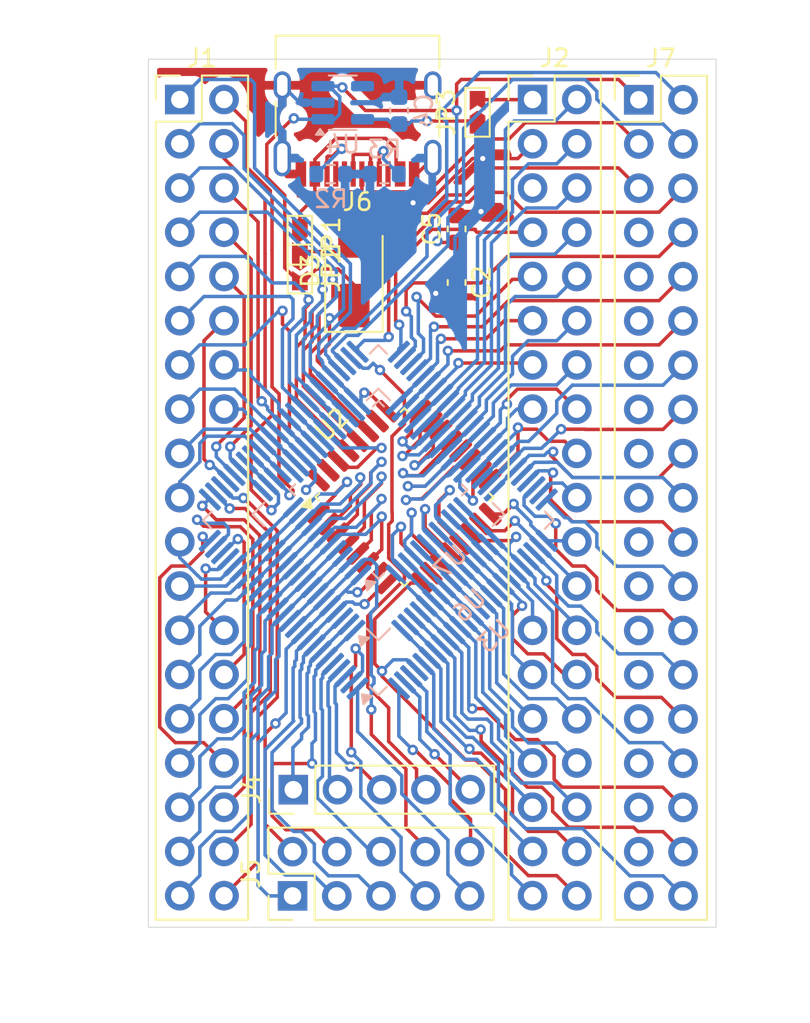
<source format=kicad_pcb>
(kicad_pcb (version 20241229) (generator "pcbnew") (generator_version "9.0")
  (layers (0 "F.Cu" signal) (2 "B.Cu" signal) (13 "F.Paste" user) (15 "B.Paste" user) (5 "F.SilkS" user "F.Silkscreen") (7 "B.SilkS" user "B.Silkscreen") (1 "F.Mask" user) (3 "B.Mask" user) (25 "Edge.Cuts" user))
  (net 0 "")
  (net 1 "P_17")
  (net 2 "P_79")
  (net 3 "P_44")
  (net 4 "P_50")
  (net 5 "P_61")
  (net 6 "P_55")
  (net 7 "P_16")
  (net 8 "P_25")
  (net 9 "P_37")
  (net 10 "P_48")
  (net 11 "P_84")
  (net 12 "P_10")
  (net 13 "P_76")
  (net 14 "P_8")
  (net 15 "P_12")
  (net 16 "P_86")
  (net 17 "P_11")
  (net 18 "P_22")
  (net 19 "P_34")
  (net 20 "P_41")
  (net 21 "P_59")
  (net 22 "P_69")
  (net 23 "P_39")
  (net 24 "P_94")
  (net 25 "P_81")
  (net 26 "P_36")
  (net 27 "P_96")
  (net 28 "P_14")
  (net 29 "P_23")
  (net 30 "P_19")
  (net 31 "P_56")
  (net 32 "P_5")
  (net 33 "P_40")
  (net 34 "P_97")
  (net 35 "P_98")
  (net 36 "P_67")
  (net 37 "P_58")
  (net 38 "P_64")
  (net 39 "P_20")
  (net 40 "P_1")
  (net 41 "P_57")
  (net 42 "P_88")
  (net 43 "P_42")
  (net 44 "P_31")
  (net 45 "P_9")
  (net 46 "P_68")
  (net 47 "P_6")
  (net 48 "P_60")
  (net 49 "P_29")
  (net 50 "P_30")
  (net 51 "P_66")
  (net 52 "P_87")
  (net 53 "P_52")
  (net 54 "P_45")
  (net 55 "P_15")
  (net 56 "P_92")
  (net 57 "P_2")
  (net 58 "P_72")
  (net 59 "P_26")
  (net 60 "P_71")
  (net 61 "P_53")
  (net 62 "P_78")
  (net 63 "P_91")
  (net 64 "P_85")
  (net 65 "P_70")
  (net 66 "P_4")
  (net 67 "P_38")
  (net 68 "P_90")
  (net 69 "P_83")
  (net 70 "P_18")
  (net 71 "P_7")
  (net 72 "P_77")
  (net 73 "P_35")
  (net 74 "P_32")
  (net 75 "P_43")
  (net 76 "P_47")
  (net 77 "P_33")
  (net 78 "P_54")
  (net 79 "P_3")
  (net 80 "P_95")
  (net 81 "P_65")
  (net 82 "P_62")
  (net 83 "P_63")
  (net 84 "P_82")
  (net 85 "P_13")
  (net 86 "P_51")
  (net 87 "P_46")
  (net 88 "P_93")
  (net 89 "P_80")
  (net 90 "P_75")
  (net 91 "P_74")
  (net 92 "P_27")
  (net 93 "P_49")
  (net 94 "P_99")
  (net 95 "P_100")
  (net 96 "P_28")
  (net 97 "P_89")
  (net 98 "P_21")
  (net 99 "P_24")
  (net 100 "GND")
  (net 101 "5V")
  (net 102 "+3.3V")
  (net 103 "Net-(D3-A)")
  (net 105 "Net-(JP1-A)")
  (net 106 "Net-(J6-CC1)")
  (net 108 "D-")
  (net 109 "D+")
  (net 110 "Net-(J6-CC2)")
  (net 112 "VCC")
  (net 113 "P_73")
  (net 114 "unconnected-(J2-Pin_5-Pad5)")
  (footprint "Package_QFP:LQFP-32_7x7mm_P0.8mm" (layer "F.Cu") (at 137.6 94.9 45)
    (property "Reference" "U2")
    (property "Value" "STM32F030K6Tx")
  )
  (footprint "IOT-Mess-Footprints:Jumpper-triangle" (layer "F.Cu") (at 131.6 81.800001 -90)
    (property "Reference" "JP2")
    (property "Value" "Jumper_2")
  )
  (footprint "Diode_SMD:D_SMA" (layer "F.Cu") (at 134.7 81.9 90)
    (property "Reference" "D3")
    (property "Value" "SS14")
  )
  (footprint "Capacitor_SMD:C_0603_1608Metric" (layer "F.Cu") (at 140.6 82.575 -90)
    (property "Reference" "C2")
    (property "Value" "10u")
  )
  (footprint "IOT-Mess-Footprints:Jumpper-triangle" (layer "F.Cu") (at 131.6 80.150001 -90)
    (property "Reference" "JP1")
    (property "Value" "Jumper_2")
  )
  (footprint "Connector_PinHeader_2.54mm:PinHeader_2x19_P2.54mm_Vertical" (layer "F.Cu") (at 144.96 72.0675)
    (property "Reference" "J2")
    (property "Value" "Conn_02x19_Odd_Even")
  )
  (footprint "Capacitor_SMD:C_0603_1608Metric" (layer "F.Cu") (at 140.6 79.5 90)
    (property "Reference" "C5")
    (property "Value" "1u")
  )
  (footprint "Connector_PinHeader_2.54mm:PinHeader_1x05_P2.54mm_Vertical" (layer "F.Cu") (at 131.22 111.7 90)
    (property "Reference" "J4")
    (property "Value" "Conn_01x05_Pin")
  )
  (footprint "Connector_PinHeader_2.54mm:PinHeader_2x05_P2.54mm_Vertical" (layer "F.Cu") (at 131.18 117.8 90)
    (property "Reference" "J5")
    (property "Value" "Conn_02x05_Odd_Even")
  )
  (footprint "IOT-Mess-Footprints:Jumpper-triangle" (layer "F.Cu") (at 141.8 72.8 90)
    (property "Reference" "JP3")
    (property "Value" "Jumper_2")
  )
  (footprint "Connector_PinHeader_2.54mm:PinHeader_2x19_P2.54mm_Vertical" (layer "F.Cu") (at 151.06 72.08)
    (property "Reference" "J7")
    (property "Value" "Conn_02x19_Odd_Even")
  )
  (footprint "Connector_PinHeader_2.54mm:PinHeader_2x19_P2.54mm_Vertical" (layer "F.Cu") (at 124.705 72.0675)
    (property "Reference" "J1")
    (property "Value" "Conn_02x19_Odd_Even")
  )
  (footprint "Connector_USB:USB_C_Receptacle_HRO_TYPE-C-31-M-12" (layer "F.Cu") (at 134.91 72.3 180)
    (property "Reference" "J6")
    (property "Value" "USB_C_Receptacle_USB2.0_16P")
  )
  (footprint "Package_QFP:LQFP-100_14x14mm_P0.5mm" (layer "B.Cu") (at 136.098788 96.223037 45)
    (property "Reference" "U3")
    (property "Value" "CH32V30xVxTx")
  )
  (footprint "Resistor_SMD:R_0603_1608Metric" (layer "B.Cu") (at 136.45 76.35 180)
    (property "Reference" "R3")
    (property "Value" "5.1K")
  )
  (footprint "Resistor_SMD:R_0603_1608Metric" (layer "B.Cu") (at 133.375 76.35)
    (property "Reference" "R2")
    (property "Value" "5.1K")
  )
  (footprint "Capacitor_SMD:C_0603_1608Metric" (layer "B.Cu") (at 137.3 72.7 90)
    (property "Reference" "C4")
    (property "Value" "1u")
  )
  (footprint "Package_QFP:LQFP-64_10x10mm_P0.5mm" (layer "B.Cu") (at 136.108819 95.894481 45)
    (property "Reference" "U6")
    (property "Value" "CH32V30xRxTx")
  )
  (footprint "Package_TO_SOT_SMD:SOT-23-5" (layer "B.Cu") (at 134.0625 72.25)
    (property "Reference" "U4")
    (property "Value" "ME6211C33M5")
  )
  (footprint "Package_QFP:LQFP-48_7x7mm_P0.5mm" (layer "B.Cu") (at 136.108788 94.484322 45)
    (property "Reference" "U7")
    (property "Value" "CH32V203CxTx")
  )
  (gr_rect (start 122.9 69.75) (end 155.5 119.6) (stroke (width 0.05)) (fill no) (layer "Edge.Cuts"))
  (segment (start 135.3 96.634314) (end 134.364986 97.569328) (width 0.2) (layer "F.Cu") (net 1))
  (segment (start 136.288401 93.723552) (end 136.288401 94.110079) (width 0.2) (layer "F.Cu") (net 1))
  (segment (start 136.288401 94.110079) (end 135.3 95.09848) (width 0.2) (layer "F.Cu") (net 1))
  (segment (start 135.3 95.09848) (end 135.3 96.634314) (width 0.2) (layer "F.Cu") (net 1))
  (via (at 136.288401 93.723552) (size 0.6) (drill 0.3) (layers "F.Cu" "B.Cu") (net 1))
  (segment (start 130.858551 98.669875) (end 130.823523 98.669875) (width 0.2) (layer "B.Cu") (net 1))
  (segment (start 136.288401 93.723552) (end 136.288401 94.048527) (width 0.2) (layer "B.Cu") (net 1))
  (segment (start 126.76824 103.9365) (end 125.856 104.84874) (width 0.2) (layer "B.Cu") (net 1))
  (segment (start 133.408025 96.124425) (end 132.635126 96.897324) (width 0.2) (layer "B.Cu") (net 1))
  (segment (start 129.25753 100.235868) (end 128.396 101.097398) (width 0.2) (layer "B.Cu") (net 1))
  (segment (start 130.858551 98.669875) (end 130.862575 98.669875) (width 0.2) (layer "B.Cu") (net 1))
  (segment (start 130.862575 98.669875) (end 132.635126 96.897324) (width 0.2) (layer "B.Cu") (net 1))
  (segment (start 127.6635 103.9365) (end 126.76824 103.9365) (width 0.2) (layer "B.Cu") (net 1))
  (segment (start 136.288401 94.048527) (end 134.212503 96.124425) (width 0.2) (layer "B.Cu") (net 1))
  (segment (start 125.856 104.84874) (end 125.856 106.4765) (width 0.2) (layer "B.Cu") (net 1))
  (segment (start 130.823523 98.669875) (end 129.25753 100.235868) (width 0.2) (layer "B.Cu") (net 1))
  (segment (start 134.212503 96.124425) (end 133.408025 96.124425) (width 0.2) (layer "B.Cu") (net 1))
  (segment (start 128.396 103.204) (end 127.6635 103.9365) (width 0.2) (layer "B.Cu") (net 1))
  (segment (start 125.856 106.4765) (end 124.705 107.6275) (width 0.2) (layer "B.Cu") (net 1))
  (segment (start 128.396 101.097398) (end 128.396 103.204) (width 0.2) (layer "B.Cu") (net 1))
  (segment (start 145.749 99.88426) (end 146.349 100.48426) (width 0.2) (layer "F.Cu") (net 2))
  (segment (start 146.349 100.48426) (end 146.349 103.02426) (width 0.2) (layer "F.Cu") (net 2))
  (segment (start 146.349 103.02426) (end 147.26124 103.9365) (width 0.2) (layer "F.Cu") (net 2))
  (segment (start 147.97676 103.9365) (end 148.651 104.61074) (width 0.2) (layer "F.Cu") (net 2))
  (segment (start 149.72474 106.4) (end 152.36 106.4) (width 0.2) (layer "F.Cu") (net 2))
  (segment (start 152.36 106.4) (end 153.6 107.64) (width 0.2) (layer "F.Cu") (net 2))
  (segment (start 148.651 104.61074) (end 148.651 105.32626) (width 0.2) (layer "F.Cu") (net 2))
  (segment (start 148.651 105.32626) (end 149.72474 106.4) (width 0.2) (layer "F.Cu") (net 2))
  (segment (start 147.26124 103.9365) (end 147.97676 103.9365) (width 0.2) (layer "F.Cu") (net 2))
  (segment (start 145.749 99.700473) (end 145.749 99.88426) (width 0.2) (layer "F.Cu") (net 2))
  (via (at 145.749 99.700473) (size 0.6) (drill 0.3) (layers "F.Cu" "B.Cu") (net 2))
  (segment (start 145.623545 99.574545) (end 145.623545 99.383833) (width 0.2) (layer "B.Cu") (net 2))
  (segment (start 145.623545 99.383833) (end 144.707813 98.468101) (width 0.2) (layer "B.Cu") (net 2))
  (segment (start 145.749 99.700473) (end 145.749 99.7) (width 0.2) (layer "B.Cu") (net 2))
  (segment (start 145.749 99.7) (end 145.623545 99.574545) (width 0.2) (layer "B.Cu") (net 2))
  (segment (start 133.485374 82.399999) (end 133.5 82.414625) (width 0.2) (layer "F.Cu") (net 3))
  (segment (start 132.199 87.237673) (end 132.2 87.238673) (width 0.2) (layer "F.Cu") (net 3))
  (segment (start 132.698 84.380018) (end 132.698 84.877904) (width 0.2) (layer "F.Cu") (net 3))
  (segment (start 133.5 82.414625) (end 133.5 83.578018) (width 0.2) (layer "F.Cu") (net 3))
  (segment (start 132.699 84.878904) (end 132.699 86.1339) (width 0.2) (layer "F.Cu") (net 3))
  (segment (start 132.698 84.877904) (end 132.699 84.878904) (width 0.2) (layer "F.Cu") (net 3))
  (segment (start 132.2 87.802944) (end 135.496357 91.099301) (width 0.2) (layer "F.Cu") (net 3))
  (segment (start 132.2 87.238673) (end 132.2 87.802944) (width 0.2) (layer "F.Cu") (net 3))
  (segment (start 132.199 86.6339) (end 132.199 87.237673) (width 0.2) (layer "F.Cu") (net 3))
  (segment (start 132.699 86.1339) (end 132.199 86.6339) (width 0.2) (layer "F.Cu") (net 3))
  (segment (start 133.5 83.578018) (end 132.698 84.380018) (width 0.2) (layer "F.Cu") (net 3))
  (via (at 133.485374 82.399999) (size 0.6) (drill 0.3) (layers "F.Cu" "B.Cu") (net 3))
  (segment (start 133.698 82.187373) (end 133.698 81.898) (width 0.2) (layer "B.Cu") (net 3))
  (segment (start 131.799 87.540602) (end 131.8 87.541602) (width 0.2) (layer "B.Cu") (net 3))
  (segment (start 133.698 82.612625) (end 133.698 83.402) (width 0.2) (layer "B.Cu") (net 3))
  (segment (start 132.6 85.0329) (end 131.799 85.8339) (width 0.2) (layer "B.Cu") (net 3))
  (segment (start 132.698 84.402) (end 132.6 84.5) (width 0.2) (layer "B.Cu") (net 3))
  (segment (start 133.485374 82.399999) (end 133.698 82.612625) (width 0.2) (layer "B.Cu") (net 3))
  (segment (start 133.485374 82.399999) (end 133.698 82.187373) (width 0.2) (layer "B.Cu") (net 3))
  (segment (start 131.8 87.541602) (end 131.8 87.681608) (width 0.2) (layer "B.Cu") (net 3))
  (segment (start 132.793064 88.674672) (end 132.793064 88.689638) (width 0.2) (layer "B.Cu") (net 3))
  (segment (start 133.698 83.402) (end 133.072039 84.027961) (width 0.2) (layer "B.Cu") (net 3))
  (segment (start 132.793064 88.689638) (end 134.040532 89.937106) (width 0.2) (layer "B.Cu") (net 3))
  (segment (start 125.856 75.9965) (end 124.705 77.1475) (width 0.2) (layer "B.Cu") (net 3))
  (segment (start 131.799 85.8339) (end 131.799 87.540602) (width 0.2) (layer "B.Cu") (net 3))
  (segment (start 132.698 84.380018) (end 132.698 84.402) (width 0.2) (layer "B.Cu") (net 3))
  (segment (start 133.698 81.898) (end 127.7965 75.9965) (width 0.2) (layer "B.Cu") (net 3))
  (segment (start 132.6 84.5) (end 132.6 85.0329) (width 0.2) (layer "B.Cu") (net 3))
  (segment (start 131.8 87.681608) (end 132.793064 88.674672) (width 0.2) (layer "B.Cu") (net 3))
  (segment (start 133.050057 84.027961) (end 132.698 84.380018) (width 0.2) (layer "B.Cu") (net 3))
  (segment (start 127.7965 75.9965) (end 125.856 75.9965) (width 0.2) (layer "B.Cu") (net 3))
  (segment (start 153.6 77.16) (end 152.2235 78.5365) (width 0.2) (layer "F.Cu") (net 4))
  (segment (start 141.8671 77.4) (end 141.317155 77.949945) (width 0.2) (layer "F.Cu") (net 4))
  (segment (start 143.4 77.4) (end 141.8671 77.4) (width 0.2) (layer "F.Cu") (net 4))
  (segment (start 141.317155 77.949945) (end 140.149945 77.949945) (width 0.2) (layer "F.Cu") (net 4))
  (segment (start 136.7 81.39989) (end 136.7 85.7) (width 0.2) (layer "F.Cu") (net 4))
  (segment (start 140.149945 77.949945) (end 136.7 81.39989) (width 0.2) (layer "F.Cu") (net 4))
  (segment (start 144.5365 78.5365) (end 143.4 77.4) (width 0.2) (layer "F.Cu") (net 4))
  (segment (start 152.2235 78.5365) (end 144.5365 78.5365) (width 0.2) (layer "F.Cu") (net 4))
  (via (at 136.7 85.7) (size 0.6) (drill 0.3) (layers "F.Cu" "B.Cu") (net 4))
  (segment (start 136.5 85.9) (end 135.3 85.9) (width 0.2) (layer "B.Cu") (net 4))
  (segment (start 135.3 85.9) (end 134.914384 86.285616) (width 0.2) (layer "B.Cu") (net 4))
  (segment (start 134.914384 86.285616) (end 134.914384 86.553352) (width 0.2) (layer "B.Cu") (net 4))
  (segment (start 138.500999 91.599001) (end 137.560743 92.539257) (width 0.2) (layer "F.Cu") (net 5))
  (segment (start 138.500999 91.170574) (end 138.500999 91.599001) (width 0.2) (layer "F.Cu") (net 5))
  (segment (start 137.560743 92.539257) (end 137.488401 92.539257) (width 0.2) (layer "F.Cu") (net 5))
  (segment (start 139.137957 90.533616) (end 138.500999 91.170574) (width 0.2) (layer "F.Cu") (net 5))
  (via (at 137.488401 92.539257) (size 0.6) (drill 0.3) (layers "F.Cu" "B.Cu") (net 5))
  (segment (start 138.438401 92.471384) (end 137.556274 92.471384) (width 0.2) (layer "B.Cu") (net 5))
  (segment (start 141.503221 89.335095) (end 141.503221 88.996779) (width 0.2) (layer "B.Cu") (net 5))
  (segment (start 143.001 81.654) (end 143.705 80.95) (width 0.2) (layer "B.Cu") (net 5))
  (segment (start 143.705 80.95) (end 146.2375 80.95) (width 0.2) (layer "B.Cu") (net 5))
  (segment (start 141.503221 88.996779) (end 143.001 87.499) (width 0.2) (layer "B.Cu") (net 5))
  (segment (start 140.818726 90.01959) (end 141.503221 89.335095) (width 0.2) (layer "B.Cu") (net 5))
  (segment (start 137.556274 92.471384) (end 137.488401 92.539257) (width 0.2) (layer "B.Cu") (net 5))
  (segment (start 139.59132 91.316292) (end 140.818726 90.088886) (width 0.2) (layer "B.Cu") (net 5))
  (segment (start 143.001 87.499) (end 143.001 81.654) (width 0.2) (layer "B.Cu") (net 5))
  (segment (start 139.59132 91.35132) (end 139.59132 91.316292) (width 0.2) (layer "B.Cu") (net 5))
  (segment (start 139.192018 91.717767) (end 138.438401 92.471384) (width 0.2) (layer "B.Cu") (net 5))
  (segment (start 146.2375 80.95) (end 147.5 79.6875) (width 0.2) (layer "B.Cu") (net 5))
  (segment (start 139.228897 91.717767) (end 139.192018 91.717767) (width 0.2) (layer "B.Cu") (net 5))
  (segment (start 140.818726 90.088886) (end 140.818726 90.01959) (width 0.2) (layer "B.Cu") (net 5))
  (segment (start 139.7 85.807757) (end 139.700001 85.807758) (width 0.2) (layer "F.Cu") (net 6))
  (segment (start 139.700001 85.807758) (end 142.291982 85.807758) (width 0.2) (layer "F.Cu") (net 6))
  (segment (start 142.291982 85.807758) (end 143.33224 84.7675) (width 0.2) (layer "F.Cu") (net 6))
  (segment (start 143.33224 84.7675) (end 144.96 84.7675) (width 0.2) (layer "F.Cu") (net 6))
  (via (at 139.7 85.807757) (size 0.6) (drill 0.3) (layers "F.Cu" "B.Cu") (net 6))
  (segment (start 137.47 89.19497) (end 138.697405 87.967565) (width 0.2) (layer "B.Cu") (net 6))
  (segment (start 139.501 86.006758) (end 139.501 87.093258) (width 0.2) (layer "B.Cu") (net 6))
  (segment (start 139.5 87.16497) (end 138.697405 87.967565) (width 0.2) (layer "B.Cu") (net 6))
  (segment (start 139.5 87.094258) (end 139.5 87.16497) (width 0.2) (layer "B.Cu") (net 6))
  (segment (start 139.501 87.093258) (end 139.5 87.094258) (width 0.2) (layer "B.Cu") (net 6))
  (segment (start 139.7 85.807757) (end 139.501 86.006758) (width 0.2) (layer "B.Cu") (net 6))
  (segment (start 136.288401 95) (end 136.288401 95.180863) (width 0.2) (layer "F.Cu") (net 7))
  (segment (start 136.288401 95.180863) (end 135.7 95.769264) (width 0.2) (layer "F.Cu") (net 7))
  (segment (start 135.7 95.769264) (end 135.7 97.365686) (width 0.2) (layer "F.Cu") (net 7))
  (segment (start 135.7 97.365686) (end 134.930672 98.135014) (width 0.2) (layer "F.Cu") (net 7))
  (via (at 136.288401 95) (size 0.6) (drill 0.3) (layers "F.Cu" "B.Cu") (net 7))
  (segment (start 127.48376 106.4765) (end 126.76824 106.4765) (width 0.2) (layer "B.Cu") (net 7))
  (segment (start 128.797 101.403504) (end 128.797 103.3701) (width 0.2) (layer "B.Cu") (net 7))
  (segment (start 134.833089 96.636175) (end 133.603381 96.636175) (width 0.2) (layer "B.Cu") (net 7))
  (segment (start 133.603381 96.636175) (end 132.988679 97.250877) (width 0.2) (layer "B.Cu") (net 7))
  (segment (start 125.856 107.38874) (end 125.856 109.0165) (width 0.2) (layer "B.Cu") (net 7))
  (segment (start 129.611083 100.589421) (end 128.797 101.403504) (width 0.2) (layer "B.Cu") (net 7))
  (segment (start 128.797 103.3701) (end 128.6 103.5671) (width 0.2) (layer "B.Cu") (net 7))
  (segment (start 131.212105 99.023429) (end 131.177075 99.023429) (width 0.2) (layer "B.Cu") (net 7))
  (segment (start 136.288401 95) (end 136.288401 95.180863) (width 0.2) (layer "B.Cu") (net 7))
  (segment (start 136.288401 95.180863) (end 134.833089 96.636175) (width 0.2) (layer "B.Cu") (net 7))
  (segment (start 131.177075 99.023429) (end 129.611083 100.589421) (width 0.2) (layer "B.Cu") (net 7))
  (segment (start 132.988679 97.250877) (end 132.984657 97.250877) (width 0.2) (layer "B.Cu") (net 7))
  (segment (start 128.6 105.36026) (end 127.48376 106.4765) (width 0.2) (layer "B.Cu") (net 7))
  (segment (start 125.856 109.0165) (end 124.705 110.1675) (width 0.2) (layer "B.Cu") (net 7))
  (segment (start 126.76824 106.4765) (end 125.856 107.38874) (width 0.2) (layer "B.Cu") (net 7))
  (segment (start 128.6 103.5671) (end 128.6 105.36026) (width 0.2) (layer "B.Cu") (net 7))
  (segment (start 132.984657 97.250877) (end 131.212105 99.023429) (width 0.2) (layer "B.Cu") (net 7))
  (segment (start 126.0224 98.01586) (end 125.18176 98.8565) (width 0.2) (layer "F.Cu") (net 8))
  (segment (start 126.0775 109) (end 127.245 110.1675) (width 0.2) (layer "F.Cu") (net 8))
  (segment (start 125.18176 98.8565) (end 124.22824 98.8565) (width 0.2) (layer "F.Cu") (net 8))
  (segment (start 124.22824 98.8565) (end 123.554 99.53074) (width 0.2) (layer "F.Cu") (net 8))
  (segment (start 123.554 108.10426) (end 124.44974 109) (width 0.2) (layer "F.Cu") (net 8))
  (segment (start 123.554 99.53074) (end 123.554 108.10426) (width 0.2) (layer "F.Cu") (net 8))
  (segment (start 124.44974 109) (end 126.0775 109) (width 0.2) (layer "F.Cu") (net 8))
  (segment (start 126.0224 97.172601) (end 126.0224 98.01586) (width 0.2) (layer "F.Cu") (net 8))
  (via (at 126.0224 97.172601) (size 0.6) (drill 0.3) (layers "F.Cu" "B.Cu") (net 8))
  (segment (start 126.429103 97.407441) (end 126.25724 97.407441) (width 0.2) (layer "B.Cu") (net 8))
  (segment (start 126.25724 97.407441) (end 126.0224 97.172601) (width 0.2) (layer "B.Cu") (net 8))
  (segment (start 131.958678 94.484323) (end 132.515273 93.927728) (width 0.2) (layer "F.Cu") (net 9))
  (segment (start 131.956983 94.484323) (end 131.958678 94.484323) (width 0.2) (layer "F.Cu") (net 9))
  (segment (start 132.515273 93.927728) (end 132.66793 93.927728) (width 0.2) (layer "F.Cu") (net 9))
  (via (at 131.956983 94.484323) (size 0.6) (drill 0.3) (layers "F.Cu" "B.Cu") (net 9))
  (segment (start 131.958678 94.484323) (end 132.473427 93.969574) (width 0.2) (layer "B.Cu") (net 9))
  (segment (start 130.31819 91.149546) (end 130.31819 91.164512) (width 0.2) (layer "B.Cu") (net 9))
  (segment (start 129.537953 90.337953) (end 129.502353 90.337953) (width 0.2) (layer "B.Cu") (net 9))
  (segment (start 132.473427 93.323835) (end 131.928019 92.778427) (width 0.2) (layer "B.Cu") (net 9))
  (segment (start 130.31819 91.164512) (end 131.565658 92.41198) (width 0.2) (layer "B.Cu") (net 9))
  (segment (start 130.31819 91.149546) (end 130.31819 91.11819) (width 0.2) (layer "B.Cu") (net 9))
  (segment (start 132.473427 93.969574) (end 132.473427 93.323835) (width 0.2) (layer "B.Cu") (net 9))
  (segment (start 129.502353 90.337953) (end 127.8609 88.6965) (width 0.2) (layer "B.Cu") (net 9))
  (segment (start 125.856 88.6965) (end 124.705 89.8475) (width 0.2) (layer "B.Cu") (net 9))
  (segment (start 131.956983 94.484323) (end 131.958678 94.484323) (width 0.2) (layer "B.Cu") (net 9))
  (segment (start 130.31819 91.11819) (end 129.537953 90.337953) (width 0.2) (layer "B.Cu") (net 9))
  (segment (start 127.8609 88.6965) (end 125.856 88.6965) (width 0.2) (layer "B.Cu") (net 9))
  (segment (start 134.300491 85.610197) (end 133.477339 86.433349) (width 0.2) (layer "B.Cu") (net 10))
  (segment (start 141.001 77.9661) (end 140.1 78.8671) (width 0.2) (layer "B.Cu") (net 10))
  (segment (start 140.101 80.448943) (end 134.939746 85.610197) (width 0.2) (layer "B.Cu") (net 10))
  (segment (start 153.6 74.62) (end 152.449 73.469) (width 0.2) (layer "B.Cu") (net 10))
  (segment (start 147.97676 70.9165) (end 143.809 70.9165) (width 0.2) (layer "B.Cu") (net 10))
  (segment (start 148.651 72.051) (end 148.651 71.59074) (width 0.2) (layer "B.Cu") (net 10))
  (segment (start 141.001 73.7245) (end 141.001 77.9661) (width 0.2) (layer "B.Cu") (net 10))
  (segment (start 133.477339 86.530521) (end 134.207277 87.260459) (width 0.2) (layer "B.Cu") (net 10))
  (segment (start 143.809 70.9165) (end 141.001 73.7245) (width 0.2) (layer "B.Cu") (net 10))
  (segment (start 133.477339 86.530521) (end 133.477339 86.520671) (width 0.2) (layer "B.Cu") (net 10))
  (segment (start 140.1 78.8671) (end 140.1 79.950057) (width 0.2) (layer "B.Cu") (net 10))
  (segment (start 140.101 79.951057) (end 140.101 80.448943) (width 0.2) (layer "B.Cu") (net 10))
  (segment (start 148.651 71.59074) (end 147.97676 70.9165) (width 0.2) (layer "B.Cu") (net 10))
  (segment (start 150.069 73.469) (end 148.651 72.051) (width 0.2) (layer "B.Cu") (net 10))
  (segment (start 133.477339 86.433349) (end 133.477339 86.530521) (width 0.2) (layer "B.Cu") (net 10))
  (segment (start 152.449 73.469) (end 150.069 73.469) (width 0.2) (layer "B.Cu") (net 10))
  (segment (start 140.1 79.950057) (end 140.101 79.951057) (width 0.2) (layer "B.Cu") (net 10))
  (segment (start 134.939746 85.610197) (end 134.300491 85.610197) (width 0.2) (layer "B.Cu") (net 10))
  (segment (start 139.58245 96.897324) (end 139.586536 96.897324) (width 0.2) (layer "B.Cu") (net 11))
  (segment (start 143.8 103.9275) (end 144.96 105.0875) (width 0.2) (layer "B.Cu") (net 11))
  (segment (start 143.8 101.432673) (end 143.8 103.9275) (width 0.2) (layer "B.Cu") (net 11))
  (segment (start 143.757635 101.390308) (end 143.8 101.432673) (width 0.2) (layer "B.Cu") (net 11))
  (segment (start 141.359087 98.669875) (end 141.374053 98.669875) (width 0.2) (layer "B.Cu") (net 11))
  (segment (start 139.586536 96.897324) (end 141.359087 98.669875) (width 0.2) (layer "B.Cu") (net 11))
  (segment (start 143.757635 101.053457) (end 143.757635 101.390308) (width 0.2) (layer "B.Cu") (net 11))
  (segment (start 142.940046 100.235868) (end 143.757635 101.053457) (width 0.2) (layer "B.Cu") (net 11))
  (segment (start 141.374053 98.669875) (end 142.940046 100.235868) (width 0.2) (layer "B.Cu") (net 11))
  (segment (start 136.062043 99.339395) (end 136.062043 99.266384) (width 0.2) (layer "F.Cu") (net 12))
  (segment (start 130.199 107.9) (end 129.603 108.496) (width 0.2) (layer "F.Cu") (net 12))
  (segment (start 135.039628 100.36181) (end 136.062043 99.339395) (width 0.2) (layer "F.Cu") (net 12))
  (segment (start 134.9 100.36181) (end 135.039628 100.36181) (width 0.2) (layer "F.Cu") (net 12))
  (segment (start 129.603 108.496) (end 129.603 113.683) (width 0.2) (layer "F.Cu") (net 12))
  (segment (start 129.603 113.683) (end 131.18 115.26) (width 0.2) (layer "F.Cu") (net 12))
  (via (at 130.199 107.9) (size 0.6) (drill 0.3) (layers "F.Cu" "B.Cu") (net 12))
  (via (at 134.9 100.36181) (size 0.6) (drill 0.3) (layers "F.Cu" "B.Cu") (net 12))
  (segment (start 131.732404 102.710742) (end 130.810676 103.63247) (width 0.2) (layer "B.Cu") (net 12))
  (segment (start 134.36181 100.36181) (end 134.289087 100.289087) (width 0.2) (layer "B.Cu") (net 12))
  (segment (start 134.289087 100.289087) (end 134.189087 100.289087) (width 0.2) (layer "B.Cu") (net 12))
  (segment (start 135.105976 99.372198) (end 134.189087 100.289087) (width 0.2) (layer "B.Cu") (net 12))
  (segment (start 130.810676 103.63247) (end 130.810676 107.288324) (width 0.2) (layer "B.Cu") (net 12))
  (segment (start 134.189087 100.289087) (end 133.333425 101.144749) (width 0.2) (layer "B.Cu") (net 12))
  (segment (start 130.810676 107.288324) (end 130.199 107.9) (width 0.2) (layer "B.Cu") (net 12))
  (segment (start 131.732404 102.710742) (end 131.767432 102.710742) (width 0.2) (layer "B.Cu") (net 12))
  (segment (start 131.767432 102.710742) (end 133.333425 101.144749) (width 0.2) (layer "B.Cu") (net 12))
  (segment (start 134.9 100.36181) (end 134.36181 100.36181) (width 0.2) (layer "B.Cu") (net 12))
  (segment (start 143.288045 95.872272) (end 142.53207 95.872272) (width 0.2) (layer "F.Cu") (net 13))
  (segment (start 143.871765 95.288552) (end 143.288045 95.872272) (width 0.2) (layer "F.Cu") (net 13))
  (via (at 143.871765 95.288552) (size 0.6) (drill 0.3) (layers "F.Cu" "B.Cu") (net 13))
  (segment (start 143.871765 95.288552) (end 144.070765 95.487552) (width 0.2) (layer "B.Cu") (net 13))
  (segment (start 144.070765 95.537865) (end 144.860263 96.327363) (width 0.2) (layer "B.Cu") (net 13))
  (segment (start 144.860263 96.327363) (end 144.860263 96.499231) (width 0.2) (layer "B.Cu") (net 13))
  (segment (start 147.439941 97.407441) (end 147.5 97.4675) (width 0.2) (layer "B.Cu") (net 13))
  (segment (start 144.860263 96.499231) (end 145.768473 97.407441) (width 0.2) (layer "B.Cu") (net 13))
  (segment (start 145.768473 97.407441) (end 147.439941 97.407441) (width 0.2) (layer "B.Cu") (net 13))
  (segment (start 144.070765 95.487552) (end 144.070765 95.537865) (width 0.2) (layer "B.Cu") (net 13))
  (segment (start 131.2369 114.1) (end 131.7 114.1) (width 0.2) (layer "B.Cu") (net 14))
  (segment (start 131.802462 104.054896) (end 131.802462 104.404206) (width 0.2) (layer "B.Cu") (net 14))
  (segment (start 131.694 107.8781) (end 130.003 109.5691) (width 0.2) (layer "B.Cu") (net 14))
  (segment (start 132.43951 103.417848) (end 131.802462 104.054896) (width 0.2) (layer "B.Cu") (net 14))
  (segment (start 132.429 114.829) (end 132.429 115.829) (width 0.2) (layer "B.Cu") (net 14))
  (segment (start 131.7 114.1) (end 132.429 114.829) (width 0.2) (layer "B.Cu") (net 14))
  (segment (start 133.249 116.649) (end 134.968999 116.649) (width 0.2) (layer "B.Cu") (net 14))
  (segment (start 130.003 109.5691) (end 130.003 112.8661) (width 0.2) (layer "B.Cu") (net 14))
  (segment (start 134.968999 116.649) (end 136.119999 117.8) (width 0.2) (layer "B.Cu") (net 14))
  (segment (start 134.040532 101.851856) (end 134.005502 101.851856) (width 0.2) (layer "B.Cu") (net 14))
  (segment (start 132.429 115.829) (end 133.249 116.649) (width 0.2) (layer "B.Cu") (net 14))
  (segment (start 134.005502 101.851856) (end 132.43951 103.417848) (width 0.2) (layer "B.Cu") (net 14))
  (segment (start 131.707569 104.779111) (end 131.612676 104.874004) (width 0.2) (layer "B.Cu") (net 14))
  (segment (start 131.802462 104.404206) (end 131.707569 104.499099) (width 0.2) (layer "B.Cu") (net 14))
  (segment (start 131.707569 104.499099) (end 131.707569 104.779111) (width 0.2) (layer "B.Cu") (net 14))
  (segment (start 131.612676 104.874004) (end 131.612676 107.550662) (width 0.2) (layer "B.Cu") (net 14))
  (segment (start 131.612676 107.550662) (end 131.694 107.631986) (width 0.2) (layer "B.Cu") (net 14))
  (segment (start 130.003 112.8661) (end 131.2369 114.1) (width 0.2) (layer "B.Cu") (net 14))
  (segment (start 132.43951 103.417848) (end 132.43951 103.487144) (width 0.2) (layer "B.Cu") (net 14))
  (segment (start 131.694 107.631986) (end 131.694 107.8781) (width 0.2) (layer "B.Cu") (net 14))
  (segment (start 131.025297 102.003635) (end 130.401 102.627932) (width 0.2) (layer "B.Cu") (net 15))
  (segment (start 129.8 117.8) (end 131.04 117.8) (width 0.2) (layer "B.Cu") (net 15))
  (segment (start 130.204 104.2315) (end 130.204 106.02466) (width 0.2) (layer "B.Cu") (net 15))
  (segment (start 130.401 102.627932) (end 130.401 104.0345) (width 0.2) (layer "B.Cu") (net 15))
  (segment (start 130.204 106.02466) (end 129.599 106.62966) (width 0.2) (layer "B.Cu") (net 15))
  (segment (start 131.025297 102.003635) (end 131.060325 102.003635) (width 0.2) (layer "B.Cu") (net 15))
  (segment (start 129.202 111.1322) (end 129.201 111.1332) (width 0.2) (layer "B.Cu") (net 15))
  (segment (start 129.201 111.1332) (end 129.201 117.201) (width 0.2) (layer "B.Cu") (net 15))
  (segment (start 129.599 106.62966) (end 129.599 108.60256) (width 0.2) (layer "B.Cu") (net 15))
  (segment (start 130.401 104.0345) (end 130.204 104.2315) (width 0.2) (layer "B.Cu") (net 15))
  (segment (start 129.599 108.60256) (end 129.202 108.99956) (width 0.2) (layer "B.Cu") (net 15))
  (segment (start 129.201 117.201) (end 129.8 117.8) (width 0.2) (layer "B.Cu") (net 15))
  (segment (start 129.202 108.99956) (end 129.202 111.1322) (width 0.2) (layer "B.Cu") (net 15))
  (segment (start 132.630342 100.437642) (end 134.402893 98.665091) (width 0.2) (layer "B.Cu") (net 15))
  (segment (start 131.060325 102.003635) (end 132.626318 100.437642) (width 0.2) (layer "B.Cu") (net 15))
  (segment (start 142.9 105.5675) (end 144.96 107.6275) (width 0.2) (layer "B.Cu") (net 16))
  (segment (start 138.875343 97.604431) (end 138.879429 97.604431) (width 0.2) (layer "B.Cu") (net 16))
  (segment (start 140.666946 99.376982) (end 142.232939 100.942975) (width 0.2) (layer "B.Cu") (net 16))
  (segment (start 142.232939 100.942975) (end 142.9 101.610036) (width 0.2) (layer "B.Cu") (net 16))
  (segment (start 142.9 101.610036) (end 142.9 105.5675) (width 0.2) (layer "B.Cu") (net 16))
  (segment (start 138.879429 97.604431) (end 140.65198 99.376982) (width 0.2) (layer "B.Cu") (net 16))
  (segment (start 140.65198 99.376982) (end 140.666946 99.376982) (width 0.2) (layer "B.Cu") (net 16))
  (segment (start 138.9 115.1) (end 138.8 115.2) (width 0.2) (layer "F.Cu") (net 17))
  (segment (start 137.689 110.511) (end 137.689 113.889) (width 0.2) (layer "F.Cu") (net 17))
  (segment (start 137.689 113.889) (end 138.9 115.1) (width 0.2) (layer "F.Cu") (net 17))
  (segment (start 138.8 115.2) (end 138.8 115.26) (width 0.2) (layer "F.Cu") (net 17))
  (segment (start 135.7 107.1) (end 135.7 108.522) (width 0.2) (layer "F.Cu") (net 17))
  (segment (start 135.7 108.522) (end 137.689 110.511) (width 0.2) (layer "F.Cu") (net 17))
  (via (at 135.7 107.1) (size 0.6) (drill 0.3) (layers "F.Cu" "B.Cu") (net 17))
  (segment (start 135.857539 105.278829) (end 135.7 105.12129) (width 0.2) (layer "B.Cu") (net 17))
  (segment (start 135.7 105.744918) (end 135.857539 105.587379) (width 0.2) (layer "B.Cu") (net 17))
  (segment (start 136.008961 98.802499) (end 135.679699 98.473237) (width 0.2) (layer "B.Cu") (net 17))
  (segment (start 135.7 105.12129) (end 135.7 101.989629) (width 0.2) (layer "B.Cu") (net 17))
  (segment (start 135.7 101.989629) (end 135.659666 101.949295) (width 0.2) (layer "B.Cu") (net 17))
  (segment (start 131.413878 102.357188) (end 132.979871 100.791195) (width 0.2) (layer "B.Cu") (net 17))
  (segment (start 135.857539 105.587379) (end 135.857539 105.278829) (width 0.2) (layer "B.Cu") (net 17))
  (segment (start 135.301853 98.473237) (end 134.756446 99.018644) (width 0.2) (layer "B.Cu") (net 17))
  (segment (start 132.983895 100.791195) (end 134.756446 99.018644) (width 0.2) (layer "B.Cu") (net 17))
  (segment (start 135.659666 101.551032) (end 136.008961 101.201737) (width 0.2) (layer "B.Cu") (net 17))
  (segment (start 135.679699 98.473237) (end 135.301853 98.473237) (width 0.2) (layer "B.Cu") (net 17))
  (segment (start 135.7 107.1) (end 135.7 105.744918) (width 0.2) (layer "B.Cu") (net 17))
  (segment (start 136.008961 101.201737) (end 136.008961 98.802499) (width 0.2) (layer "B.Cu") (net 17))
  (segment (start 135.659666 101.949295) (end 135.659666 101.551032) (width 0.2) (layer "B.Cu") (net 17))
  (segment (start 131.37885 102.357188) (end 131.413878 102.357188) (width 0.2) (layer "B.Cu") (net 17))
  (segment (start 126.189686 99.006501) (end 126.189686 101.492186) (width 0.2) (layer "F.Cu") (net 18))
  (segment (start 126.189686 101.492186) (end 127.245 102.5475) (width 0.2) (layer "F.Cu") (net 18))
  (via (at 126.189686 99.006501) (size 0.6) (drill 0.3) (layers "F.Cu" "B.Cu") (net 18))
  (segment (start 126.900161 99.057703) (end 126.240888 99.057703) (width 0.2) (layer "B.Cu") (net 18))
  (segment (start 127.489763 98.468101) (end 126.900161 99.057703) (width 0.2) (layer "B.Cu") (net 18))
  (segment (start 126.240888 99.057703) (end 126.189686 99.006501) (width 0.2) (layer "B.Cu") (net 18))
  (segment (start 129.25753 92.210206) (end 128.448324 91.401) (width 0.2) (layer "B.Cu") (net 19))
  (segment (start 125.856 92.86426) (end 124.705 94.01526) (width 0.2) (layer "B.Cu") (net 19))
  (segment (start 126.2586 91.401) (end 125.856 91.8036) (width 0.2) (layer "B.Cu") (net 19))
  (segment (start 128.448324 91.401) (end 126.2586 91.401) (width 0.2) (layer "B.Cu") (net 19))
  (segment (start 129.25753 92.225172) (end 130.504998 93.47264) (width 0.2) (layer "B.Cu") (net 19))
  (segment (start 129.25753 92.210206) (end 129.25753 92.225172) (width 0.2) (layer "B.Cu") (net 19))
  (segment (start 124.705 94.01526) (end 124.705 94.9275) (width 0.2) (layer "B.Cu") (net 19))
  (segment (start 125.856 91.8036) (end 125.856 92.86426) (width 0.2) (layer "B.Cu") (net 19))
  (segment (start 136.288402 92.075023) (end 136.024977 92.075023) (width 0.2) (layer "F.Cu") (net 20))
  (segment (start 134.910549 93.189451) (end 134.192395 93.189451) (width 0.2) (layer "F.Cu") (net 20))
  (segment (start 134.192395 93.189451) (end 133.799301 92.796357) (width 0.2) (layer "F.Cu") (net 20))
  (segment (start 136.024977 92.075023) (end 134.910549 93.189451) (width 0.2) (layer "F.Cu") (net 20))
  (via (at 136.288402 92.075023) (size 0.6) (drill 0.3) (layers "F.Cu" "B.Cu") (net 20))
  (segment (start 131.204 84.6618) (end 130.596 85.2698) (width 0.2) (layer "B.Cu") (net 20))
  (segment (start 126.094 83.3785) (end 131.031443 83.3785) (width 0.2) (layer "B.Cu") (net 20))
  (segment (start 131.204 83.551057) (end 131.204 84.6618) (width 0.2) (layer "B.Cu") (net 20))
  (segment (start 131.732404 89.7503) (end 132.979871 90.997767) (width 0.2) (layer "B.Cu") (net 20))
  (segment (start 131.031443 83.3785) (end 131.204 83.551057) (width 0.2) (layer "B.Cu") (net 20))
  (segment (start 124.705 84.7675) (end 126.094 83.3785) (width 0.2) (layer "B.Cu") (net 20))
  (segment (start 130.596 85.2698) (end 130.596 88.598928) (width 0.2) (layer "B.Cu") (net 20))
  (segment (start 133.342233 91.364213) (end 134.053043 92.075023) (width 0.2) (layer "B.Cu") (net 20))
  (segment (start 134.053043 92.075023) (end 136.288402 92.075023) (width 0.2) (layer "B.Cu") (net 20))
  (segment (start 130.596 88.598928) (end 131.732404 89.735332) (width 0.2) (layer "B.Cu") (net 20))
  (segment (start 131.732404 89.735332) (end 131.732404 89.7503) (width 0.2) (layer "B.Cu") (net 20))
  (segment (start 138.884213 90.609185) (end 140.111619 89.381779) (width 0.2) (layer "B.Cu") (net 21))
  (segment (start 143.809 78.5239) (end 143.809 76.67074) (width 0.2) (layer "B.Cu") (net 21))
  (segment (start 142.199 80.1339) (end 143.809 78.5239) (width 0.2) (layer "B.Cu") (net 21))
  (segment (start 140.701221 88.722883) (end 140.701221 88.652171) (width 0.2) (layer "B.Cu") (net 21))
  (segment (start 140.111619 89.381779) (end 140.111619 89.312485) (width 0.2) (layer "B.Cu") (net 21))
  (segment (start 140.111619 89.312485) (end 140.701221 88.722883) (width 0.2) (layer "B.Cu") (net 21))
  (segment (start 142.199 87.154392) (end 142.199 80.1339) (width 0.2) (layer "B.Cu") (net 21))
  (segment (start 140.701221 88.652171) (end 142.199 87.154392) (width 0.2) (layer "B.Cu") (net 21))
  (segment (start 146.349 75.7585) (end 147.5 74.6075) (width 0.2) (layer "B.Cu") (net 21))
  (segment (start 143.809 76.67074) (end 144.72124 75.7585) (width 0.2) (layer "B.Cu") (net 21))
  (segment (start 138.884213 90.644213) (end 138.884213 90.609185) (width 0.2) (layer "B.Cu") (net 21))
  (segment (start 144.72124 75.7585) (end 146.349 75.7585) (width 0.2) (layer "B.Cu") (net 21))
  (segment (start 147.003484 91) (end 147.004984 90.9985) (width 0.2) (layer "F.Cu") (net 22))
  (segment (start 146.6 91) (end 147.003484 91) (width 0.2) (layer "F.Cu") (net 22))
  (segment (start 152.449 91.011) (end 153.6 89.86) (width 0.2) (layer "F.Cu") (net 22))
  (segment (start 147.97676 90.9985) (end 147.98926 91.011) (width 0.2) (layer "F.Cu") (net 22))
  (segment (start 147.98926 91.011) (end 152.449 91.011) (width 0.2) (layer "F.Cu") (net 22))
  (segment (start 147.004984 90.9985) (end 147.97676 90.9985) (width 0.2) (layer "F.Cu") (net 22))
  (via (at 146.6 91) (size 0.6) (drill 0.3) (layers "F.Cu" "B.Cu") (net 22))
  (segment (start 145.895212 91.693478) (end 145.695212 91.893478) (width 0.2) (layer "B.Cu") (net 22))
  (segment (start 146.6 91) (end 145.906522 91.693478) (width 0.2) (layer "B.Cu") (net 22))
  (segment (start 142.419747 94.144719) (end 143.647153 92.917313) (width 0.2) (layer "B.Cu") (net 22))
  (segment (start 143.647153 92.848017) (end 143.647153 92.917313) (width 0.2) (layer "B.Cu") (net 22))
  (segment (start 145.678762 91.893478) (end 145.47324 92.099) (width 0.2) (layer "B.Cu") (net 22))
  (segment (start 144.465466 92.099) (end 143.647153 92.917313) (width 0.2) (layer "B.Cu") (net 22))
  (segment (start 145.47324 92.099) (end 144.465466 92.099) (width 0.2) (layer "B.Cu") (net 22))
  (segment (start 145.906522 91.693478) (end 145.895212 91.693478) (width 0.2) (layer "B.Cu") (net 22))
  (segment (start 142.419747 94.179747) (end 142.419747 94.144719) (width 0.2) (layer "B.Cu") (net 22))
  (segment (start 145.695212 91.893478) (end 145.678762 91.893478) (width 0.2) (layer "B.Cu") (net 22))
  (segment (start 131.025297 90.457405) (end 132.272765 91.704873) (width 0.2) (layer "B.Cu") (net 23))
  (segment (start 128.797 87.794122) (end 128.797 87.720572) (width 0.2) (layer "B.Cu") (net 23))
  (segment (start 128.676428 87.6) (end 127.5375 87.6) (width 0.2) (layer "B.Cu") (net 23))
  (segment (start 130.388249 89.525377) (end 128.798 87.935128) (width 0.2) (layer "B.Cu") (net 23))
  (segment (start 131.025297 90.442439) (end 130.388249 89.805391) (width 0.2) (layer "B.Cu") (net 23))
  (segment (start 128.798 87.935128) (end 128.798 87.795122) (width 0.2) (layer "B.Cu") (net 23))
  (segment (start 128.797 87.720572) (end 128.676428 87.6) (width 0.2) (layer "B.Cu") (net 23))
  (segment (start 128.798 87.795122) (end 128.797 87.794122) (width 0.2) (layer "B.Cu") (net 23))
  (segment (start 130.388249 89.805391) (end 130.388249 89.525377) (width 0.2) (layer "B.Cu") (net 23))
  (segment (start 127.5375 87.6) (end 127.245 87.3075) (width 0.2) (layer "B.Cu") (net 23))
  (segment (start 131.025297 90.442439) (end 131.025297 90.457405) (width 0.2) (layer "B.Cu") (net 23))
  (segment (start 144.56237 113.93763) (end 147.83763 113.93763) (width 0.2) (layer "B.Cu") (net 24))
  (segment (start 153.6 117.8) (end 153.6 117.1) (width 0.2) (layer "B.Cu") (net 24))
  (segment (start 137.838519 102.205409) (end 139.404512 103.771402) (width 0.2) (layer "B.Cu") (net 24))
  (segment (start 141.164219 108.696889) (end 140.095 107.62767) (width 0.2) (layer "B.Cu") (net 24))
  (segment (start 143 111.1342) (end 142.998 111.1322) (width 0.2) (layer "B.Cu") (net 24))
  (segment (start 152.449 116.649) (end 153.6 117.8) (width 0.2) (layer "B.Cu") (net 24))
  (segment (start 143 112.37526) (end 143 111.1342) (width 0.2) (layer "B.Cu") (net 24))
  (segment (start 140.095 107.62767) (end 140.095 106.465384) (width 0.2) (layer "B.Cu") (net 24))
  (segment (start 140.096 106.464384) (end 140.096 104.46289) (width 0.2) (layer "B.Cu") (net 24))
  (segment (start 140.096 104.46289) (end 139.404512 103.771402) (width 0.2) (layer "B.Cu") (net 24))
  (segment (start 147.83763 113.93763) (end 150.549 116.649) (width 0.2) (layer "B.Cu") (net 24))
  (segment (start 141.526554 108.696889) (end 141.164219 108.696889) (width 0.2) (layer "B.Cu") (net 24))
  (segment (start 150.549 116.649) (end 152.449 116.649) (width 0.2) (layer "B.Cu") (net 24))
  (segment (start 142.998 111.1322) (end 142.998 110.168335) (width 0.2) (layer "B.Cu") (net 24))
  (segment (start 140.095 106.465384) (end 140.096 106.464384) (width 0.2) (layer "B.Cu") (net 24))
  (segment (start 144.56237 113.93763) (end 143 112.37526) (width 0.2) (layer "B.Cu") (net 24))
  (segment (start 142.998 110.168335) (end 141.526554 108.696889) (width 0.2) (layer "B.Cu") (net 24))
  (segment (start 140.647196 95.836664) (end 142.419747 97.609215) (width 0.2) (layer "B.Cu") (net 25))
  (segment (start 152.41974 108.99974) (end 153.6 110.18) (width 0.2) (layer "B.Cu") (net 25))
  (segment (start 142.419747 97.609215) (end 142.434713 97.609215) (width 0.2) (layer "B.Cu") (net 25))
  (segment (start 144.000706 99.175208) (end 144.699 99.873502) (width 0.2) (layer "B.Cu") (net 25))
  (segment (start 140.64311 95.836664) (end 140.647196 95.836664) (width 0.2) (layer "B.Cu") (net 25))
  (segment (start 144.699 100.0661) (end 146.111 101.4781) (width 0.2) (layer "B.Cu") (net 25))
  (segment (start 147.97676 106.4765) (end 150.5 108.99974) (width 0.2) (layer "B.Cu") (net 25))
  (segment (start 147.02324 106.4765) (end 147.97676 106.4765) (width 0.2) (layer "B.Cu") (net 25))
  (segment (start 146.111 101.4781) (end 146.111 105.56426) (width 0.2) (layer "B.Cu") (net 25))
  (segment (start 142.434713 97.609215) (end 144.000706 99.175208) (width 0.2) (layer "B.Cu") (net 25))
  (segment (start 146.111 105.56426) (end 147.02324 106.4765) (width 0.2) (layer "B.Cu") (net 25))
  (segment (start 150.5 108.99974) (end 152.41974 108.99974) (width 0.2) (layer "B.Cu") (net 25))
  (segment (start 144.699 99.873502) (end 144.699 100.0661) (width 0.2) (layer "B.Cu") (net 25))
  (segment (start 129.964637 91.518065) (end 131.212105 92.765533) (width 0.2) (layer "B.Cu") (net 26))
  (segment (start 129.964637 91.503099) (end 129.964637 91.518065) (width 0.2) (layer "B.Cu") (net 26))
  (segment (start 128.309038 89.8475) (end 127.245 89.8475) (width 0.2) (layer "B.Cu") (net 26))
  (segment (start 129.964637 91.503099) (end 128.309038 89.8475) (width 0.2) (layer "B.Cu") (net 26))
  (segment (start 139.287007 108.2) (end 141.045884 109.958877) (width 0.2) (layer "B.Cu") (net 27))
  (segment (start 141.045884 109.958877) (end 141.758877 109.958877) (width 0.2) (layer "B.Cu") (net 27))
  (segment (start 138.697405 104.478509) (end 139.287007 105.068111) (width 0.2) (layer "B.Cu") (net 27))
  (segment (start 139.287007 105.068111) (end 139.287007 108.2) (width 0.2) (layer "B.Cu") (net 27))
  (segment (start 142.597 112.8845) (end 144.96 115.2475) (width 0.2) (layer "B.Cu") (net 27))
  (segment (start 141.758877 109.958877) (end 142.597 110.797) (width 0.2) (layer "B.Cu") (net 27))
  (segment (start 142.597 110.797) (end 142.597 112.8845) (width 0.2) (layer "B.Cu") (net 27))
  (segment (start 128.797 108.27036) (end 128.4 108.66736) (width 0.2) (layer "B.Cu") (net 28))
  (segment (start 133.691762 97.957984) (end 131.919211 99.730535) (width 0.2) (layer "B.Cu") (net 28))
  (segment (start 129.599 102.015718) (end 129.599 103.7023) (width 0.2) (layer "B.Cu") (net 28))
  (segment (start 128.4 110.8) (end 127.6435 111.5565) (width 0.2) (layer "B.Cu") (net 28))
  (segment (start 125.856 114.0965) (end 124.705 115.2475) (width 0.2) (layer "B.Cu") (net 28))
  (segment (start 129.402 103.8993) (end 129.402 105.69246) (width 0.2) (layer "B.Cu") (net 28))
  (segment (start 130.31819 101.296528) (end 129.599 102.015718) (width 0.2) (layer "B.Cu") (net 28))
  (segment (start 129.599 103.7023) (end 129.402 103.8993) (width 0.2) (layer "B.Cu") (net 28))
  (segment (start 129.402 105.69246) (end 128.797 106.29746) (width 0.2) (layer "B.Cu") (net 28))
  (segment (start 128.797 106.29746) (end 128.797 108.27036) (width 0.2) (layer "B.Cu") (net 28))
  (segment (start 126.7435 111.5565) (end 125.856 112.444) (width 0.2) (layer "B.Cu") (net 28))
  (segment (start 128.4 108.66736) (end 128.4 110.8) (width 0.2) (layer "B.Cu") (net 28))
  (segment (start 127.6435 111.5565) (end 126.7435 111.5565) (width 0.2) (layer "B.Cu") (net 28))
  (segment (start 131.884183 99.730535) (end 130.31819 101.296528) (width 0.2) (layer "B.Cu") (net 28))
  (segment (start 125.856 112.444) (end 125.856 114.0965) (width 0.2) (layer "B.Cu") (net 28))
  (segment (start 128.4 103.9325) (end 127.245 105.0875) (width 0.2) (layer "F.Cu") (net 29))
  (segment (start 128.208543 97.308543) (end 128.4 97.5) (width 0.2) (layer "F.Cu") (net 29))
  (segment (start 128.038289 97.308543) (end 128.208543 97.308543) (width 0.2) (layer "F.Cu") (net 29))
  (segment (start 128.4 97.5) (end 128.4 103.9325) (width 0.2) (layer "F.Cu") (net 29))
  (via (at 128.038289 97.308543) (size 0.6) (drill 0.3) (layers "F.Cu" "B.Cu") (net 29))
  (segment (start 127.991457 97.308543) (end 127.185452 98.114548) (width 0.2) (layer "B.Cu") (net 29))
  (segment (start 127.185452 98.114548) (end 127.13621 98.114548) (width 0.2) (layer "B.Cu") (net 29))
  (segment (start 128.038289 97.308543) (end 127.991457 97.308543) (width 0.2) (layer "B.Cu") (net 29))
  (segment (start 134.498 95.402) (end 134.498 94.76628) (width 0.2) (layer "F.Cu") (net 30))
  (segment (start 133.462043 96.437957) (end 134.498 95.402) (width 0.2) (layer "F.Cu") (net 30))
  (segment (start 135.1 93.803357) (end 135.06569 93.769047) (width 0.2) (layer "F.Cu") (net 30))
  (segment (start 135.1 94.16428) (end 135.1 93.803357) (width 0.2) (layer "F.Cu") (net 30))
  (segment (start 133.233616 96.437957) (end 133.462043 96.437957) (width 0.2) (layer "F.Cu") (net 30))
  (segment (start 134.498 94.76628) (end 135.1 94.16428) (width 0.2) (layer "F.Cu") (net 30))
  (via (at 135.06569 93.769047) (size 0.6) (drill 0.3) (layers "F.Cu" "B.Cu") (net 30))
  (segment (start 128.550423 99.528761) (end 128.481129 99.528761) (width 0.2) (layer "B.Cu") (net 30))
  (segment (start 130.116416 97.962768) (end 128.550423 99.528761) (width 0.2) (layer "B.Cu") (net 30))
  (segment (start 124.705 102.184592) (end 124.705 102.5475) (width 0.2) (layer "B.Cu") (net 30))
  (segment (start 130.151444 97.962768) (end 130.155468 97.962768) (width 0.2) (layer "B.Cu") (net 30))
  (segment (start 131.928019 96.190217) (end 132.818236 95.3) (width 0.2) (layer "B.Cu") (net 30))
  (segment (start 130.151444 97.962768) (end 130.116416 97.962768) (width 0.2) (layer "B.Cu") (net 30))
  (segment (start 133.902728 95.3) (end 135.06569 94.137038) (width 0.2) (layer "B.Cu") (net 30))
  (segment (start 128.481129 99.528761) (end 127.60139 100.4085) (width 0.2) (layer "B.Cu") (net 30))
  (segment (start 135.06569 94.137038) (end 135.06569 93.769047) (width 0.2) (layer "B.Cu") (net 30))
  (segment (start 132.818236 95.3) (end 133.902728 95.3) (width 0.2) (layer "B.Cu") (net 30))
  (segment (start 126.481092 100.4085) (end 124.705 102.184592) (width 0.2) (layer "B.Cu") (net 30))
  (segment (start 130.155468 97.962768) (end 131.928019 96.190217) (width 0.2) (layer "B.Cu") (net 30))
  (segment (start 127.60139 100.4085) (end 126.481092 100.4085) (width 0.2) (layer "B.Cu") (net 30))
  (segment (start 152.2235 86.1565) (end 153.6 84.78) (width 0.2) (layer "F.Cu") (net 31))
  (segment (start 140.101 86.5) (end 143.1 86.5) (width 0.2) (layer "F.Cu") (net 31))
  (segment (start 143.1 86.5) (end 143.4435 86.1565) (width 0.2) (layer "F.Cu") (net 31))
  (segment (start 143.4435 86.1565) (end 152.2235 86.1565) (width 0.2) (layer "F.Cu") (net 31))
  (via (at 140.101 86.5) (size 0.6) (drill 0.3) (layers "F.Cu" "B.Cu") (net 31))
  (segment (start 140.101 87.271078) (end 139.050959 88.321119) (width 0.2) (layer "B.Cu") (net 31))
  (segment (start 140.101 86.5) (end 140.101 87.271078) (width 0.2) (layer "B.Cu") (net 31))
  (segment (start 137.823553 89.548525) (end 139.050959 88.321119) (width 0.2) (layer "B.Cu") (net 31))
  (segment (start 132.898 109.5993) (end 132.897 109.5983) (width 0.2) (layer "B.Cu") (net 32))
  (segment (start 132.815676 107.052362) (end 132.815676 105.372304) (width 0.2) (layer "B.Cu") (net 32))
  (segment (start 133.500171 104.478509) (end 132.910569 105.068111) (width 0.2) (layer "B.Cu") (net 32))
  (segment (start 132.899 109.907465) (end 132.898 109.906465) (width 0.2) (layer "B.Cu") (net 32))
  (segment (start 132.910569 105.068111) (end 132.910569 105.277411) (width 0.2) (layer "B.Cu") (net 32))
  (segment (start 135.69224 115.26) (end 132.609 112.17676) (width 0.2) (layer "B.Cu") (net 32))
  (segment (start 132.897 107.133686) (end 132.815676 107.052362) (width 0.2) (layer "B.Cu") (net 32))
  (segment (start 132.815676 105.372304) (end 132.910569 105.277411) (width 0.2) (layer "B.Cu") (net 32))
  (segment (start 132.897 109.5983) (end 132.897 107.133686) (width 0.2) (layer "B.Cu") (net 32))
  (segment (start 132.898 109.906465) (end 132.898 109.5993) (width 0.2) (layer "B.Cu") (net 32))
  (segment (start 136.26 115.26) (end 135.69224 115.26) (width 0.2) (layer "B.Cu") (net 32))
  (segment (start 132.899 110.93324) (end 132.899 109.907465) (width 0.2) (layer "B.Cu") (net 32))
  (segment (start 132.609 111.22324) (end 132.899 110.93324) (width 0.2) (layer "B.Cu") (net 32))
  (segment (start 132.609 112.17676) (end 132.609 111.22324) (width 0.2) (layer "B.Cu") (net 32))
  (segment (start 133.233616 93.362043) (end 133.626709 93.755136) (width 0.2) (layer "F.Cu") (net 33))
  (segment (start 130.997 91.125427) (end 133.233616 93.362043) (width 0.2) (layer "F.Cu") (net 33))
  (segment (start 130.603 84.503) (end 130.6 84.506) (width 0.2) (layer "F.Cu") (net 33))
  (segment (start 130.6 84.506) (end 130.6 84.963631) (width 0.2) (layer "F.Cu") (net 33))
  (segment (start 130.603 84.2) (end 130.603 84.503) (width 0.2) (layer "F.Cu") (net 33))
  (segment (start 130.997 85.360631) (end 130.997 91.125427) (width 0.2) (layer "F.Cu") (net 33))
  (segment (start 130.6 84.963631) (end 130.997 85.360631) (width 0.2) (layer "F.Cu") (net 33))
  (via (at 130.603 84.2) (size 0.6) (drill 0.3) (layers "F.Cu" "B.Cu") (net 33))
  (segment (start 131.37885 90.103852) (end 132.626318 91.35132) (width 0.2) (layer "B.Cu") (net 33))
  (segment (start 131.37885 90.01959) (end 131.37885 90.088886) (width 0.2) (layer "B.Cu") (net 33))
  (segment (start 128.4435 86.1565) (end 125.856 86.1565) (width 0.2) (layer "B.Cu") (net 33))
  (segment (start 130.4 84.2) (end 128.4435 86.1565) (width 0.2) (layer "B.Cu") (net 33))
  (segment (start 131.37885 90.088886) (end 131.37885 90.103852) (width 0.2) (layer "B.Cu") (net 33))
  (segment (start 125.856 86.1565) (end 124.705 87.3075) (width 0.2) (layer "B.Cu") (net 33))
  (segment (start 130.603 84.2) (end 130.4 84.2) (width 0.2) (layer "B.Cu") (net 33))
  (segment (start 139.5 108.368808) (end 141.132192 110.001) (width 0.2) (layer "F.Cu") (net 34))
  (segment (start 136.313308 104.888605) (end 136.313308 105.182116) (width 0.2) (layer "F.Cu") (net 34))
  (segment (start 141.701 110.001) (end 143.408 111.708) (width 0.2) (layer "F.Cu") (net 34))
  (segment (start 135.901 101.90513) (end 135.901 104.476297) (width 0.2) (layer "F.Cu") (net 34))
  (segment (start 135.901 104.476297) (end 136.313308 104.888605) (width 0.2) (layer "F.Cu") (net 34))
  (segment (start 143.408 115.32326) (end 144.72124 116.6365) (width 0.2) (layer "F.Cu") (net 34))
  (segment (start 144.72124 116.6365) (end 146.349 116.6365) (width 0.2) (layer "F.Cu") (net 34))
  (segment (start 146.349 116.6365) (end 147.5 117.7875) (width 0.2) (layer "F.Cu") (net 34))
  (segment (start 137.97406 99.83207) (end 135.901 101.90513) (width 0.2) (layer "F.Cu") (net 34))
  (segment (start 141.132192 110.001) (end 141.701 110.001) (width 0.2) (layer "F.Cu") (net 34))
  (segment (start 143.408 111.708) (end 143.408 115.32326) (width 0.2) (layer "F.Cu") (net 34))
  (segment (start 138.572272 99.83207) (end 137.97406 99.83207) (width 0.2) (layer "F.Cu") (net 34))
  (segment (start 136.313308 105.182116) (end 139.5 108.368808) (width 0.2) (layer "F.Cu") (net 34))
  (via (at 136.313308 104.888605) (size 0.6) (drill 0.3) (layers "F.Cu" "B.Cu") (net 34))
  (segment (start 137.75425 104.24246) (end 136.959453 104.24246) (width 0.2) (layer "B.Cu") (net 34))
  (segment (start 136.959453 104.24246) (end 136.313308 104.888605) (width 0.2) (layer "B.Cu") (net 34))
  (segment (start 138.343852 104.832062) (end 137.75425 104.24246) (width 0.2) (layer "B.Cu") (net 34))
  (segment (start 143.75388 116.58138) (end 144.96 117.7875) (width 0.2) (layer "B.Cu") (net 35))
  (segment (start 143.75388 116.04612) (end 143.75388 116.58138) (width 0.2) (layer "B.Cu") (net 35))
  (segment (start 140.229 109.709093) (end 140.229 112.52124) (width 0.2) (layer "B.Cu") (net 35))
  (segment (start 137.990299 105.185615) (end 138.886007 106.081323) (width 0.2) (layer "B.Cu") (net 35))
  (segment (start 138.886007 106.081323) (end 138.886007 108.3661) (width 0.2) (layer "B.Cu") (net 35))
  (segment (start 138.886007 108.3661) (end 140.229 109.709093) (width 0.2) (layer "B.Cu") (net 35))
  (segment (start 140.229 112.52124) (end 143.75388 116.04612) (width 0.2) (layer "B.Cu") (net 35))
  (segment (start 145.895212 91.693478) (end 146.805978 91.693478) (width 0.2) (layer "F.Cu") (net 36))
  (segment (start 144.121573 92.338225) (end 144.121573 90.905584) (width 0.2) (layer "F.Cu") (net 36))
  (segment (start 146.805978 91.693478) (end 147.5 92.3875) (width 0.2) (layer "F.Cu") (net 36))
  (segment (start 144.121573 90.905584) (end 144.215989 91) (width 0.2) (layer "F.Cu") (net 36))
  (segment (start 144.215989 91) (end 145.2 91) (width 0.2) (layer "F.Cu") (net 36))
  (segment (start 145.2 91) (end 145.894345 91.694345) (width 0.2) (layer "F.Cu") (net 36))
  (segment (start 145.894345 91.694345) (end 145.895212 91.693478) (width 0.2) (layer "F.Cu") (net 36))
  (segment (start 142.53207 93.927728) (end 144.121573 92.338225) (width 0.2) (layer "F.Cu") (net 36))
  (via (at 144.121573 90.905584) (size 0.6) (drill 0.3) (layers "F.Cu" "B.Cu") (net 36))
  (segment (start 144.121573 91.078427) (end 142.989794 92.210206) (width 0.2) (layer "B.Cu") (net 36))
  (segment (start 144.121573 90.905584) (end 144.121573 91.078427) (width 0.2) (layer "B.Cu") (net 36))
  (segment (start 142.989794 92.210206) (end 142.940046 92.210206) (width 0.2) (layer "B.Cu") (net 36))
  (segment (start 141.71264 93.437612) (end 142.940046 92.210206) (width 0.2) (layer "B.Cu") (net 36))
  (segment (start 141.71264 93.47264) (end 141.71264 93.437612) (width 0.2) (layer "B.Cu") (net 36))
  (segment (start 143.4 73.8) (end 143.9 73.3) (width 0.2) (layer "B.Cu") (net 37))
  (segment (start 141.798 79.9678) (end 143.4 78.3658) (width 0.2) (layer "B.Cu") (net 37))
  (segment (start 140.300221 88.499779) (end 140.300221 88.486071) (width 0.2) (layer "B.Cu") (net 37))
  (segment (start 138.53066 90.255632) (end 139.758066 89.028226) (width 0.2) (layer "B.Cu") (net 37))
  (segment (start 139.758066 89.028226) (end 139.771774 89.028226) (width 0.2) (layer "B.Cu") (net 37))
  (segment (start 138.53066 90.29066) (end 138.53066 90.255632) (width 0.2) (layer "B.Cu") (net 37))
  (segment (start 146.2675 73.3) (end 147.5 72.0675) (width 0.2) (layer "B.Cu") (net 37))
  (segment (start 143.9 73.3) (end 146.2675 73.3) (width 0.2) (layer "B.Cu") (net 37))
  (segment (start 141.798 86.988292) (end 141.798 79.9678) (width 0.2) (layer "B.Cu") (net 37))
  (segment (start 140.300221 88.486071) (end 141.798 86.988292) (width 0.2) (layer "B.Cu") (net 37))
  (segment (start 139.771774 89.028226) (end 140.300221 88.499779) (width 0.2) (layer "B.Cu") (net 37))
  (segment (start 143.4 78.3658) (end 143.4 73.8) (width 0.2) (layer "B.Cu") (net 37))
  (segment (start 138.793302 94.272384) (end 140.835014 92.230672) (width 0.2) (layer "F.Cu") (net 38))
  (segment (start 137.80345 94.272384) (end 138.793302 94.272384) (width 0.2) (layer "F.Cu") (net 38))
  (via (at 137.80345 94.272384) (size 0.6) (drill 0.3) (layers "F.Cu" "B.Cu") (net 38))
  (segment (start 137.80345 94.272384) (end 138.7956 94.272384) (width 0.2) (layer "B.Cu") (net 38))
  (segment (start 140.65198 92.376952) (end 141.879386 91.149546) (width 0.2) (layer "B.Cu") (net 38))
  (segment (start 142.706221 89.495079) (end 143.7428 88.4585) (width 0.2) (layer "B.Cu") (net 38))
  (segment (start 140.65198 92.41198) (end 140.65198 92.376952) (width 0.2) (layer "B.Cu") (net 38))
  (segment (start 138.7956 94.272384) (end 140.289557 92.778427) (width 0.2) (layer "B.Cu") (net 38))
  (segment (start 142.706221 90.253416) (end 142.706221 89.495079) (width 0.2) (layer "B.Cu") (net 38))
  (segment (start 146.349 88.4585) (end 147.5 87.3075) (width 0.2) (layer "B.Cu") (net 38))
  (segment (start 143.7428 88.4585) (end 146.349 88.4585) (width 0.2) (layer "B.Cu") (net 38))
  (segment (start 141.879386 91.080251) (end 142.706221 90.253416) (width 0.2) (layer "B.Cu") (net 38))
  (segment (start 141.879386 91.149546) (end 141.879386 91.080251) (width 0.2) (layer "B.Cu") (net 38))
  (segment (start 133.641998 94.758002) (end 132.66793 95.73207) (width 0.2) (layer "F.Cu") (net 39))
  (segment (start 133.641998 94.691661) (end 133.641998 94.758002) (width 0.2) (layer "F.Cu") (net 39))
  (segment (start 132.66793 95.73207) (end 132.66793 95.872272) (width 0.2) (layer "F.Cu") (net 39))
  (segment (start 134.307973 94.025686) (end 133.641998 94.691661) (width 0.2) (layer "F.Cu") (net 39))
  (via (at 134.307973 94.025686) (size 0.6) (drill 0.3) (layers "F.Cu" "B.Cu") (net 39))
  (segment (start 134.307973 94.05345) (end 133.640998 94.720425) (width 0.2) (layer "B.Cu") (net 39))
  (segment (start 131.570442 95.836664) (end 129.797891 97.609215) (width 0.2) (layer "B.Cu") (net 39))
  (segment (start 129.762863 97.609215) (end 128.19687 99.175208) (width 0.2) (layer "B.Cu") (net 39))
  (segment (start 132.690705 94.720425) (end 131.574466 95.836664) (width 0.2) (layer "B.Cu") (net 39))
  (segment (start 134.307973 94.025686) (end 134.307973 94.05345) (width 0.2) (layer "B.Cu") (net 39))
  (segment (start 127.364578 100.0075) (end 124.705 100.0075) (width 0.2) (layer "B.Cu") (net 39))
  (segment (start 128.19687 99.175208) (end 127.364578 100.0075) (width 0.2) (layer "B.Cu") (net 39))
  (segment (start 129.797891 97.609215) (end 129.762863 97.609215) (width 0.2) (layer "B.Cu") (net 39))
  (segment (start 131.574466 95.836664) (end 131.570442 95.836664) (width 0.2) (layer "B.Cu") (net 39))
  (segment (start 133.640998 94.720425) (end 132.690705 94.720425) (width 0.2) (layer "B.Cu") (net 39))
  (segment (start 134.914384 105.892722) (end 134.914384 108.363384) (width 0.2) (layer "B.Cu") (net 40))
  (segment (start 134.914384 108.363384) (end 137.451 110.9) (width 0.2) (layer "B.Cu") (net 40))
  (segment (start 137.451 110.9) (end 137.451 111.93876) (width 0.2) (layer "B.Cu") (net 40))
  (segment (start 137.451 111.93876) (end 140.1 114.58776) (width 0.2) (layer "B.Cu") (net 40))
  (segment (start 140.1 116.56) (end 141.34 117.8) (width 0.2) (layer "B.Cu") (net 40))
  (segment (start 140.1 114.58776) (end 140.1 116.56) (width 0.2) (layer "B.Cu") (net 40))
  (segment (start 144.8525 87.2) (end 144.96 87.3075) (width 0.2) (layer "F.Cu") (net 41))
  (segment (start 140.701 87.2) (end 144.8525 87.2) (width 0.2) (layer "F.Cu") (net 41))
  (via (at 140.701 87.2) (size 0.6) (drill 0.3) (layers "F.Cu" "B.Cu") (net 41))
  (segment (start 140.701 87.378184) (end 139.404512 88.674672) (width 0.2) (layer "B.Cu") (net 41))
  (segment (start 138.177106 89.902078) (end 139.404512 88.674672) (width 0.2) (layer "B.Cu") (net 41))
  (segment (start 140.701 87.2) (end 140.701 87.378184) (width 0.2) (layer "B.Cu") (net 41))
  (segment (start 138.177106 89.937106) (end 138.177106 89.902078) (width 0.2) (layer "B.Cu") (net 41))
  (segment (start 138.003105 97.000161) (end 139.703643 98.700699) (width 0.2) (layer "F.Cu") (net 42))
  (segment (start 139.800699 98.700699) (end 139.703643 98.700699) (width 0.2) (layer "F.Cu") (net 42))
  (segment (start 138.016885 95.795646) (end 138.003105 95.809426) (width 0.2) (layer "F.Cu") (net 42))
  (segment (start 138.003105 95.809426) (end 138.003105 97.000161) (width 0.2) (layer "F.Cu") (net 42))
  (via (at 138.016885 95.795646) (size 0.6) (drill 0.3) (layers "F.Cu" "B.Cu") (net 42))
  (segment (start 137.622829 97.388285) (end 137.622829 97.696835) (width 0.2) (layer "B.Cu") (net 42))
  (segment (start 139.95984 100.084089) (end 141.525833 101.650082) (width 0.2) (layer "B.Cu") (net 42))
  (segment (start 137.976382 97.034732) (end 137.976382 97.059023) (width 0.2) (layer "B.Cu") (net 42))
  (segment (start 138.168237 98.311537) (end 138.172321 98.311537) (width 0.2) (layer "B.Cu") (net 42))
  (segment (start 143.809 108.10426) (end 144.72124 109.0165) (width 0.2) (layer "B.Cu") (net 42))
  (segment (start 139.944873 100.084089) (end 139.95984 100.084089) (width 0.2) (layer "B.Cu") (net 42))
  (segment (start 142.5 102.624249) (end 142.5 105.9) (width 0.2) (layer "B.Cu") (net 42))
  (segment (start 138.016885 98.160185) (end 138.168237 98.311537) (width 0.2) (layer "B.Cu") (net 42))
  (segment (start 138.016885 95.795646) (end 138.016885 96.994229) (width 0.2) (layer "B.Cu") (net 42))
  (segment (start 142.5 105.9) (end 143.809 107.209) (width 0.2) (layer "B.Cu") (net 42))
  (segment (start 143.809 107.209) (end 143.809 108.10426) (width 0.2) (layer "B.Cu") (net 42))
  (segment (start 138.016885 96.994229) (end 137.976382 97.034732) (width 0.2) (layer "B.Cu") (net 42))
  (segment (start 138.172321 98.311537) (end 139.944873 100.084089) (width 0.2) (layer "B.Cu") (net 42))
  (segment (start 137.622829 97.696835) (end 138.016885 98.090891) (width 0.2) (layer "B.Cu") (net 42))
  (segment (start 144.72124 109.0165) (end 146.349 109.0165) (width 0.2) (layer "B.Cu") (net 42))
  (segment (start 146.349 109.0165) (end 147.5 110.1675) (width 0.2) (layer "B.Cu") (net 42))
  (segment (start 138.016885 98.090891) (end 138.016885 98.160185) (width 0.2) (layer "B.Cu") (net 42))
  (segment (start 137.952091 97.059023) (end 137.622829 97.388285) (width 0.2) (layer "B.Cu") (net 42))
  (segment (start 141.525833 101.650082) (end 142.5 102.624249) (width 0.2) (layer "B.Cu") (net 42))
  (segment (start 137.976382 97.059023) (end 137.952091 97.059023) (width 0.2) (layer "B.Cu") (net 42))
  (segment (start 132.097446 83.846372) (end 131.896 84.047818) (width 0.2) (layer "F.Cu") (net 43))
  (segment (start 131.397 87.569873) (end 131.398 87.570873) (width 0.2) (layer "F.Cu") (net 43))
  (segment (start 131.4 88.701414) (end 131.4 89.265686) (width 0.2) (layer "F.Cu") (net 43))
  (segment (start 131.4 89.265686) (end 134.364986 92.230672) (width 0.2) (layer "F.Cu") (net 43))
  (segment (start 131.398 87.570873) (end 131.398 88.699414) (width 0.2) (layer "F.Cu") (net 43))
  (segment (start 131.896 85.210104) (end 131.897 85.211104) (width 0.2) (layer "F.Cu") (net 43))
  (segment (start 131.896 84.047818) (end 131.896 85.210104) (width 0.2) (layer "F.Cu") (net 43))
  (segment (start 131.897 85.8017) (end 131.397 86.3017) (width 0.2) (layer "F.Cu") (net 43))
  (segment (start 131.398 88.699414) (end 131.4 88.701414) (width 0.2) (layer "F.Cu") (net 43))
  (segment (start 131.397 86.3017) (end 131.397 87.569873) (width 0.2) (layer "F.Cu") (net 43))
  (segment (start 131.897 85.211104) (end 131.897 85.8017) (width 0.2) (layer "F.Cu") (net 43))
  (segment (start 132.097446 83.564943) (end 132.097446 83.846372) (width 0.2) (layer "F.Cu") (net 43))
  (via (at 132.097446 83.564943) (size 0.6) (drill 0.3) (layers "F.Cu" "B.Cu") (net 43))
  (segment (start 132.097446 83.564943) (end 132.097446 83.397446) (width 0.2) (layer "B.Cu") (net 43))
  (segment (start 131.798 84.6349) (end 130.997 85.4359) (width 0.2) (layer "B.Cu") (net 43))
  (segment (start 130.999 88.014808) (end 130.999 88.294822) (width 0.2) (layer "B.Cu") (net 43))
  (segment (start 132.097446 83.397446) (end 131.3 82.6) (width 0.2) (layer "B.Cu") (net 43))
  (segment (start 130.998 88.013808) (end 130.999 88.014808) (width 0.2) (layer "B.Cu") (net 43))
  (segment (start 129.998375 82.6) (end 128.474875 81.0765) (width 0.2) (layer "B.Cu") (net 43))
  (segment (start 132.097446 83.564943) (end 132.097446 83.773444) (width 0.2) (layer "B.Cu") (net 43))
  (segment (start 132.085957 89.381779) (end 132.085957 89.396745) (width 0.2) (layer "B.Cu") (net 43))
  (segment (start 125.856 81.0765) (end 124.705 82.2275) (width 0.2) (layer "B.Cu") (net 43))
  (segment (start 130.997 87.872802) (end 130.998 87.873802) (width 0.2) (layer "B.Cu") (net 43))
  (segment (start 128.474875 81.0765) (end 125.856 81.0765) (width 0.2) (layer "B.Cu") (net 43))
  (segment (start 131.798 84.07289) (end 131.798 84.6349) (width 0.2) (layer "B.Cu") (net 43))
  (segment (start 130.999 88.294822) (end 132.085957 89.381779) (width 0.2) (layer "B.Cu") (net 43))
  (segment (start 132.085957 89.396745) (end 133.333425 90.644213) (width 0.2) (layer "B.Cu") (net 43))
  (segment (start 130.997 85.4359) (end 130.997 87.872802) (width 0.2) (layer "B.Cu") (net 43))
  (segment (start 130.998 87.873802) (end 130.998 88.013808) (width 0.2) (layer "B.Cu") (net 43))
  (segment (start 131.3 82.6) (end 129.998375 82.6) (width 0.2) (layer "B.Cu") (net 43))
  (segment (start 132.097446 83.773444) (end 131.798 84.07289) (width 0.2) (layer "B.Cu") (net 43))
  (segment (start 128.8 81.2425) (end 127.245 79.6875) (width 0.2) (layer "F.Cu") (net 44))
  (segment (start 127.6 92.001) (end 128.8 90.801) (width 0.2) (layer "F.Cu") (net 44))
  (segment (start 128.8 90.801) (end 128.8 81.2425) (width 0.2) (layer "F.Cu") (net 44))
  (via (at 127.6 92.001) (size 0.6) (drill 0.3) (layers "F.Cu" "B.Cu") (net 44))
  (segment (start 128.19687 93.285832) (end 129.444338 94.5333) (width 0.2) (layer "B.Cu") (net 44))
  (segment (start 128.19687 93.270866) (end 128.19687 93.285832) (width 0.2) (layer "B.Cu") (net 44))
  (segment (start 127.6 92.673996) (end 127.6 92.001) (width 0.2) (layer "B.Cu") (net 44))
  (segment (start 128.19687 93.270866) (end 127.6 92.673996) (width 0.2) (layer "B.Cu") (net 44))
  (segment (start 136.528685 99.83207) (end 135.315012 101.045743) (width 0.2) (layer "F.Cu") (net 45))
  (segment (start 136.627728 99.83207) (end 136.528685 99.83207) (width 0.2) (layer "F.Cu") (net 45))
  (via (at 135.315012 101.045743) (size 0.6) (drill 0.3) (layers "F.Cu" "B.Cu") (net 45))
  (segment (start 131.4 104.239568) (end 131.4 103.750252) (width 0.2) (layer "B.Cu") (net 45))
  (segment (start 130.75224 116.6) (end 129.602 115.44976) (width 0.2) (layer "B.Cu") (net 45))
  (segment (start 129.605 109.4) (end 131.249957 107.755043) (width 0.2) (layer "B.Cu") (net 45))
  (segment (start 133.686978 101.498302) (end 133.65195 101.498302) (width 0.2) (layer "B.Cu") (net 45))
  (segment (start 134.636751 100.926379) (end 134.258901 100.926379) (width 0.2) (layer "B.Cu") (net 45))
  (segment (start 133.58 117.8) (end 132.38 116.6) (width 0.2) (layer "B.Cu") (net 45))
  (segment (start 133.65195 101.498302) (end 132.085957 103.064295) (width 0.2) (layer "B.Cu") (net 45))
  (segment (start 131.4 103.750252) (end 132.085957 103.064295) (width 0.2) (layer "B.Cu") (net 45))
  (segment (start 129.602 109.4) (end 129.605 109.4) (width 0.2) (layer "B.Cu") (net 45))
  (segment (start 132.085957 103.064295) (end 132.120604 103.098942) (width 0.2) (layer "B.Cu") (net 45))
  (segment (start 129.602 115.44976) (end 129.602 109.4) (width 0.2) (layer "B.Cu") (net 45))
  (segment (start 131.306569 104.613011) (end 131.306569 104.332999) (width 0.2) (layer "B.Cu") (net 45))
  (segment (start 131.211676 107.716762) (end 131.211676 104.707904) (width 0.2) (layer "B.Cu") (net 45))
  (segment (start 131.306569 104.332999) (end 131.4 104.239568) (width 0.2) (layer "B.Cu") (net 45))
  (segment (start 131.211676 104.707904) (end 131.306569 104.613011) (width 0.2) (layer "B.Cu") (net 45))
  (segment (start 132.38 116.6) (end 130.75224 116.6) (width 0.2) (layer "B.Cu") (net 45))
  (segment (start 134.756115 101.045743) (end 134.636751 100.926379) (width 0.2) (layer "B.Cu") (net 45))
  (segment (start 135.315012 101.045743) (end 134.756115 101.045743) (width 0.2) (layer "B.Cu") (net 45))
  (segment (start 131.249957 107.755043) (end 131.211676 107.716762) (width 0.2) (layer "B.Cu") (net 45))
  (segment (start 134.258901 100.926379) (end 133.686978 101.498302) (width 0.2) (layer "B.Cu") (net 45))
  (segment (start 144.159358 91.698) (end 144.73726 91.698) (width 0.2) (layer "B.Cu") (net 46))
  (segment (start 144.73726 91.698) (end 146.349 90.08626) (width 0.2) (layer "B.Cu") (net 46))
  (segment (start 142.066194 93.791164) (end 143.293599 92.563759) (width 0.2) (layer "B.Cu") (net 46))
  (segment (start 146.349 89.37074) (end 147.26124 88.4585) (width 0.2) (layer "B.Cu") (net 46))
  (segment (start 147.27374 88.471) (end 152.449 88.471) (width 0.2) (layer "B.Cu") (net 46))
  (segment (start 146.349 90.08626) (end 146.349 89.37074) (width 0.2) (layer "B.Cu") (net 46))
  (segment (start 152.449 88.471) (end 153.6 87.32) (width 0.2) (layer "B.Cu") (net 46))
  (segment (start 143.293599 92.563759) (end 144.159358 91.698) (width 0.2) (layer "B.Cu") (net 46))
  (segment (start 142.066194 93.826194) (end 142.066194 93.791164) (width 0.2) (layer "B.Cu") (net 46))
  (segment (start 147.26124 88.4585) (end 147.27374 88.471) (width 0.2) (layer "B.Cu") (net 46))
  (segment (start 132.297 110.2) (end 130.1 110.2) (width 0.2) (layer "F.Cu") (net 47))
  (segment (start 130.004 110.296) (end 130.004 113.208) (width 0.2) (layer "F.Cu") (net 47))
  (segment (start 130.1 110.2) (end 130.004 110.296) (width 0.2) (layer "F.Cu") (net 47))
  (segment (start 130.796 114) (end 132.32 114) (width 0.2) (layer "F.Cu") (net 47))
  (segment (start 132.32 114) (end 133.58 115.26) (width 0.2) (layer "F.Cu") (net 47))
  (segment (start 130.004 113.208) (end 130.796 114) (width 0.2) (layer "F.Cu") (net 47))
  (via (at 132.297 110.2) (size 0.6) (drill 0.3) (layers "F.Cu" "B.Cu") (net 47))
  (segment (start 132.297 109.040347) (end 132.496 108.841347) (width 0.2) (layer "B.Cu") (net 47))
  (segment (start 133.146617 104.194251) (end 133.146617 104.124955) (width 0.2) (layer "B.Cu") (net 47))
  (segment (start 132.509569 105.111311) (end 132.509569 104.831299) (width 0.2) (layer "B.Cu") (net 47))
  (segment (start 134.71261 102.558962) (end 133.146617 104.124955) (width 0.2) (layer "B.Cu") (net 47))
  (segment (start 132.297 110.2) (end 132.297 109.040347) (width 0.2) (layer "B.Cu") (net 47))
  (segment (start 132.496 107.299786) (end 132.414676 107.218462) (width 0.2) (layer "B.Cu") (net 47))
  (segment (start 132.414676 105.206204) (end 132.509569 105.111311) (width 0.2) (layer "B.Cu") (net 47))
  (segment (start 132.414676 107.218462) (end 132.414676 105.206204) (width 0.2) (layer "B.Cu") (net 47))
  (segment (start 132.509569 104.831299) (end 133.146617 104.194251) (width 0.2) (layer "B.Cu") (net 47))
  (segment (start 134.747638 102.558962) (end 134.71261 102.558962) (width 0.2) (layer "B.Cu") (net 47))
  (segment (start 132.496 108.841347) (end 132.496 107.299786) (width 0.2) (layer "B.Cu") (net 47))
  (segment (start 138.001 90.539202) (end 138.001 91.196913) (width 0.2) (layer "F.Cu") (net 48))
  (segment (start 138.001 91.196913) (end 137.495153 91.70276) (width 0.2) (layer "F.Cu") (net 48))
  (segment (start 138.001 90.539202) (end 138.572272 89.96793) (width 0.2) (layer "F.Cu") (net 48))
  (via (at 137.495153 91.70276) (size 0.6) (drill 0.3) (layers "F.Cu" "B.Cu") (net 48))
  (segment (start 142.6 80.3) (end 144.6015 78.2985) (width 0.2) (layer "B.Cu") (net 48))
  (segment (start 140.465172 89.666038) (end 141.102221 89.028989) (width 0.2) (layer "B.Cu") (net 48))
  (segment (start 142.6 87.320492) (end 142.6 80.3) (width 0.2) (layer "B.Cu") (net 48))
  (segment (start 138.169172 92.070384) (end 138.875343 91.364213) (width 0.2) (layer "B.Cu") (net 48))
  (segment (start 141.102221 89.028989) (end 141.102221 88.818271) (width 0.2) (layer "B.Cu") (net 48))
  (segment (start 141.102221 88.818271) (end 142.6 87.320492) (width 0.2) (layer "B.Cu") (net 48))
  (segment (start 137.862777 92.070384) (end 137.495153 91.70276) (width 0.2) (layer "B.Cu") (net 48))
  (segment (start 139.237767 90.997767) (end 139.237767 90.962737) (width 0.2) (layer "B.Cu") (net 48))
  (segment (start 139.237767 90.962737) (end 140.465172 89.735332) (width 0.2) (layer "B.Cu") (net 48))
  (segment (start 146.349 78.2985) (end 147.5 77.1475) (width 0.2) (layer "B.Cu") (net 48))
  (segment (start 140.465172 89.735332) (end 140.465172 89.666038) (width 0.2) (layer "B.Cu") (net 48))
  (segment (start 144.6015 78.2985) (end 146.349 78.2985) (width 0.2) (layer "B.Cu") (net 48))
  (segment (start 138.169172 92.070384) (end 137.862777 92.070384) (width 0.2) (layer "B.Cu") (net 48))
  (segment (start 127.245 84.7675) (end 126.094 85.9185) (width 0.2) (layer "F.Cu") (net 49))
  (segment (start 126.094 92.723632) (end 126.424999 93.054631) (width 0.2) (layer "F.Cu") (net 49))
  (segment (start 126.094 85.9185) (end 126.094 92.723632) (width 0.2) (layer "F.Cu") (net 49))
  (via (at 126.424999 93.054631) (size 0.6) (drill 0.3) (layers "F.Cu" "B.Cu") (net 49))
  (segment (start 126.566421 93.054631) (end 126.424999 93.054631) (width 0.2) (layer "B.Cu") (net 49))
  (segment (start 127.489763 93.977973) (end 126.566421 93.054631) (width 0.2) (layer "B.Cu") (net 49))
  (segment (start 128.4 90.351057) (end 128.4 83.3825) (width 0.2) (layer "F.Cu") (net 50))
  (segment (start 126.8 92.001) (end 126.8 91.951057) (width 0.2) (layer "F.Cu") (net 50))
  (segment (start 128.4 83.3825) (end 127.245 82.2275) (width 0.2) (layer "F.Cu") (net 50))
  (segment (start 126.8 91.951057) (end 128.4 90.351057) (width 0.2) (layer "F.Cu") (net 50))
  (via (at 126.8 92.001) (size 0.6) (drill 0.3) (layers "F.Cu" "B.Cu") (net 50))
  (segment (start 126.8 92.581104) (end 126.8 92.001) (width 0.2) (layer "B.Cu") (net 50))
  (segment (start 127.843316 93.62442) (end 126.8 92.581104) (width 0.2) (layer "B.Cu") (net 50))
  (segment (start 141.536737 93.79169) (end 141.966384 93.362043) (width 0.2) (layer "F.Cu") (net 51))
  (segment (start 141.536737 95.09986) (end 141.536737 93.79169) (width 0.2) (layer "F.Cu") (net 51))
  (via (at 141.536737 95.09986) (size 0.6) (drill 0.3) (layers "F.Cu" "B.Cu") (net 51))
  (segment (start 140.787163 93.695035) (end 140.996664 93.485534) (width 0.2) (layer "B.Cu") (net 51))
  (segment (start 141.359087 93.084059) (end 142.586493 91.856653) (width 0.2) (layer "B.Cu") (net 51))
  (segment (start 143.521573 90.378427) (end 144.0525 89.8475) (width 0.2) (layer "B.Cu") (net 51))
  (segment (start 143.521573 90.921573) (end 143.521573 90.378427) (width 0.2) (layer "B.Cu") (net 51))
  (segment (start 142.586493 91.856653) (end 143.521573 90.921573) (width 0.2) (layer "B.Cu") (net 51))
  (segment (start 140.787163 94.350286) (end 140.787163 93.695035) (width 0.2) (layer "B.Cu") (net 51))
  (segment (start 141.536737 95.09986) (end 140.787163 94.350286) (width 0.2) (layer "B.Cu") (net 51))
  (segment (start 144.0525 89.8475) (end 144.96 89.8475) (width 0.2) (layer "B.Cu") (net 51))
  (segment (start 141.359087 93.119087) (end 141.359087 93.084059) (width 0.2) (layer "B.Cu") (net 51))
  (segment (start 138.525876 97.957984) (end 140.298427 99.730535) (width 0.2) (layer "B.Cu") (net 52))
  (segment (start 141.86442 101.296528) (end 141.879386 101.296528) (width 0.2) (layer "B.Cu") (net 52))
  (segment (start 140.298427 99.730535) (end 141.86442 101.296528) (width 0.2) (layer "B.Cu") (net 52))
  (segment (start 138.52179 97.957984) (end 138.525876 97.957984) (width 0.2) (layer "B.Cu") (net 52))
  (segment (start 142 82.599) (end 143.5225 81.0765) (width 0.2) (layer "F.Cu") (net 53))
  (segment (start 143.5225 81.0765) (end 152.2235 81.0765) (width 0.2) (layer "F.Cu") (net 53))
  (segment (start 137.7 83) (end 138.101 82.599) (width 0.2) (layer "F.Cu") (net 53))
  (segment (start 152.2235 81.0765) (end 153.6 79.7) (width 0.2) (layer "F.Cu") (net 53))
  (segment (start 138.101 82.599) (end 142 82.599) (width 0.2) (layer "F.Cu") (net 53))
  (segment (start 137.7 84.230778) (end 137.7 83) (width 0.2) (layer "F.Cu") (net 53))
  (via (at 137.7 84.230778) (size 0.6) (drill 0.3) (layers "F.Cu" "B.Cu") (net 53))
  (segment (start 138.226347 85.939459) (end 138.226347 86.248009) (width 0.2) (layer "B.Cu") (net 53))
  (segment (start 138 85.713112) (end 138.226347 85.939459) (width 0.2) (layer "B.Cu") (net 53))
  (segment (start 137.9 86.64365) (end 137.636745 86.906905) (width 0.2) (layer "B.Cu") (net 53))
  (segment (start 137.9 86.574356) (end 137.9 86.64365) (width 0.2) (layer "B.Cu") (net 53))
  (segment (start 138.226347 86.248009) (end 137.9 86.574356) (width 0.2) (layer "B.Cu") (net 53))
  (segment (start 137.7 84.230778) (end 138 84.530778) (width 0.2) (layer "B.Cu") (net 53))
  (segment (start 138 85.713112) (end 138 84.530778) (width 0.2) (layer "B.Cu") (net 53))
  (segment (start 133.3 86.1) (end 132.6 86.8) (width 0.2) (layer "F.Cu") (net 54))
  (segment (start 133.3 84.629961) (end 133.3 86.1) (width 0.2) (layer "F.Cu") (net 54))
  (segment (start 136.233616 90.533616) (end 136.062043 90.533616) (width 0.2) (layer "F.Cu") (net 54))
  (segment (start 132.6 87.071573) (end 136.062043 90.533616) (width 0.2) (layer "F.Cu") (net 54))
  (segment (start 132.6 86.8) (end 132.6 87.071573) (width 0.2) (layer "F.Cu") (net 54))
  (via (at 133.299 84.628961) (size 0.6) (drill 0.3) (layers "F.Cu" "B.Cu") (net 54))
  (segment (start 125.856 73.4565) (end 124.705 74.6075) (width 0.2) (layer "B.Cu") (net 54))
  (segment (start 134.099 84.101) (end 134.099 81.7319) (width 0.2) (layer "B.Cu") (net 54))
  (segment (start 132.2 86) (end 133.299 84.901) (width 0.2) (layer "B.Cu") (net 54))
  (segment (start 133.299 84.901) (end 133.299 84.628961) (width 0.2) (layer "B.Cu") (net 54))
  (segment (start 134.099 81.7319) (end 128.396 76.0289) (width 0.2) (layer "B.Cu") (net 54))
  (segment (start 128.396 74.13074) (end 127.72176 73.4565) (width 0.2) (layer "B.Cu") (net 54))
  (segment (start 132.2 87.374502) (end 132.2 86) (width 0.2) (layer "B.Cu") (net 54))
  (segment (start 128.396 76.0289) (end 128.396 74.13074) (width 0.2) (layer "B.Cu") (net 54))
  (segment (start 127.72176 73.4565) (end 125.856 73.4565) (width 0.2) (layer "B.Cu") (net 54))
  (segment (start 133.146617 88.336085) (end 134.394085 89.583553) (width 0.2) (layer "B.Cu") (net 54))
  (segment (start 133.571039 84.628961) (end 134.099 84.101) (width 0.2) (layer "B.Cu") (net 54))
  (segment (start 133.299 84.628961) (end 133.571039 84.628961) (width 0.2) (layer "B.Cu") (net 54))
  (segment (start 133.146617 88.321119) (end 133.146617 88.336085) (width 0.2) (layer "B.Cu") (net 54))
  (segment (start 133.146617 88.321119) (end 132.2 87.374502) (width 0.2) (layer "B.Cu") (net 54))
  (segment (start 136.3 96.017794) (end 136.3 97.897056) (width 0.2) (layer "F.Cu") (net 55))
  (segment (start 136.3 97.897056) (end 135.496357 98.700699) (width 0.2) (layer "F.Cu") (net 55))
  (via (at 136.3 96.017794) (size 0.6) (drill 0.3) (layers "F.Cu" "B.Cu") (net 55))
  (segment (start 129.001 103.7332) (end 129.001 105.52636) (width 0.2) (layer "B.Cu") (net 55))
  (segment (start 125.856 111.5565) (end 124.705 112.7075) (width 0.2) (layer "B.Cu") (net 55))
  (segment (start 129.001 105.52636) (end 128.396 106.13136) (width 0.2) (layer "B.Cu") (net 55))
  (segment (start 125.856 109.8) (end 125.856 111.5565) (width 0.2) (layer "B.Cu") (net 55))
  (segment (start 129.198 103.5362) (end 129.001 103.7332) (width 0.2) (layer "B.Cu") (net 55))
  (segment (start 133.909489 97.037175) (end 133.342233 97.604431) (width 0.2) (layer "B.Cu") (net 55))
  (segment (start 133.338209 97.604431) (end 131.565658 99.376982) (width 0.2) (layer "B.Cu") (net 55))
  (segment (start 128.396 106.13136) (end 128.396 108.10426) (width 0.2) (layer "B.Cu") (net 55))
  (segment (start 129.198 101.709612) (end 129.198 103.5362) (width 0.2) (layer "B.Cu") (net 55))
  (segment (start 131.53063 99.376982) (end 129.964637 100.942975) (width 0.2) (layer "B.Cu") (net 55))
  (segment (start 128.396 108.10426) (end 127.72176 108.7785) (width 0.2) (layer "B.Cu") (net 55))
  (segment (start 136.3 96.017794) (end 136.3 96.116171) (width 0.2) (layer "B.Cu") (net 55))
  (segment (start 135.378996 97.037175) (end 133.909489 97.037175) (width 0.2) (layer "B.Cu") (net 55))
  (segment (start 126.8775 108.7785) (end 125.856 109.8) (width 0.2) (layer "B.Cu") (net 55))
  (segment (start 129.964637 100.942975) (end 129.198 101.709612) (width 0.2) (layer "B.Cu") (net 55))
  (segment (start 133.342233 97.604431) (end 133.338209 97.604431) (width 0.2) (layer "B.Cu") (net 55))
  (segment (start 136.3 96.116171) (end 135.378996 97.037175) (width 0.2) (layer "B.Cu") (net 55))
  (segment (start 127.72176 108.7785) (end 126.8775 108.7785) (width 0.2) (layer "B.Cu") (net 55))
  (segment (start 138.545626 101.498302) (end 140.111619 103.064295) (width 0.2) (layer "B.Cu") (net 56))
  (segment (start 138.53066 101.498302) (end 138.545626 101.498302) (width 0.2) (layer "B.Cu") (net 56))
  (segment (start 140.897 106.797584) (end 140.898 106.796584) (width 0.2) (layer "B.Cu") (net 56))
  (segment (start 144.96 112.7075) (end 144.96 112.5271) (width 0.2) (layer "B.Cu") (net 56))
  (segment (start 140.823662 103.776338) (end 140.111619 103.064295) (width 0.2) (layer "B.Cu") (net 56))
  (segment (start 140.898 106.796584) (end 140.898 103.850676) (width 0.2) (layer "B.Cu") (net 56))
  (segment (start 141.249057 107.647527) (end 140.897 107.29547) (width 0.2) (layer "B.Cu") (net 56))
  (segment (start 143.399 110.999) (end 143.399 109.7661) (width 0.2) (layer "B.Cu") (net 56))
  (segment (start 140.898 103.850676) (end 140.823662 103.776338) (width 0.2) (layer "B.Cu") (net 56))
  (segment (start 142.606 108.9731) (end 142.606 107.906) (width 0.2) (layer "B.Cu") (net 56))
  (segment (start 140.897 107.29547) (end 140.897 106.797584) (width 0.2) (layer "B.Cu") (net 56))
  (segment (start 142.347527 107.647527) (end 141.249057 107.647527) (width 0.2) (layer "B.Cu") (net 56))
  (segment (start 140.899 103.851676) (end 140.823662 103.776338) (width 0.2) (layer "B.Cu") (net 56))
  (segment (start 142.606 107.906) (end 142.347527 107.647527) (width 0.2) (layer "B.Cu") (net 56))
  (segment (start 144.96 112.7075) (end 144.96 112.56) (width 0.2) (layer "B.Cu") (net 56))
  (segment (start 144.96 112.56) (end 143.399 110.999) (width 0.2) (layer "B.Cu") (net 56))
  (segment (start 143.399 109.7661) (end 142.606 108.9731) (width 0.2) (layer "B.Cu") (net 56))
  (segment (start 134.8 103.6) (end 134.8 104.6) (width 0.2) (layer "F.Cu") (net 57))
  (segment (start 134.55 104.85) (end 134.55 109.55) (width 0.2) (layer "F.Cu") (net 57))
  (segment (start 134.8 104.6) (end 134.55 104.85) (width 0.2) (layer "F.Cu") (net 57))
  (via (at 134.8 103.6) (size 0.6) (drill 0.3) (layers "F.Cu" "B.Cu") (net 57))
  (via (at 134.55 109.55) (size 0.6) (drill 0.3) (layers "F.Cu" "B.Cu") (net 57))
  (segment (start 134.8 103.6) (end 135.2 104) (width 0.2) (layer "B.Cu") (net 57))
  (segment (start 135.1 112.12776) (end 137.411 114.43876) (width 0.2) (layer "B.Cu") (net 57))
  (segment (start 134.1 106) (end 134.1 106.069294) (width 0.2) (layer "B.Cu") (net 57))
  (segment (start 135.1 110.1) (end 135.1 112.12776) (width 0.2) (layer "B.Cu") (net 57))
  (segment (start 135.2 104.9) (end 134.560831 105.539169) (width 0.2) (layer "B.Cu") (net 57))
  (segment (start 137.411 114.43876) (end 137.411 116.411) (width 0.2) (layer "B.Cu") (net 57))
  (segment (start 134.55 109.55) (end 135.1 110.1) (width 0.2) (layer "B.Cu") (net 57))
  (segment (start 135.2 104) (end 135.2 104.9) (width 0.2) (layer "B.Cu") (net 57))
  (segment (start 137.411 116.411) (end 138.8 117.8) (width 0.2) (layer "B.Cu") (net 57))
  (segment (start 134.560831 105.539169) (end 134.1 106) (width 0.2) (layer "B.Cu") (net 57))
  (segment (start 152.4365 96.3165) (end 153.6 97.48) (width 0.2) (layer "F.Cu") (net 58))
  (segment (start 146 93.627168) (end 146 95.05526) (width 0.2) (layer "F.Cu") (net 58))
  (segment (start 146.13169 93.495478) (end 146 93.627168) (width 0.2) (layer "F.Cu") (net 58))
  (segment (start 146 95.05526) (end 147.26124 96.3165) (width 0.2) (layer "F.Cu") (net 58))
  (segment (start 147.26124 96.3165) (end 152.4365 96.3165) (width 0.2) (layer "F.Cu") (net 58))
  (via (at 146.13169 93.495478) (size 0.6) (drill 0.3) (layers "F.Cu" "B.Cu") (net 58))
  (segment (start 145.297415 93.388371) (end 144.707813 93.977973) (width 0.2) (layer "B.Cu") (net 58))
  (segment (start 145.988371 93.388371) (end 145.297415 93.388371) (width 0.2) (layer "B.Cu") (net 58))
  (segment (start 146.13169 93.495478) (end 146.095478 93.495478) (width 0.2) (layer "B.Cu") (net 58))
  (segment (start 146.095478 93.495478) (end 145.988371 93.388371) (width 0.2) (layer "B.Cu") (net 58))
  (segment (start 129.301 106.1386) (end 129.301 97.2339) (width 0.2) (layer "F.Cu") (net 59))
  (segment (start 128.4 107.1) (end 129.3 106.2) (width 0.2) (layer "F.Cu") (net 59))
  (segment (start 129.301 97.2339) (end 129.3 97.2329) (width 0.2) (layer "F.Cu") (net 59))
  (segment (start 128.398 96.198) (end 126.798 96.198) (width 0.2) (layer "F.Cu") (net 59))
  (segment (start 129.3 97.2329) (end 129.3 97.1) (width 0.2) (layer "F.Cu") (net 59))
  (segment (start 126.798 96.198) (end 126 95.4) (width 0.2) (layer "F.Cu") (net 59))
  (segment (start 129.3 106.2) (end 129.3 106.1396) (width 0.2) (layer "F.Cu") (net 59))
  (segment (start 127.245 112.7075) (end 128.4 111.5525) (width 0.2) (layer "F.Cu") (net 59))
  (segment (start 129.3 106.1396) (end 129.301 106.1386) (width 0.2) (layer "F.Cu") (net 59))
  (segment (start 129.3 97.1) (end 128.398 96.198) (width 0.2) (layer "F.Cu") (net 59))
  (segment (start 128.4 111.5525) (end 128.4 107.1) (width 0.2) (layer "F.Cu") (net 59))
  (via (at 126 95.4) (size 0.6) (drill 0.3) (layers "F.Cu" "B.Cu") (net 59))
  (segment (start 126 95.4) (end 126.361367 95.038633) (width 0.2) (layer "B.Cu") (net 59))
  (segment (start 126.361367 95.038633) (end 126.429103 95.038633) (width 0.2) (layer "B.Cu") (net 59))
  (segment (start 152.4365 93.7765) (end 153.6 94.94) (width 0.2) (layer "B.Cu") (net 60))
  (segment (start 146.73269 93.246535) (end 146.73269 93.24795) (width 0.2) (layer "B.Cu") (net 60))
  (segment (start 145.877225 92.9) (end 145.882747 92.894478) (width 0.2) (layer "B.Cu") (net 60))
  (segment (start 146.73269 93.24795) (end 147.26124 93.7765) (width 0.2) (layer "B.Cu") (net 60))
  (segment (start 144.35426 93.62442) (end 145.07868 92.9) (width 0.2) (layer "B.Cu") (net 60))
  (segment (start 146.380633 92.894478) (end 146.73269 93.246535) (width 0.2) (layer "B.Cu") (net 60))
  (segment (start 145.07868 92.9) (end 145.877225 92.9) (width 0.2) (layer "B.Cu") (net 60))
  (segment (start 145.882747 92.894478) (end 146.380633 92.894478) (width 0.2) (layer "B.Cu") (net 60))
  (segment (start 147.26124 93.7765) (end 152.4365 93.7765) (width 0.2) (layer "B.Cu") (net 60))
  (segment (start 139.403435 84.503435) (end 141.696565 84.503435) (width 0.2) (layer "F.Cu") (net 61))
  (segment (start 143.809 82.391) (end 144.7965 82.391) (width 0.2) (layer "F.Cu") (net 61))
  (segment (start 141.696565 84.503435) (end 143.809 82.391) (width 0.2) (layer "F.Cu") (net 61))
  (segment (start 144.7965 82.391) (end 144.96 82.2275) (width 0.2) (layer "F.Cu") (net 61))
  (segment (start 138.3 83.4) (end 139.403435 84.503435) (width 0.2) (layer "F.Cu") (net 61))
  (via (at 138.3 83.4) (size 0.6) (drill 0.3) (layers "F.Cu" "B.Cu") (net 61))
  (segment (start 138.7 85.8) (end 138.7 86.550758) (width 0.2) (layer "B.Cu") (net 61))
  (segment (start 138.4 85.5) (end 138.7 85.8) (width 0.2) (layer "B.Cu") (net 61))
  (segment (start 138.4 83.5) (end 138.4 85.5) (width 0.2) (layer "B.Cu") (net 61))
  (segment (start 138.7 86.550758) (end 137.990299 87.260459) (width 0.2) (layer "B.Cu") (net 61))
  (segment (start 138.3 83.4) (end 138.4 83.5) (width 0.2) (layer "B.Cu") (net 61))
  (segment (start 147.73876 101.1585) (end 148.651 102.07074) (width 0.2) (layer "B.Cu") (net 62))
  (segment (start 146.349 99.402182) (end 146.349 100.48426) (width 0.2) (layer "B.Cu") (net 62))
  (segment (start 152.4 103.9) (end 153.6 105.1) (width 0.2) (layer "B.Cu") (net 62))
  (segment (start 148.651 102.651) (end 149.9 103.9) (width 0.2) (layer "B.Cu") (net 62))
  (segment (start 147.02324 101.1585) (end 147.73876 101.1585) (width 0.2) (layer "B.Cu") (net 62))
  (segment (start 149.9 103.9) (end 152.4 103.9) (width 0.2) (layer "B.Cu") (net 62))
  (segment (start 146.349 100.48426) (end 147.02324 101.1585) (width 0.2) (layer "B.Cu") (net 62))
  (segment (start 148.651 102.07074) (end 148.651 102.651) (width 0.2) (layer "B.Cu") (net 62))
  (segment (start 145.061366 98.114548) (end 146.349 99.402182) (width 0.2) (layer "B.Cu") (net 62))
  (segment (start 153.6 112.72) (end 152.4365 111.5565) (width 0.2) (layer "F.Cu") (net 63))
  (segment (start 146.2 111.1) (end 146.2 109.77974) (width 0.2) (layer "F.Cu") (net 63))
  (segment (start 142.197997 107.046527) (end 141.498 107.046527) (width 0.2) (layer "F.Cu") (net 63))
  (segment (start 146.6565 111.5565) (end 146.2 111.1) (width 0.2) (layer "F.Cu") (net 63))
  (segment (start 143.975735 108.824265) (end 142.197997 107.046527) (width 0.2) (layer "F.Cu") (net 63))
  (segment (start 152.4365 111.5565) (end 146.6565 111.5565) (width 0.2) (layer "F.Cu") (net 63))
  (segment (start 145.244525 108.824265) (end 143.975735 108.824265) (width 0.2) (layer "F.Cu") (net 63))
  (segment (start 146.2 109.77974) (end 145.244525 108.824265) (width 0.2) (layer "F.Cu") (net 63))
  (via (at 141.498 107.046527) (size 0.6) (drill 0.3) (layers "F.Cu" "B.Cu") (net 63))
  (segment (start 137.107576 99.372198) (end 137.111662 99.372198) (width 0.2) (layer "B.Cu") (net 63))
  (segment (start 141.498 107.046527) (end 141.299 106.847527) (width 0.2) (layer "B.Cu") (net 63))
  (segment (start 137.111662 99.372198) (end 138.884213 101.144749) (width 0.2) (layer "B.Cu") (net 63))
  (segment (start 138.899179 101.144749) (end 140.465172 102.710742) (width 0.2) (layer "B.Cu") (net 63))
  (segment (start 141.299 103.54457) (end 140.465172 102.710742) (width 0.2) (layer "B.Cu") (net 63))
  (segment (start 138.884213 101.144749) (end 138.899179 101.144749) (width 0.2) (layer "B.Cu") (net 63))
  (segment (start 141.299 106.847527) (end 141.299 103.54457) (width 0.2) (layer "B.Cu") (net 63))
  (segment (start 138.790596 96.656282) (end 140.269328 98.135014) (width 0.2) (layer "F.Cu") (net 64))
  (segment (start 138.790596 95.59224) (end 138.790596 96.656282) (width 0.2) (layer "F.Cu") (net 64))
  (via (at 138.790596 95.59224) (size 0.6) (drill 0.3) (layers "F.Cu" "B.Cu") (net 64))
  (segment (start 143.301 101.303928) (end 142.586493 100.589421) (width 0.2) (layer "B.Cu") (net 64))
  (segment (start 138.790596 95.59224) (end 138.790596 95.773453) (width 0.2) (layer "B.Cu") (net 64))
  (segment (start 144.72124 106.4765) (end 143.301 105.05626) (width 0.2) (layer "B.Cu") (net 64))
  (segment (start 147.5 107.6275) (end 146.349 106.4765) (width 0.2) (layer "B.Cu") (net 64))
  (segment (start 141.020501 99.023429) (end 142.586493 100.589421) (width 0.2) (layer "B.Cu") (net 64))
  (segment (start 146.349 106.4765) (end 144.72124 106.4765) (width 0.2) (layer "B.Cu") (net 64))
  (segment (start 143.301 105.05626) (end 143.301 101.303928) (width 0.2) (layer "B.Cu") (net 64))
  (segment (start 138.683489 95.88056) (end 138.683489 96.705469) (width 0.2) (layer "B.Cu") (net 64))
  (segment (start 139.232981 97.250877) (end 141.005533 99.023429) (width 0.2) (layer "B.Cu") (net 64))
  (segment (start 139.228897 97.250877) (end 139.232981 97.250877) (width 0.2) (layer "B.Cu") (net 64))
  (segment (start 141.005533 99.023429) (end 141.020501 99.023429) (width 0.2) (layer "B.Cu") (net 64))
  (segment (start 138.683489 96.705469) (end 139.228897 97.250877) (width 0.2) (layer "B.Cu") (net 64))
  (segment (start 138.790596 95.773453) (end 138.683489 95.88056) (width 0.2) (layer "B.Cu") (net 64))
  (segment (start 147.26124 93.7765) (end 152.2235 93.7765) (width 0.2) (layer "F.Cu") (net 65))
  (segment (start 146.144155 92.294478) (end 146.003908 92.294478) (width 0.2) (layer "F.Cu") (net 65))
  (segment (start 146 92.5) (end 146.349 92.849) (width 0.2) (layer "F.Cu") (net 65))
  (segment (start 146 92.298386) (end 146 92.5) (width 0.2) (layer "F.Cu") (net 65))
  (segment (start 152.2235 93.7765) (end 153.6 92.4) (width 0.2) (layer "F.Cu") (net 65))
  (segment (start 146.349 92.86426) (end 147.26124 93.7765) (width 0.2) (layer "F.Cu") (net 65))
  (via (at 146.144155 92.294478) (size 0.6) (drill 0.3) (layers "F.Cu" "B.Cu") (net 65))
  (segment (start 144.771572 92.5) (end 144.000706 93.270866) (width 0.2) (layer "B.Cu") (net 65))
  (segment (start 145.63934 92.5) (end 144.771572 92.5) (width 0.2) (layer "B.Cu") (net 65))
  (segment (start 145.844862 92.294478) (end 145.63934 92.5) (width 0.2) (layer "B.Cu") (net 65))
  (segment (start 142.7733 94.5333) (end 142.7733 94.498272) (width 0.2) (layer "B.Cu") (net 65))
  (segment (start 142.7733 94.498272) (end 144.000706 93.270866) (width 0.2) (layer "B.Cu") (net 65))
  (segment (start 146.144155 92.294478) (end 145.844862 92.294478) (width 0.2) (layer "B.Cu") (net 65))
  (segment (start 133.298 109.4322) (end 133.298 106.967586) (width 0.2) (layer "B.Cu") (net 66))
  (segment (start 133.298 106.967586) (end 133.216676 106.886262) (width 0.2) (layer "B.Cu") (net 66))
  (segment (start 133.216676 105.538404) (end 133.888371 104.866709) (width 0.2) (layer "B.Cu") (net 66))
  (segment (start 133.299 109.740365) (end 133.299 109.4332) (width 0.2) (layer "B.Cu") (net 66))
  (segment (start 133.888371 104.866709) (end 133.853724 104.832062) (width 0.2) (layer "B.Cu") (net 66))
  (segment (start 133.3 111.24) (end 133.3 109.741365) (width 0.2) (layer "B.Cu") (net 66))
  (segment (start 133.76 111.7) (end 133.3 111.24) (width 0.2) (layer "B.Cu") (net 66))
  (segment (start 133.3 109.741365) (end 133.299 109.740365) (width 0.2) (layer "B.Cu") (net 66))
  (segment (start 133.299 109.4332) (end 133.298 109.4322) (width 0.2) (layer "B.Cu") (net 66))
  (segment (start 133.216676 106.886262) (end 133.216676 105.538404) (width 0.2) (layer "B.Cu") (net 66))
  (segment (start 129.199 79.1015) (end 127.245 77.1475) (width 0.2) (layer "F.Cu") (net 67))
  (segment (start 129.199 81.0744) (end 129.199 79.1015) (width 0.2) (layer "F.Cu") (net 67))
  (segment (start 129.201 89.186658) (end 129.201 81.0764) (width 0.2) (layer "F.Cu") (net 67))
  (segment (start 129.407171 89.392829) (end 129.201 89.186658) (width 0.2) (layer "F.Cu") (net 67))
  (segment (start 129.201 81.0764) (end 129.199 81.0744) (width 0.2) (layer "F.Cu") (net 67))
  (via (at 129.407171 89.392829) (size 0.6) (drill 0.3) (layers "F.Cu" "B.Cu") (net 67))
  (segment (start 129.751296 89.736954) (end 129.751296 89.875545) (width 0.2) (layer "B.Cu") (net 67))
  (segment (start 130.671743 90.810959) (end 131.919211 92.058427) (width 0.2) (layer "B.Cu") (net 67))
  (segment (start 130.671743 90.795992) (end 130.671743 90.810959) (width 0.2) (layer "B.Cu") (net 67))
  (segment (start 129.407171 89.392829) (end 129.751296 89.736954) (width 0.2) (layer "B.Cu") (net 67))
  (segment (start 129.751296 89.875545) (end 130.671743 90.795992) (width 0.2) (layer "B.Cu") (net 67))
  (segment (start 139.137957 99.266384) (end 137.403105 97.531532) (width 0.2) (layer "F.Cu") (net 68))
  (segment (start 137.403105 97.531532) (end 137.403105 96.6) (width 0.2) (layer "F.Cu") (net 68))
  (segment (start 139.531051 99.659478) (end 139.137957 99.266384) (width 0.2) (layer "F.Cu") (net 68))
  (via (at 137.403105 96.6) (size 0.6) (drill 0.3) (layers "F.Cu" "B.Cu") (net 68))
  (segment (start 136.915722 98.473236) (end 137.46113 99.018644) (width 0.2) (layer "B.Cu") (net 68))
  (segment (start 137.403105 96.6) (end 136.915722 97.087383) (width 0.2) (layer "B.Cu") (net 68))
  (segment (start 139.237767 100.791195) (end 139.252733 100.791195) (width 0.2) (layer "B.Cu") (net 68))
  (segment (start 137.465216 99.018644) (end 139.237767 100.791195) (width 0.2) (layer "B.Cu") (net 68))
  (segment (start 140.818726 102.357188) (end 141.7 103.238462) (width 0.2) (layer "B.Cu") (net 68))
  (segment (start 144.3185 111.3185) (end 146.111 111.3185) (width 0.2) (layer "B.Cu") (net 68))
  (segment (start 143.007 107.707) (end 143.007 108.807) (width 0.2) (layer "B.Cu") (net 68))
  (segment (start 136.915722 97.087383) (end 136.915722 98.473236) (width 0.2) (layer "B.Cu") (net 68))
  (segment (start 141.7 106.4) (end 143.007 107.707) (width 0.2) (layer "B.Cu") (net 68))
  (segment (start 141.7 103.238462) (end 141.7 106.4) (width 0.2) (layer "B.Cu") (net 68))
  (segment (start 146.111 111.3185) (end 147.5 112.7075) (width 0.2) (layer "B.Cu") (net 68))
  (segment (start 143.007 108.807) (end 143.8 109.6) (width 0.2) (layer "B.Cu") (net 68))
  (segment (start 137.46113 99.018644) (end 137.465216 99.018644) (width 0.2) (layer "B.Cu") (net 68))
  (segment (start 143.8 110.8) (end 144.3185 111.3185) (width 0.2) (layer "B.Cu") (net 68))
  (segment (start 139.252733 100.791195) (end 140.818726 102.357188) (width 0.2) (layer "B.Cu") (net 68))
  (segment (start 143.8 109.6) (end 143.8 110.8) (width 0.2) (layer "B.Cu") (net 68))
  (segment (start 144.68474 103.9) (end 145.6 103.9) (width 0.2) (layer "F.Cu") (net 69))
  (segment (start 139.58417 95.119827) (end 139.58417 96.318484) (width 0.2) (layer "F.Cu") (net 69))
  (segment (start 143.809 101.691) (end 143.809 103.02426) (width 0.2) (layer "F.Cu") (net 69))
  (segment (start 143.809 103.02426) (end 144.68474 103.9) (width 0.2) (layer "F.Cu") (net 69))
  (segment (start 144.358635 101.141365) (end 143.809 101.691) (width 0.2) (layer "F.Cu") (net 69))
  (segment (start 139.58417 96.318484) (end 140.835014 97.569328) (width 0.2) (layer "F.Cu") (net 69))
  (segment (start 146.7875 105.0875) (end 147.5 105.0875) (width 0.2) (layer "F.Cu") (net 69))
  (segment (start 145.6 103.9) (end 146.7875 105.0875) (width 0.2) (layer "F.Cu") (net 69))
  (segment (start 140.205704 94.498293) (end 139.58417 95.119827) (width 0.2) (layer "F.Cu") (net 69))
  (via (at 144.358635 101.141365) (size 0.6) (drill 0.3) (layers "F.Cu" "B.Cu") (net 69))
  (via (at 140.205704 94.498293) (size 0.6) (drill 0.3) (layers "F.Cu" "B.Cu") (net 69))
  (segment (start 144.358635 100.947351) (end 144.358635 101.141365) (width 0.2) (layer "B.Cu") (net 69))
  (segment (start 139.390596 95.998364) (end 139.936003 96.543771) (width 0.2) (layer "B.Cu") (net 69))
  (segment (start 141.71264 98.316322) (end 141.727606 98.316322) (width 0.2) (layer "B.Cu") (net 69))
  (segment (start 141.727606 98.316322) (end 143.293599 99.882315) (width 0.2) (layer "B.Cu") (net 69))
  (segment (start 140.205704 94.498293) (end 140.205704 94.549886) (width 0.2) (layer "B.Cu") (net 69))
  (segment (start 140.205704 94.549886) (end 139.390596 95.364994) (width 0.2) (layer "B.Cu") (net 69))
  (segment (start 143.293599 99.882315) (end 144.358635 100.947351) (width 0.2) (layer "B.Cu") (net 69))
  (segment (start 139.940089 96.543771) (end 141.71264 98.316322) (width 0.2) (layer "B.Cu") (net 69))
  (segment (start 139.390596 95.364994) (end 139.390596 95.998364) (width 0.2) (layer "B.Cu") (net 69))
  (segment (start 139.936003 96.543771) (end 139.940089 96.543771) (width 0.2) (layer "B.Cu") (net 69))
  (segment (start 135.66569 94.16569) (end 135.66569 93.497736) (width 0.2) (layer "F.Cu") (net 70))
  (segment (start 135.66569 94.16569) (end 134.899 94.93238) (width 0.2) (layer "F.Cu") (net 70))
  (segment (start 135.66569 93.497736) (end 136.288401 92.875025) (width 0.2) (layer "F.Cu") (net 70))
  (segment (start 134.899 95.903944) (end 133.799301 97.003643) (width 0.2) (layer "F.Cu") (net 70))
  (segment (start 134.899 94.93238) (end 134.899 95.903944) (width 0.2) (layer "F.Cu") (net 70))
  (via (at 136.288401 92.875025) (size 0.6) (drill 0.3) (layers "F.Cu" "B.Cu") (net 70))
  (segment (start 132.281573 96.543771) (end 133.124344 95.701) (width 0.2) (layer "B.Cu") (net 70))
  (segment (start 134.188306 95.581521) (end 134.068828 95.701) (width 0.2) (layer "B.Cu") (net 70))
  (segment (start 125.856 102.30874) (end 125.856 103.9365) (width 0.2) (layer "B.Cu") (net 70))
  (segment (start 130.504998 98.316322) (end 130.46997 98.316322) (width 0.2) (layer "B.Cu") (net 70))
  (segment (start 125.856 103.9365) (end 124.705 105.0875) (width 0.2) (layer "B.Cu") (net 70))
  (segment (start 130.504998 98.316322) (end 130.509022 98.316322) (width 0.2) (layer "B.Cu") (net 70))
  (segment (start 135.687401 94.082427) (end 135.687401 93.476025) (width 0.2) (layer "B.Cu") (net 70))
  (segment (start 135.687401 93.476025) (end 136.288401 92.875025) (width 0.2) (layer "B.Cu") (net 70))
  (segment (start 130.509022 98.316322) (end 132.281573 96.543771) (width 0.2) (layer "B.Cu") (net 70))
  (segment (start 128.903977 99.882315) (end 127.976792 100.8095) (width 0.2) (layer "B.Cu") (net 70))
  (segment (start 127.35524 100.8095) (end 125.856 102.30874) (width 0.2) (layer "B.Cu") (net 70))
  (segment (start 134.188306 95.581521) (end 135.687401 94.082427) (width 0.2) (layer "B.Cu") (net 70))
  (segment (start 127.976792 100.8095) (end 127.35524 100.8095) (width 0.2) (layer "B.Cu") (net 70))
  (segment (start 134.068828 95.701) (end 133.124344 95.701) (width 0.2) (layer "B.Cu") (net 70))
  (segment (start 130.46997 98.316322) (end 128.903977 99.882315) (width 0.2) (layer "B.Cu") (net 70))
  (segment (start 132.095 107.465886) (end 132.095 108.105) (width 0.2) (layer "B.Cu") (net 71))
  (segment (start 132.108569 104.945211) (end 132.013676 105.040104) (width 0.2) (layer "B.Cu") (net 71))
  (segment (start 132.095 108.105) (end 131.7 108.5) (width 0.2) (layer "B.Cu") (net 71))
  (segment (start 132.793064 103.771402) (end 132.793064 103.840696) (width 0.2) (layer "B.Cu") (net 71))
  (segment (start 132.793064 103.771402) (end 132.203462 104.361004) (width 0.2) (layer "B.Cu") (net 71))
  (segment (start 132.203462 104.361004) (end 132.203462 104.570306) (width 0.2) (layer "B.Cu") (net 71))
  (segment (start 132.203462 104.570306) (end 132.108569 104.665199) (width 0.2) (layer "B.Cu") (net 71))
  (segment (start 131.7 108.787404) (end 131.2 109.287404) (width 0.2) (layer "B.Cu") (net 71))
  (segment (start 132.013676 105.040104) (end 132.013676 107.384562) (width 0.2) (layer "B.Cu") (net 71))
  (segment (start 134.394085 102.205409) (end 134.359057 102.205409) (width 0.2) (layer "B.Cu") (net 71))
  (segment (start 134.359057 102.205409) (end 132.793064 103.771402) (width 0.2) (layer "B.Cu") (net 71))
  (segment (start 131.7 108.5) (end 131.7 108.787404) (width 0.2) (layer "B.Cu") (net 71))
  (segment (start 132.013676 107.384562) (end 132.095 107.465886) (width 0.2) (layer "B.Cu") (net 71))
  (segment (start 131.2 111.68) (end 131.22 111.7) (width 0.2) (layer "B.Cu") (net 71))
  (segment (start 132.108569 104.665199) (end 132.108569 104.945211) (width 0.2) (layer "B.Cu") (net 71))
  (segment (start 131.2 109.287404) (end 131.2 111.68) (width 0.2) (layer "B.Cu") (net 71))
  (segment (start 142.359478 96.831051) (end 143.368949 96.831051) (width 0.2) (layer "F.Cu") (net 72))
  (segment (start 143.368949 96.831051) (end 143.942185 96.257815) (width 0.2) (layer "F.Cu") (net 72))
  (segment (start 141.966384 96.437957) (end 142.359478 96.831051) (width 0.2) (layer "F.Cu") (net 72))
  (via (at 143.942185 96.257815) (size 0.6) (drill 0.3) (layers "F.Cu" "B.Cu") (net 72))
  (segment (start 147.5 99.846074) (end 147.5 100.0075) (width 0.2) (layer "B.Cu") (net 72))
  (segment (start 145.41492 97.760994) (end 145.41492 97.73055) (width 0.2) (layer "B.Cu") (net 72))
  (segment (start 145.41492 97.760994) (end 147.5 99.846074) (width 0.2) (layer "B.Cu") (net 72))
  (segment (start 145.41492 97.73055) (end 143.942185 96.257815) (width 0.2) (layer "B.Cu") (net 72))
  (segment (start 129.611083 91.856653) (end 128.75443 91) (width 0.2) (layer "B.Cu") (net 73))
  (segment (start 126.0925 91) (end 124.705 92.3875) (width 0.2) (layer "B.Cu") (net 73))
  (segment (start 128.75443 91) (end 126.0925 91) (width 0.2) (layer "B.Cu") (net 73))
  (segment (start 124.705 92.3875) (end 124.9125 92.3875) (width 0.2) (layer "B.Cu") (net 73))
  (segment (start 129.611083 91.871619) (end 130.858551 93.119087) (width 0.2) (layer "B.Cu") (net 73))
  (segment (start 129.611083 91.856653) (end 129.611083 91.871619) (width 0.2) (layer "B.Cu") (net 73))
  (segment (start 128.8 91.4) (end 128.8 94.483373) (width 0.2) (layer "F.Cu") (net 74))
  (segment (start 129.602 80.9103) (end 129.602 88.737715) (width 0.2) (layer "F.Cu") (net 74))
  (segment (start 129.931762 90.269477) (end 129.930523 90.269477) (width 0.2) (layer "F.Cu") (net 74))
  (segment (start 127.245 74.6075) (end 127.245 75.446971) (width 0.2) (layer "F.Cu") (net 74))
  (segment (start 130.008171 90.191829) (end 130.008171 89.143886) (width 0.2) (layer "F.Cu") (net 74))
  (segment (start 129.6 80.9083) (end 129.602 80.9103) (width 0.2) (layer "F.Cu") (net 74))
  (segment (start 129.930523 90.269477) (end 128.8 91.4) (width 0.2) (layer "F.Cu") (net 74))
  (segment (start 129.6 77.801971) (end 129.6 80.9083) (width 0.2) (layer "F.Cu") (net 74))
  (segment (start 127.245 75.446971) (end 129.6 77.801971) (width 0.2) (layer "F.Cu") (net 74))
  (segment (start 129.930523 90.269477) (end 130.008171 90.191829) (width 0.2) (layer "F.Cu") (net 74))
  (segment (start 130.008171 89.143886) (end 129.602 88.737715) (width 0.2) (layer "F.Cu") (net 74))
  (segment (start 128.8 94.483373) (end 129.967727 95.651098) (width 0.2) (layer "F.Cu") (net 74))
  (via (at 129.967727 95.651098) (size 0.6) (drill 0.3) (layers "F.Cu" "B.Cu") (net 74))
  (segment (start 129.797891 94.179747) (end 130.369815 94.751671) (width 0.2) (layer "B.Cu") (net 74))
  (segment (start 130.369815 95.24901) (end 129.967727 95.651098) (width 0.2) (layer "B.Cu") (net 74))
  (segment (start 128.550423 92.917313) (end 128.550423 92.932279) (width 0.2) (layer "B.Cu") (net 74))
  (segment (start 128.550423 92.932279) (end 129.797891 94.179747) (width 0.2) (layer "B.Cu") (net 74))
  (segment (start 130.369815 94.751671) (end 130.369815 95.24901) (width 0.2) (layer "B.Cu") (net 74))
  (segment (start 132.297 85.044004) (end 132.298 85.045004) (width 0.2) (layer "F.Cu") (net 75))
  (segment (start 131.799 87.404773) (end 131.799 88.533314) (width 0.2) (layer "F.Cu") (net 75))
  (segment (start 132.9 83.610918) (end 132.297 84.213918) (width 0.2) (layer "F.Cu") (net 75))
  (segment (start 131.798 87.403773) (end 131.799 87.404773) (width 0.2) (layer "F.Cu") (net 75))
  (segment (start 131.799 88.533314) (end 134.930672 91.664986) (width 0.2) (layer "F.Cu") (net 75))
  (segment (start 132.9 82.976122) (end 132.9 83.610918) (width 0.2) (layer "F.Cu") (net 75))
  (segment (start 131.798 86.4678) (end 131.798 87.403773) (width 0.2) (layer "F.Cu") (net 75))
  (segment (start 132.298 85.045004) (end 132.298 85.9678) (width 0.2) (layer "F.Cu") (net 75))
  (segment (start 132.297 84.213918) (end 132.297 85.044004) (width 0.2) (layer "F.Cu") (net 75))
  (segment (start 132.298 85.9678) (end 131.798 86.4678) (width 0.2) (layer "F.Cu") (net 75))
  (via (at 132.9 82.976122) (size 0.6) (drill 0.3) (layers "F.Cu" "B.Cu") (net 75))
  (segment (start 132.8 82.876122) (end 132.8 81.6) (width 0.2) (layer "B.Cu") (net 75))
  (segment (start 132.297 84.2359) (end 132.199 84.3339) (width 0.2) (layer "B.Cu") (net 75))
  (segment (start 125.856 78.5365) (end 124.705 79.6875) (width 0.2) (layer "B.Cu") (net 75))
  (segment (start 132.297 84.213918) (end 132.297 84.2359) (width 0.2) (layer "B.Cu") (net 75))
  (segment (start 131.399 87.847708) (end 131.4 87.848708) (width 0.2) (layer "B.Cu") (net 75))
  (segment (start 131.398 85.602) (end 131.398 87.706702) (width 0.2) (layer "B.Cu") (net 75))
  (segment (start 132.9 83.626961) (end 132.883957 83.626961) (width 0.2) (layer "B.Cu") (net 75))
  (segment (start 131.398 87.706702) (end 131.399 87.707702) (width 0.2) (layer "B.Cu") (net 75))
  (segment (start 129.7365 78.5365) (end 125.856 78.5365) (width 0.2) (layer "B.Cu") (net 75))
  (segment (start 132.199 84.801) (end 131.398 85.602) (width 0.2) (layer "B.Cu") (net 75))
  (segment (start 132.199 84.3339) (end 132.199 84.801) (width 0.2) (layer "B.Cu") (net 75))
  (segment (start 132.9 82.976122) (end 132.9 83.626961) (width 0.2) (layer "B.Cu") (net 75))
  (segment (start 132.8 81.6) (end 129.7365 78.5365) (width 0.2) (layer "B.Cu") (net 75))
  (segment (start 132.43951 89.043192) (end 133.686978 90.29066) (width 0.2) (layer "B.Cu") (net 75))
  (segment (start 132.43951 89.028226) (end 132.43951 89.043192) (width 0.2) (layer "B.Cu") (net 75))
  (segment (start 132.883957 83.626961) (end 132.297 84.213918) (width 0.2) (layer "B.Cu") (net 75))
  (segment (start 131.4 87.988716) (end 132.43951 89.028226) (width 0.2) (layer "B.Cu") (net 75))
  (segment (start 132.9 82.976122) (end 132.8 82.876122) (width 0.2) (layer "B.Cu") (net 75))
  (segment (start 131.4 87.848708) (end 131.4 87.988716) (width 0.2) (layer "B.Cu") (net 75))
  (segment (start 131.399 87.707702) (end 131.399 87.847708) (width 0.2) (layer "B.Cu") (net 75))
  (segment (start 139.199 78.6339) (end 139.199 79.301) (width 0.2) (layer "B.Cu") (net 76))
  (segment (start 138.9 79.6) (end 138.9 81.082843) (width 0.2) (layer "B.Cu") (net 76))
  (segment (start 134.134391 85.209197) (end 133.076339 86.267249) (width 0.2) (layer "B.Cu") (net 76))
  (segment (start 134.773645 85.209197) (end 134.134391 85.209197) (width 0.2) (layer "B.Cu") (net 76))
  (segment (start 153.6 72.08) (end 152.0355 70.5155) (width 0.2) (layer "B.Cu") (net 76))
  (segment (start 140.031 73.357487) (end 140.031 77.8019) (width 0.2) (layer "B.Cu") (net 76))
  (segment (start 138.9 81.082843) (end 134.773645 85.209197) (width 0.2) (layer "B.Cu") (net 76))
  (segment (start 141.934557 70.5155) (end 139.561785 72.888272) (width 0.2) (layer "B.Cu") (net 76))
  (segment (start 133.264122 86.955116) (end 133.888371 87.579365) (width 0.2) (layer "B.Cu") (net 76))
  (segment (start 133.264122 86.884404) (end 133.264122 86.955116) (width 0.2) (layer "B.Cu") (net 76))
  (segment (start 140.031 77.8019) (end 139.199 78.6339) (width 0.2) (layer "B.Cu") (net 76))
  (segment (start 139.199 79.301) (end 138.9 79.6) (width 0.2) (layer "B.Cu") (net 76))
  (segment (start 133.076339 86.696621) (end 133.264122 86.884404) (width 0.2) (layer "B.Cu") (net 76))
  (segment (start 133.076339 86.267249) (end 133.076339 86.696621) (width 0.2) (layer "B.Cu") (net 76))
  (segment (start 139.561785 72.888272) (end 140.031 73.357487) (width 0.2) (layer "B.Cu") (net 76))
  (segment (start 133.888371 87.579365) (end 133.853724 87.614012) (width 0.2) (layer "B.Cu") (net 76))
  (segment (start 152.0355 70.5155) (end 141.934557 70.5155) (width 0.2) (layer "B.Cu") (net 76))
  (segment (start 130.409171 90.357929) (end 130.409171 88.977786) (width 0.2) (layer "F.Cu") (net 77))
  (segment (start 130.998704 94.786078) (end 131.207984 94.576798) (width 0.2) (layer "F.Cu") (net 77))
  (segment (start 128.5 75.9) (end 128.5 73.3225) (width 0.2) (layer "F.Cu") (net 77))
  (segment (start 130.003 88.571615) (end 130.003 80.7442) (width 0.2) (layer "F.Cu") (net 77))
  (segment (start 129.9 77.534871) (end 129.9 77.3) (width 0.2) (layer "F.Cu") (net 77))
  (segment (start 130.409171 88.977786) (end 130.003 88.571615) (width 0.2) (layer "F.Cu") (net 77))
  (segment (start 131.207984 94.576798) (end 131.207984 94.507984) (width 0.2) (layer "F.Cu") (net 77))
  (segment (start 130.003 80.7442) (end 130.001 80.7422) (width 0.2) (layer "F.Cu") (net 77))
  (segment (start 130.4 93.7) (end 130.4 90.3671) (width 0.2) (layer "F.Cu") (net 77))
  (segment (start 130.001 77.635871) (end 129.9 77.534871) (width 0.2) (layer "F.Cu") (net 77))
  (segment (start 131.207984 94.507984) (end 130.4 93.7) (width 0.2) (layer "F.Cu") (net 77))
  (segment (start 129.9 77.3) (end 128.5 75.9) (width 0.2) (layer "F.Cu") (net 77))
  (segment (start 130.001 80.7422) (end 130.001 77.635871) (width 0.2) (layer "F.Cu") (net 77))
  (segment (start 130.4 90.3671) (end 130.409171 90.357929) (width 0.2) (layer "F.Cu") (net 77))
  (segment (start 128.5 73.3225) (end 127.245 72.0675) (width 0.2) (layer "F.Cu") (net 77))
  (via (at 130.998704 94.786078) (size 0.6) (drill 0.3) (layers "F.Cu" "B.Cu") (net 77))
  (segment (start 128.903977 92.563759) (end 128.903977 92.578727) (width 0.2) (layer "B.Cu") (net 77))
  (segment (start 130.909399 94.696773) (end 130.909399 94.584149) (width 0.2) (layer "B.Cu") (net 77))
  (segment (start 130.909399 94.584149) (end 130.151444 93.826194) (width 0.2) (layer "B.Cu") (net 77))
  (segment (start 130.998704 94.786078) (end 130.909399 94.696773) (width 0.2) (layer "B.Cu") (net 77))
  (segment (start 128.903977 92.578727) (end 130.151444 93.826194) (width 0.2) (layer "B.Cu") (net 77))
  (segment (start 139.3 85.114937) (end 142.072563 85.114937) (width 0.2) (layer "F.Cu") (net 78))
  (segment (start 152.2235 83.6165) (end 153.6 82.24) (width 0.2) (layer "F.Cu") (net 78))
  (segment (start 143.571 83.6165) (end 152.2235 83.6165) (width 0.2) (layer "F.Cu") (net 78))
  (segment (start 142.072563 85.114937) (end 143.571 83.6165) (width 0.2) (layer "F.Cu") (net 78))
  (via (at 139.3 85.114937) (size 0.6) (drill 0.3) (layers "F.Cu" "B.Cu") (net 78))
  (segment (start 139.1 86.927158) (end 138.413146 87.614012) (width 0.2) (layer "B.Cu") (net 78))
  (segment (start 139.3 85.114937) (end 139.1 85.314937) (width 0.2) (layer "B.Cu") (net 78))
  (segment (start 138.413146 87.614012) (end 138.343852 87.614012) (width 0.2) (layer "B.Cu") (net 78))
  (segment (start 139.1 85.314937) (end 139.1 86.927158) (width 0.2) (layer "B.Cu") (net 78))
  (segment (start 134.525735 110.4) (end 135 110.4) (width 0.2) (layer "F.Cu") (net 79))
  (segment (start 135 110.4) (end 136.3 111.7) (width 0.2) (layer "F.Cu") (net 79))
  (segment (start 134.5 110.374265) (end 134.525735 110.4) (width 0.2) (layer "F.Cu") (net 79))
  (via (at 134.5 110.374265) (size 0.6) (drill 0.3) (layers "F.Cu" "B.Cu") (net 79))
  (segment (start 134.207277 105.185615) (end 133.617676 105.775216) (width 0.2) (layer "B.Cu") (net 79))
  (segment (start 133.699 109.2661) (end 133.7 109.2671) (width 0.2) (layer "B.Cu") (net 79))
  (segment (start 133.617676 106.720162) (end 133.699 106.801486) (width 0.2) (layer "B.Cu") (net 79))
  (segment (start 133.617676 105.775216) (end 133.617676 106.720162) (width 0.2) (layer "B.Cu") (net 79))
  (segment (start 133.7 109.574265) (end 134.5 110.374265) (width 0.2) (layer "B.Cu") (net 79))
  (segment (start 133.699 106.801486) (end 133.699 109.2661) (width 0.2) (layer "B.Cu") (net 79))
  (segment (start 134.241925 105.220263) (end 134.207277 105.185615) (width 0.2) (layer "B.Cu") (net 79))
  (segment (start 133.7 109.2671) (end 133.7 109.574265) (width 0.2) (layer "B.Cu") (net 79))
  (segment (start 146.349 114.0965) (end 147.5 115.2475) (width 0.2) (layer "F.Cu") (net 80))
  (segment (start 143.809 113.18426) (end 144.72124 114.0965) (width 0.2) (layer "F.Cu") (net 80))
  (segment (start 142 109.6) (end 143.809 111.409) (width 0.2) (layer "F.Cu") (net 80))
  (segment (start 144.72124 114.0965) (end 146.349 114.0965) (width 0.2) (layer "F.Cu") (net 80))
  (segment (start 141.581135 109.6) (end 142 109.6) (width 0.2) (layer "F.Cu") (net 80))
  (segment (start 143.809 111.409) (end 143.809 113.18426) (width 0.2) (layer "F.Cu") (net 80))
  (segment (start 141.339012 109.357877) (end 141.581135 109.6) (width 0.2) (layer "F.Cu") (net 80))
  (via (at 141.339012 109.357877) (size 0.6) (drill 0.3) (layers "F.Cu" "B.Cu") (net 80))
  (segment (start 141.257877 109.357877) (end 139.695 107.795) (width 0.2) (layer "B.Cu") (net 80))
  (segment (start 141.339012 109.357877) (end 141.257877 109.357877) (width 0.2) (layer "B.Cu") (net 80))
  (segment (start 139.695 104.768996) (end 139.050959 104.124955) (width 0.2) (layer "B.Cu") (net 80))
  (segment (start 137.833515 102.922477) (end 137.47 102.558962) (width 0.2) (layer "B.Cu") (net 80))
  (segment (start 137.484966 102.558962) (end 139.050959 104.124955) (width 0.2) (layer "B.Cu") (net 80))
  (segment (start 139.695 107.795) (end 139.695 104.768996) (width 0.2) (layer "B.Cu") (net 80))
  (segment (start 143.488731 89.561099) (end 143.488731 89.301139) (width 0.2) (layer "F.Cu") (net 81))
  (segment (start 138.6 95) (end 138.926616 94.673384) (width 0.2) (layer "F.Cu") (net 81))
  (segment (start 143.488731 89.301139) (end 144.09337 88.6965) (width 0.2) (layer "F.Cu") (net 81))
  (segment (start 138.5 95) (end 138.6 95) (width 0.2) (layer "F.Cu") (net 81))
  (segment (start 146.349 88.6965) (end 147.5 89.8475) (width 0.2) (layer "F.Cu") (net 81))
  (segment (start 144.09337 88.6965) (end 146.349 88.6965) (width 0.2) (layer "F.Cu") (net 81))
  (segment (start 137.692003 95.064585) (end 137.74885 95.007738) (width 0.2) (layer "F.Cu") (net 81))
  (segment (start 141.048561 92.796357) (end 141.400699 92.796357) (width 0.2) (layer "F.Cu") (net 81))
  (segment (start 140.443335 93.189451) (end 140.655467 93.189451) (width 0.2) (layer "F.Cu") (net 81))
  (segment (start 140.655467 93.189451) (end 141.048561 92.796357) (width 0.2) (layer "F.Cu") (net 81))
  (segment (start 137.74885 95.007738) (end 138.492262 95.007738) (width 0.2) (layer "F.Cu") (net 81))
  (segment (start 138.492262 95.007738) (end 138.5 95) (width 0.2) (layer "F.Cu") (net 81))
  (segment (start 138.959402 94.673384) (end 140.443335 93.189451) (width 0.2) (layer "F.Cu") (net 81))
  (segment (start 138.926616 94.673384) (end 138.959402 94.673384) (width 0.2) (layer "F.Cu") (net 81))
  (via (at 143.488731 89.561099) (size 0.6) (drill 0.3) (layers "F.Cu" "B.Cu") (net 81))
  (via (at 137.692003 95.064585) (size 0.6) (drill 0.3) (layers "F.Cu" "B.Cu") (net 81))
  (segment (start 139.98546 93.677388) (end 140.097702 93.677388) (width 0.2) (layer "B.Cu") (net 81))
  (segment (start 143.107221 89.892779) (end 143.297477 89.702523) (width 0.2) (layer "B.Cu") (net 81))
  (segment (start 143.347307 89.702523) (end 143.488731 89.561099) (width 0.2) (layer "B.Cu") (net 81))
  (segment (start 143.488731 89.561099) (end 143.324915 89.724915) (width 0.2) (layer "B.Cu") (net 81))
  (segment (start 143.297477 89.702523) (end 143.347307 89.702523) (width 0.2) (layer "B.Cu") (net 81))
  (segment (start 138.65511 95.007738) (end 139.98546 93.677388) (width 0.2) (layer "B.Cu") (net 81))
  (segment (start 141.005533 92.730505) (end 142.232939 91.503099) (width 0.2) (layer "B.Cu") (net 81))
  (segment (start 140.097702 93.677388) (end 140.64311 93.13198) (width 0.2) (layer "B.Cu") (net 81))
  (segment (start 142.232939 91.503099) (end 143.107221 90.628817) (width 0.2) (layer "B.Cu") (net 81))
  (segment (start 137.692003 95.064585) (end 137.74885 95.007738) (width 0.2) (layer "B.Cu") (net 81))
  (segment (start 137.74885 95.007738) (end 138.65511 95.007738) (width 0.2) (layer "B.Cu") (net 81))
  (segment (start 143.107221 90.628817) (end 143.107221 89.892779) (width 0.2) (layer "B.Cu") (net 81))
  (segment (start 139.256497 92.139662) (end 139.256497 91.546447) (width 0.2) (layer "F.Cu") (net 82))
  (segment (start 139.256497 91.546447) (end 139.703643 91.099301) (width 0.2) (layer "F.Cu") (net 82))
  (segment (start 138.324775 93.071384) (end 139.256497 92.139662) (width 0.2) (layer "F.Cu") (net 82))
  (segment (start 138.182881 93.071384) (end 138.324775 93.071384) (width 0.2) (layer "F.Cu") (net 82))
  (via (at 138.182881 93.071384) (size 0.6) (drill 0.3) (layers "F.Cu" "B.Cu") (net 82))
  (segment (start 141.172279 90.373145) (end 141.904221 89.641203) (width 0.2) (layer "B.Cu") (net 82))
  (segment (start 139.944873 91.704873) (end 139.944873 91.669845) (width 0.2) (layer "B.Cu") (net 82))
  (segment (start 141.904221 89.641203) (end 141.904221 89.162879) (width 0.2) (layer "B.Cu") (net 82))
  (segment (start 146.349 83.3785) (end 147.5 82.2275) (width 0.2) (layer "B.Cu") (net 82))
  (segment (start 139.513156 92.07132) (end 139.58245 92.07132) (width 0.2) (layer "B.Cu") (net 82))
  (segment (start 143.9615 83.3785) (end 146.349 83.3785) (width 0.2) (layer "B.Cu") (net 82))
  (segment (start 138.182881 93.071384) (end 138.405501 93.071384) (width 0.2) (layer "B.Cu") (net 82))
  (segment (start 141.904221 89.162879) (end 143.402 87.6651) (width 0.2) (layer "B.Cu") (net 82))
  (segment (start 143.402 87.6651) (end 143.402 83.938) (width 0.2) (layer "B.Cu") (net 82))
  (segment (start 143.402 83.938) (end 143.9615 83.3785) (width 0.2) (layer "B.Cu") (net 82))
  (segment (start 141.172279 90.442439) (end 141.172279 90.373145) (width 0.2) (layer "B.Cu") (net 82))
  (segment (start 138.860157 92.616728) (end 138.967748 92.616728) (width 0.2) (layer "B.Cu") (net 82))
  (segment (start 139.944873 91.669845) (end 141.172279 90.442439) (width 0.2) (layer "B.Cu") (net 82))
  (segment (start 138.405501 93.071384) (end 138.860157 92.616728) (width 0.2) (layer "B.Cu") (net 82))
  (segment (start 138.967748 92.616728) (end 139.513156 92.07132) (width 0.2) (layer "B.Cu") (net 82))
  (segment (start 138.431824 93.672384) (end 140.269328 91.83488) (width 0.2) (layer "F.Cu") (net 83))
  (segment (start 137.523285 93.523257) (end 137.672412 93.672384) (width 0.2) (layer "F.Cu") (net 83))
  (segment (start 137.522718 93.523257) (end 137.523285 93.523257) (width 0.2) (layer "F.Cu") (net 83))
  (segment (start 137.672412 93.672384) (end 138.431824 93.672384) (width 0.2) (layer "F.Cu") (net 83))
  (via (at 137.522718 93.523257) (size 0.6) (drill 0.3) (layers "F.Cu" "B.Cu") (net 83))
  (segment (start 143.809 87.791) (end 143.809 86.811) (width 0.2) (layer "B.Cu") (net 83))
  (segment (start 137.522718 93.523257) (end 137.523285 93.523257) (width 0.2) (layer "B.Cu") (net 83))
  (segment (start 137.672412 93.672384) (end 138.688492 93.672384) (width 0.2) (layer "B.Cu") (net 83))
  (segment (start 141.525833 90.795992) (end 141.525833 90.726697) (width 0.2) (layer "B.Cu") (net 83))
  (segment (start 142.305221 89.947309) (end 142.305221 89.328979) (width 0.2) (layer "B.Cu") (net 83))
  (segment (start 146.349 85.9185) (end 147.5 84.7675) (width 0.2) (layer "B.Cu") (net 83))
  (segment (start 138.688492 93.672384) (end 139.936003 92.424873) (width 0.2) (layer "B.Cu") (net 83))
  (segment (start 143.809 86.811) (end 144.7015 85.9185) (width 0.2) (layer "B.Cu") (net 83))
  (segment (start 140.298427 92.023398) (end 141.525833 90.795992) (width 0.2) (layer "B.Cu") (net 83))
  (segment (start 139.875127 92.424873) (end 139.936003 92.424873) (width 0.2) (layer "B.Cu") (net 83))
  (segment (start 143.803 87.8312) (end 143.803 87.797) (width 0.2) (layer "B.Cu") (net 83))
  (segment (start 144.7015 85.9185) (end 146.349 85.9185) (width 0.2) (layer "B.Cu") (net 83))
  (segment (start 142.305221 89.328979) (end 143.803 87.8312) (width 0.2) (layer "B.Cu") (net 83))
  (segment (start 143.803 87.797) (end 143.809 87.791) (width 0.2) (layer "B.Cu") (net 83))
  (segment (start 137.523285 93.523257) (end 137.672412 93.672384) (width 0.2) (layer "B.Cu") (net 83))
  (segment (start 141.525833 90.726697) (end 142.305221 89.947309) (width 0.2) (layer "B.Cu") (net 83))
  (segment (start 140.289557 96.190217) (end 140.293643 96.190217) (width 0.2) (layer "B.Cu") (net 84))
  (segment (start 142.066194 97.962768) (end 142.08116 97.962768) (width 0.2) (layer "B.Cu") (net 84))
  (segment (start 143.647153 99.528761) (end 143.647153 99.581353) (width 0.2) (layer "B.Cu") (net 84))
  (segment (start 144.96 100.8942) (end 144.96 102.5475) (width 0.2) (layer "B.Cu") (net 84))
  (segment (start 143.647153 99.528761) (end 143.716447 99.528761) (width 0.2) (layer "B.Cu") (net 84))
  (segment (start 143.647153 99.581353) (end 144.96 100.8942) (width 0.2) (layer "B.Cu") (net 84))
  (segment (start 142.08116 97.962768) (end 143.647153 99.528761) (width 0.2) (layer "B.Cu") (net 84))
  (segment (start 140.293643 96.190217) (end 142.066194 97.962768) (width 0.2) (layer "B.Cu") (net 84))
  (segment (start 130 102.321825) (end 130 103.8684) (width 0.2) (layer "B.Cu") (net 85))
  (segment (start 126.7595 114.0965) (end 125.856 115) (width 0.2) (layer "B.Cu") (net 85))
  (segment (start 129.198 108.43646) (end 128.801 108.83346) (width 0.2) (layer "B.Cu") (net 85))
  (segment (start 132.237736 100.084089) (end 130.671743 101.650082) (width 0.2) (layer "B.Cu") (net 85))
  (segment (start 128.8 113) (end 127.7035 114.0965) (width 0.2) (layer "B.Cu") (net 85))
  (segment (start 128.801 110.9661) (end 128.8 110.9671) (width 0.2) (layer "B.Cu") (net 85))
  (segment (start 129.198 106.46356) (end 129.198 108.43646) (width 0.2) (layer "B.Cu") (net 85))
  (segment (start 128.801 108.83346) (end 128.801 110.9661) (width 0.2) (layer "B.Cu") (net 85))
  (segment (start 129.803 105.85856) (end 129.198 106.46356) (width 0.2) (layer "B.Cu") (net 85))
  (segment (start 129.803 104.0654) (end 129.803 105.85856) (width 0.2) (layer "B.Cu") (net 85))
  (segment (start 130 103.8684) (end 129.803 104.0654) (width 0.2) (layer "B.Cu") (net 85))
  (segment (start 134.045317 98.311537) (end 132.272765 100.084089) (width 0.2) (layer "B.Cu") (net 85))
  (segment (start 125.856 116.6365) (end 124.705 117.7875) (width 0.2) (layer "B.Cu") (net 85))
  (segment (start 128.8 110.9671) (end 128.8 113) (width 0.2) (layer "B.Cu") (net 85))
  (segment (start 130.671743 101.650082) (end 130 102.321825) (width 0.2) (layer "B.Cu") (net 85))
  (segment (start 125.856 115) (end 125.856 116.6365) (width 0.2) (layer "B.Cu") (net 85))
  (segment (start 127.7035 114.0965) (end 126.7595 114.0965) (width 0.2) (layer "B.Cu") (net 85))
  (segment (start 141.6 79.524) (end 141.67789 79.524) (width 0.2) (layer "F.Cu") (net 86))
  (segment (start 137.1 84.8) (end 137.1 81.6) (width 0.2) (layer "F.Cu") (net 86))
  (segment (start 141.7635 79.6875) (end 144.96 79.6875) (width 0.2) (layer "F.Cu") (net 86))
  (segment (start 137.3 85) (end 137.1 84.8) (width 0.2) (layer "F.Cu") (net 86))
  (segment (start 139.176 79.524) (end 141.6 79.524) (width 0.2) (layer "F.Cu") (net 86))
  (segment (start 137.1 81.6) (end 139.176 79.524) (width 0.2) (layer "F.Cu") (net 86))
  (segment (start 141.6 79.524) (end 141.7635 79.6875) (width 0.2) (layer "F.Cu") (net 86))
  (via (at 137.3 85) (size 0.6) (drill 0.3) (layers "F.Cu" "B.Cu") (net 86))
  (segment (start 137.3 85) (end 137.4 85.1) (width 0.2) (layer "B.Cu") (net 86))
  (segment (start 137.4 85.1) (end 137.4 86.266384) (width 0.2) (layer "B.Cu") (net 86))
  (segment (start 137.283192 86.383192) (end 137.283192 86.553352) (width 0.2) (layer "B.Cu") (net 86))
  (segment (start 137.4 86.266384) (end 137.283192 86.383192) (width 0.2) (layer "B.Cu") (net 86))
  (segment (start 135.559798 88.9) (end 136.627728 89.96793) (width 0.2) (layer "F.Cu") (net 87))
  (segment (start 135.3 88.9) (end 135.559798 88.9) (width 0.2) (layer "F.Cu") (net 87))
  (via (at 135.3 88.9) (size 0.6) (drill 0.3) (layers "F.Cu" "B.Cu") (net 87))
  (segment (start 134.5 84.276488) (end 134.5 81.5) (width 0.2) (layer "B.Cu") (net 87))
  (segment (start 132.910569 87.308669) (end 132.910569 87.168663) (width 0.2) (layer "B.Cu") (net 87))
  (segment (start 132.863122 87.050504) (end 132.675339 86.862721) (width 0.2) (layer "B.Cu") (net 87))
  (segment (start 133.2 87.5981) (end 132.910569 87.308669) (width 0.2) (layer "B.Cu") (net 87))
  (segment (start 132.863122 87.121216) (end 132.863122 87.050504) (width 0.2) (layer "B.Cu") (net 87))
  (segment (start 125.856 70.9165) (end 124.705 72.0675) (width 0.2) (layer "B.Cu") (net 87))
  (segment (start 132.675339 86.862721) (end 132.675339 86.101149) (width 0.2) (layer "B.Cu") (net 87))
  (segment (start 134.5 81.5) (end 129 76) (width 0.2) (layer "B.Cu") (net 87))
  (segment (start 129 71.1469) (end 128.7696 70.9165) (width 0.2) (layer "B.Cu") (net 87))
  (segment (start 129 76) (end 129 71.1469) (width 0.2) (layer "B.Cu") (net 87))
  (segment (start 128.7696 70.9165) (end 125.856 70.9165) (width 0.2) (layer "B.Cu") (net 87))
  (segment (start 132.675339 86.101149) (end 134.5 84.276488) (width 0.2) (layer "B.Cu") (net 87))
  (segment (start 135.11 89.596446) (end 135.11 89.09) (width 0.2) (layer "B.Cu") (net 87))
  (segment (start 133.2 87.667394) (end 133.2 87.5981) (width 0.2) (layer "B.Cu") (net 87))
  (segment (start 133.500171 87.967565) (end 133.500171 87.982533) (width 0.2) (layer "B.Cu") (net 87))
  (segment (start 132.910569 87.168663) (end 132.863122 87.121216) (width 0.2) (layer "B.Cu") (net 87))
  (segment (start 133.500171 87.982533) (end 134.747638 89.23) (width 0.2) (layer "B.Cu") (net 87))
  (segment (start 133.500171 87.967565) (end 133.2 87.667394) (width 0.2) (layer "B.Cu") (net 87))
  (segment (start 135.11 89.09) (end 135.3 88.9) (width 0.2) (layer "B.Cu") (net 87))
  (segment (start 141.980705 108.325295) (end 141.975735 108.320325) (width 0.2) (layer "F.Cu") (net 88))
  (segment (start 141.975735 108.320325) (end 141.975735 108.247527) (width 0.2) (layer "F.Cu") (net 88))
  (segment (start 152.449 114.109) (end 153.6 115.26) (width 0.2) (layer "F.Cu") (net 88))
  (segment (start 141.980705 108.377762) (end 141.980705 108.325295) (width 0.2) (layer "F.Cu") (net 88))
  (segment (start 145.5 111.5565) (end 144.6565 111.5565) (width 0.2) (layer "F.Cu") (net 88))
  (segment (start 142.006 108.403057) (end 141.980705 108.377762) (width 0.2) (layer "F.Cu") (net 88))
  (segment (start 144.6565 111.5565) (end 142.006 108.906) (width 0.2) (layer "F.Cu") (net 88))
  (segment (start 147.02324 113.8585) (end 146.111 112.94626) (width 0.2) (layer "F.Cu") (net 88))
  (segment (start 150.7585 113.8585) (end 151.009 114.109) (width 0.2) (layer "F.Cu") (net 88))
  (segment (start 147.02324 113.8585) (end 150.7585 113.8585) (width 0.2) (layer "F.Cu") (net 88))
  (segment (start 141.975735 108.247527) (end 141.849057 108.247527) (width 0.2) (layer "F.Cu") (net 88))
  (segment (start 142.006 108.906) (end 142.006 108.403057) (width 0.2) (layer "F.Cu") (net 88))
  (segment (start 146.111 112.1675) (end 145.5 111.5565) (width 0.2) (layer "F.Cu") (net 88))
  (segment (start 146.111 112.94626) (end 146.111 112.1675) (width 0.2) (layer "F.Cu") (net 88))
  (segment (start 151.009 114.109) (end 152.449 114.109) (width 0.2) (layer "F.Cu") (net 88))
  (via (at 141.975735 108.247527) (size 0.6) (drill 0.3) (layers "F.Cu" "B.Cu") (net 88))
  (segment (start 140.496 107.46157) (end 140.496 106.631484) (width 0.2) (layer "B.Cu") (net 88))
  (segment (start 141.889044 108.3) (end 141.884933 108.295889) (width 0.2) (layer "B.Cu") (net 88))
  (segment (start 141.923262 108.3) (end 141.889044 108.3) (width 0.2) (layer "B.Cu") (net 88))
  (segment (start 138.177106 101.851856) (end 138.192074 101.851856) (width 0.2) (layer "B.Cu") (net 88))
  (segment (start 141.330319 108.295889) (end 140.496 107.46157) (width 0.2) (layer "B.Cu") (net 88))
  (segment (start 140.496 106.631484) (end 140.497 106.630484) (width 0.2) (layer "B.Cu") (net 88))
  (segment (start 138.192074 101.851856) (end 139.758066 103.417848) (width 0.2) (layer "B.Cu") (net 88))
  (segment (start 140.497 106.630484) (end 140.497 104.156782) (width 0.2) (layer "B.Cu") (net 88))
  (segment (start 141.975735 108.247527) (end 141.923262 108.3) (width 0.2) (layer "B.Cu") (net 88))
  (segment (start 141.884933 108.295889) (end 141.330319 108.295889) (width 0.2) (layer "B.Cu") (net 88))
  (segment (start 140.497 104.156782) (end 139.758066 103.417848) (width 0.2) (layer "B.Cu") (net 88))
  (segment (start 143.803264 97.396736) (end 144.01792 97.18208) (width 0.2) (layer "F.Cu") (net 89))
  (segment (start 141.793792 97.396736) (end 143.803264 97.396736) (width 0.2) (layer "F.Cu") (net 89))
  (segment (start 141.400699 97.003643) (end 141.793792 97.396736) (width 0.2) (layer "F.Cu") (net 89))
  (via (at 144.01792 97.18208) (size 0.6) (drill 0.3) (layers "F.Cu" "B.Cu") (net 89))
  (segment (start 143.616303 97.583697) (end 143.616303 98.083697) (width 0.2) (layer "B.Cu") (net 89))
  (segment (start 142.7733 97.255662) (end 142.788268 97.255662) (width 0.2) (layer "B.Cu") (net 89))
  (segment (start 144.01792 97.18208) (end 143.616303 97.583697) (width 0.2) (layer "B.Cu") (net 89))
  (segment (start 142.788268 97.255662) (end 143.616303 98.083697) (width 0.2) (layer "B.Cu") (net 89))
  (segment (start 145.1 99.567394) (end 145.1 99.9) (width 0.2) (layer "B.Cu") (net 89))
  (segment (start 144.35426 98.821654) (end 145.1 99.567394) (width 0.2) (layer "B.Cu") (net 89))
  (segment (start 145.1 99.9) (end 147.5 102.3) (width 0.2) (layer "B.Cu") (net 89))
  (segment (start 141.000748 95.48311) (end 142.7733 97.255662) (width 0.2) (layer "B.Cu") (net 89))
  (segment (start 143.616303 98.083697) (end 144.35426 98.821654) (width 0.2) (layer "B.Cu") (net 89))
  (segment (start 147.5 102.1) (end 147.5 102.5475) (width 0.2) (layer "B.Cu") (net 89))
  (segment (start 147.5 102.3) (end 147.5 102.5475) (width 0.2) (layer "B.Cu") (net 89))
  (segment (start 152.449 98.869) (end 149.769 98.869) (width 0.2) (layer "B.Cu") (net 90))
  (segment (start 153.6 100.02) (end 152.449 98.869) (width 0.2) (layer "B.Cu") (net 90))
  (segment (start 147.2165 96.3165) (end 146.9785 96.0785) (width 0.2) (layer "B.Cu") (net 90))
  (segment (start 149.769 98.869) (end 148.651 97.751) (width 0.2) (layer "B.Cu") (net 90))
  (segment (start 146.9785 96.0785) (end 146.80834 96.0785) (width 0.2) (layer "B.Cu") (net 90))
  (segment (start 147.97676 96.3165) (end 147.2165 96.3165) (width 0.2) (layer "B.Cu") (net 90))
  (segment (start 148.651 96.99074) (end 147.97676 96.3165) (width 0.2) (layer "B.Cu") (net 90))
  (segment (start 146.80834 96.0785) (end 145.768473 95.038633) (width 0.2) (layer "B.Cu") (net 90))
  (segment (start 148.651 97.751) (end 148.651 96.99074) (width 0.2) (layer "B.Cu") (net 90))
  (segment (start 147.388867 95.038633) (end 147.5 94.9275) (width 0.2) (layer "B.Cu") (net 91))
  (segment (start 147.5 94.3) (end 147.5 94.9275) (width 0.2) (layer "B.Cu") (net 91))
  (segment (start 146.004522 94.095478) (end 146.667978 94.095478) (width 0.2) (layer "B.Cu") (net 91))
  (segment (start 146.667978 94.095478) (end 147.5 94.9275) (width 0.2) (layer "B.Cu") (net 91))
  (segment (start 145.41492 94.68508) (end 146.004522 94.095478) (width 0.2) (layer "B.Cu") (net 91))
  (segment (start 128.453496 95.552496) (end 129.901 97) (width 0.2) (layer "F.Cu") (net 92))
  (segment (start 128.801 111.7186) (end 128.8 111.7196) (width 0.2) (layer "F.Cu") (net 92))
  (segment (start 128.8 113.6925) (end 127.245 115.2475) (width 0.2) (layer "F.Cu") (net 92))
  (segment (start 128.8 111.7196) (end 128.8 113.6925) (width 0.2) (layer "F.Cu") (net 92))
  (segment (start 129.901 106.1661) (end 128.801 107.2661) (width 0.2) (layer "F.Cu") (net 92))
  (segment (start 127.568307 95.552496) (end 128.453496 95.552496) (width 0.2) (layer "F.Cu") (net 92))
  (segment (start 129.901 97) (end 129.901 106.1661) (width 0.2) (layer "F.Cu") (net 92))
  (segment (start 128.801 107.2661) (end 128.801 111.7186) (width 0.2) (layer "F.Cu") (net 92))
  (via (at 127.568307 95.552496) (size 0.6) (drill 0.3) (layers "F.Cu" "B.Cu") (net 92))
  (segment (start 127.568307 95.552496) (end 127.552496 95.552496) (width 0.2) (layer "B.Cu") (net 92))
  (segment (start 127.372258 95.343976) (end 126.782656 94.754374) (width 0.2) (layer "B.Cu") (net 92))
  (segment (start 126.782656 94.754374) (end 126.782656 94.68508) (width 0.2) (layer "B.Cu") (net 92))
  (segment (start 127.552496 95.552496) (end 127.372258 95.372258) (width 0.2) (layer "B.Cu") (net 92))
  (segment (start 127.372258 95.372258) (end 127.372258 95.343976) (width 0.2) (layer "B.Cu") (net 92))
  (segment (start 136.699 106.999) (end 135.5 105.8) (width 0.2) (layer "F.Cu") (net 93))
  (segment (start 136.701 96.466737) (end 136.901 96.266737) (width 0.2) (layer "F.Cu") (net 93))
  (segment (start 136.7 98.064156) (end 136.701 98.063156) (width 0.2) (layer "F.Cu") (net 93))
  (segment (start 138.3 111.16) (end 138.3 110.5329) (width 0.2) (layer "F.Cu") (net 93))
  (segment (start 136.699 108.9319) (end 136.699 106.999) (width 0.2) (layer "F.Cu") (net 93))
  (segment (start 136.7 98.4) (end 136.7 98.064156) (width 0.2) (layer "F.Cu") (net 93))
  (segment (start 137.6 99.3) (end 136.7 98.4) (width 0.2) (layer "F.Cu") (net 93))
  (segment (start 137.586507 99.652523) (end 137.586507 99.613493) (width 0.2) (layer "F.Cu") (net 93))
  (segment (start 138.3 110.5329) (end 136.699 108.9319) (width 0.2) (layer "F.Cu") (net 93))
  (segment (start 137.6 89) (end 136.2 87.6) (width 0.2) (layer "F.Cu") (net 93))
  (segment (start 135.5 105.8) (end 135.5 101.73903) (width 0.2) (layer "F.Cu") (net 93))
  (segment (start 137.586507 99.613493) (end 137.6 99.6) (width 0.2) (layer "F.Cu") (net 93))
  (segment (start 138.84 111.7) (end 138.3 111.16) (width 0.2) (layer "F.Cu") (net 93))
  (segment (start 136.901 96.266737) (end 136.901 95.768851) (width 0.2) (layer "F.Cu") (net 93))
  (segment (start 135.5 101.73903) (end 137.586507 99.652523) (width 0.2) (layer "F.Cu") (net 93))
  (segment (start 136.901 95.768851) (end 136.888401 95.756252) (width 0.2) (layer "F.Cu") (net 93))
  (segment (start 136.888401 91.411599) (end 137.6 90.7) (width 0.2) (layer "F.Cu") (net 93))
  (segment (start 136.888401 95.756252) (end 136.888401 91.411599) (width 0.2) (layer "F.Cu") (net 93))
  (segment (start 137.6 99.6) (end 137.6 99.3) (width 0.2) (layer "F.Cu") (net 93))
  (segment (start 137.6 90.7) (end 137.6 89) (width 0.2) (layer "F.Cu") (net 93))
  (segment (start 136.701 98.063156) (end 136.701 96.466737) (width 0.2) (layer "F.Cu") (net 93))
  (via (at 136.2 87.6) (size 0.6) (drill 0.3) (layers "F.Cu" "B.Cu") (net 93))
  (segment (start 136.2 87.6) (end 135.812392 87.212392) (width 0.2) (layer "B.Cu") (net 93))
  (segment (start 135.219727 87.496507) (end 134.630125 86.906905) (width 0.2) (layer "B.Cu") (net 93))
  (segment (start 135.528277 87.496507) (end 135.219727 87.496507) (width 0.2) (layer "B.Cu") (net 93))
  (segment (start 134.630125 86.906905) (end 134.560831 86.906905) (width 0.2) (layer "B.Cu") (net 93))
  (segment (start 135.812392 87.212392) (end 135.528277 87.496507) (width 0.2) (layer "B.Cu") (net 93))
  (segment (start 139.335689 109.664311) (end 139.871378 110.2) (width 0.2) (layer "F.Cu") (net 94))
  (segment (start 139.88 110.2) (end 141.38 111.7) (width 0.2) (layer "F.Cu") (net 94))
  (segment (start 139.871378 110.2) (end 139.88 110.2) (width 0.2) (layer "F.Cu") (net 94))
  (via (at 139.335689 109.664311) (size 0.6) (drill 0.3) (layers "F.Cu" "B.Cu") (net 94))
  (segment (start 138.485007 106.387431) (end 138.485007 108.813629) (width 0.2) (layer "B.Cu") (net 94))
  (segment (start 138.485007 108.813629) (end 139.335689 109.664311) (width 0.2) (layer "B.Cu") (net 94))
  (segment (start 137.636745 105.539169) (end 138.485007 106.387431) (width 0.2) (layer "B.Cu") (net 94))
  (segment (start 140.229 112.229) (end 141.4 113.4) (width 0.2) (layer "F.Cu") (net 95))
  (segment (start 140.229 111.429) (end 140.229 112.229) (width 0.2) (layer "F.Cu") (net 95))
  (segment (start 138.217279 109.417279) (end 140.229 111.429) (width 0.2) (layer "F.Cu") (net 95))
  (segment (start 141.4 113.4) (end 141.4 115.2) (width 0.2) (layer "F.Cu") (net 95))
  (segment (start 138.082721 109.417279) (end 138.217279 109.417279) (width 0.2) (layer "F.Cu") (net 95))
  (segment (start 141.4 115.2) (end 141.34 115.26) (width 0.2) (layer "F.Cu") (net 95))
  (via (at 138.082721 109.417279) (size 0.6) (drill 0.3) (layers "F.Cu" "B.Cu") (net 95))
  (segment (start 138.082721 109.417279) (end 137.283192 108.617749) (width 0.2) (layer "B.Cu") (net 95))
  (segment (start 137.283192 108.617749) (end 137.283192 105.892722) (width 0.2) (layer "B.Cu") (net 95))
  (segment (start 128.619596 95.151496) (end 130.302 96.8339) (width 0.2) (layer "F.Cu") (net 96))
  (segment (start 130.302 96.8339) (end 130.302 106.4) (width 0.2) (layer "F.Cu") (net 96))
  (segment (start 129.202 115.8305) (end 127.245 117.7875) (width 0.2) (layer "F.Cu") (net 96))
  (segment (start 129.202 107.5) (end 129.202 115.8305) (width 0.2) (layer "F.Cu") (net 96))
  (segment (start 128.552716 95.151496) (end 128.619596 95.151496) (width 0.2) (layer "F.Cu") (net 96))
  (segment (start 128.353716 94.952496) (end 128.552716 95.151496) (width 0.2) (layer "F.Cu") (net 96))
  (segment (start 130.302 106.4) (end 129.202 107.5) (width 0.2) (layer "F.Cu") (net 96))
  (via (at 128.353716 94.952496) (size 0.6) (drill 0.3) (layers "F.Cu" "B.Cu") (net 96))
  (segment (start 127.13621 94.331526) (end 127.75718 94.952496) (width 0.2) (layer "B.Cu") (net 96))
  (segment (start 127.75718 94.952496) (end 128.353716 94.952496) (width 0.2) (layer "B.Cu") (net 96))
  (segment (start 143.408 108.6155) (end 144.96 110.1675) (width 0.2) (layer "B.Cu") (net 97))
  (segment (start 142.1 106.1) (end 143.408 107.408) (width 0.2) (layer "B.Cu") (net 97))
  (segment (start 139.59132 100.437642) (end 139.606286 100.437642) (width 0.2) (layer "B.Cu") (net 97))
  (segment (start 143.408 107.408) (end 143.408 108.6155) (width 0.2) (layer "B.Cu") (net 97))
  (segment (start 137.814683 98.665091) (end 137.818769 98.665091) (width 0.2) (layer "B.Cu") (net 97))
  (segment (start 139.606286 100.437642) (end 141.172279 102.003635) (width 0.2) (layer "B.Cu") (net 97))
  (segment (start 141.172279 102.003635) (end 142.1 102.931356) (width 0.2) (layer "B.Cu") (net 97))
  (segment (start 137.818769 98.665091) (end 139.59132 100.437642) (width 0.2) (layer "B.Cu") (net 97))
  (segment (start 142.1 102.931356) (end 142.1 106.1) (width 0.2) (layer "B.Cu") (net 97))
  (segment (start 127.843316 98.821654) (end 127.05847 99.6065) (width 0.2) (layer "B.Cu") (net 98))
  (segment (start 127.05847 99.6065) (end 126.43963 99.6065) (width 0.2) (layer "B.Cu") (net 98))
  (segment (start 131.220912 95.48311) (end 131.21689 95.48311) (width 0.2) (layer "B.Cu") (net 98))
  (segment (start 131.151617 95.48311) (end 130.905468 95.729259) (width 0.2) (layer "B.Cu") (net 98))
  (segment (start 126.43963 99.6065) (end 126.438629 99.607501) (width 0.2) (layer "B.Cu") (net 98))
  (segment (start 131.220912 95.48311) (end 131.151617 95.48311) (width 0.2) (layer "B.Cu") (net 98))
  (segment (start 127.878346 98.821654) (end 127.843316 98.821654) (width 0.2) (layer "B.Cu") (net 98))
  (segment (start 131.21689 95.48311) (end 129.444338 97.255662) (width 0.2) (layer "B.Cu") (net 98))
  (segment (start 124.705 98.37974) (end 124.705 97.4675) (width 0.2) (layer "B.Cu") (net 98))
  (segment (start 129.444338 97.255662) (end 127.878346 98.821654) (width 0.2) (layer "B.Cu") (net 98))
  (segment (start 125.940743 99.607501) (end 125.733242 99.4) (width 0.2) (layer "B.Cu") (net 98))
  (segment (start 125.72526 99.4) (end 124.705 98.37974) (width 0.2) (layer "B.Cu") (net 98))
  (segment (start 126.438629 99.607501) (end 125.940743 99.607501) (width 0.2) (layer "B.Cu") (net 98))
  (segment (start 125.733242 99.4) (end 125.72526 99.4) (width 0.2) (layer "B.Cu") (net 98))
  (segment (start 126.271343 96.571601) (end 126.071601 96.571601) (width 0.2) (layer "F.Cu") (net 99))
  (segment (start 128.9 105.9725) (end 128.9 97.320311) (width 0.2) (layer "F.Cu") (net 99))
  (segment (start 128.9 97.320311) (end 128.178689 96.599) (width 0.2) (layer "F.Cu") (net 99))
  (segment (start 126.071601 96.571601) (end 125.7 96.2) (width 0.2) (layer "F.Cu") (net 99))
  (segment (start 128.178689 96.599) (end 126.298742 96.599) (width 0.2) (layer "F.Cu") (net 99))
  (segment (start 126.298742 96.599) (end 126.271343 96.571601) (width 0.2) (layer "F.Cu") (net 99))
  (segment (start 127.245 107.6275) (end 128.9 105.9725) (width 0.2) (layer "F.Cu") (net 99))
  (via (at 125.7 96.2) (size 0.6) (drill 0.3) (layers "F.Cu" "B.Cu") (net 99))
  (segment (start 127.229273 96.4) (end 127.499857 96.670584) (width 0.2) (layer "B.Cu") (net 99))
  (segment (start 125.7 96.2) (end 125.9 96.4) (width 0.2) (layer "B.Cu") (net 99))
  (segment (start 127.499857 97.043793) (end 126.782656 97.760994) (width 0.2) (layer "B.Cu") (net 99))
  (segment (start 125.9 96.4) (end 127.229273 96.4) (width 0.2) (layer "B.Cu") (net 99))
  (segment (start 127.499857 96.670584) (end 127.499857 97.043793) (width 0.2) (layer "B.Cu") (net 99))
  (segment (start 140.825 78.5) (end 140.6 78.725) (width 0.2) (layer "F.Cu") (net 100))
  (segment (start 141.50819 75.4575) (end 138.96569 78) (width 0.2) (layer "F.Cu") (net 100))
  (segment (start 138.16 76.345) (end 138.315 76.345) (width 0.2) (layer "F.Cu") (net 100))
  (segment (start 142 78.5) (end 140.825 78.5) (width 0.2) (layer "F.Cu") (net 100))
  (segment (start 144.11 75.4575) (end 142.1 75.4575) (width 0.2) (layer "F.Cu") (net 100))
  (segment (start 144.96 74.6075) (end 144.11 75.4575) (width 0.2) (layer "F.Cu") (net 100))
  (segment (start 138.96569 78) (end 138.1 78) (width 0.2) (layer "F.Cu") (net 100))
  (segment (start 139.551 83.35) (end 139.4 83.199) (width 0.2) (layer "F.Cu") (net 100))
  (segment (start 142.1 75.4575) (end 141.50819 75.4575) (width 0.2) (layer "F.Cu") (net 100))
  (segment (start 140.6 83.35) (end 139.551 83.35) (width 0.2) (layer "F.Cu") (net 100))
  (segment (start 138.315 76.345) (end 139.23 75.43) (width 0.2) (layer "F.Cu") (net 100))
  (via (at 139.4 83.199) (size 0.6) (drill 0.3) (layers "F.Cu" "B.Cu") (net 100))
  (via (at 138.1 78) (size 0.6) (drill 0.3) (layers "F.Cu" "B.Cu") (net 100))
  (via (at 142.1 75.4575) (size 0.6) (drill 0.3) (layers "F.Cu" "B.Cu") (net 100))
  (via (at 142 78.5) (size 0.6) (drill 0.3) (layers "F.Cu" "B.Cu") (net 100))
  (segment (start 131.59 72.25) (end 130.59 71.25) (width 0.2) (layer "B.Cu") (net 100))
  (segment (start 132.925 72.25) (end 131.59 72.25) (width 0.2) (layer "B.Cu") (net 100))
  (segment (start 142 78.5) (end 142 75.5575) (width 0.2) (layer "B.Cu") (net 100))
  (segment (start 140.502 79.998) (end 142 78.5) (width 0.2) (layer "B.Cu") (net 100))
  (segment (start 140.502 82.097) (end 140.502 79.998) (width 0.2) (layer "B.Cu") (net 100))
  (segment (start 142 75.5575) (end 142.1 75.4575) (width 0.2) (layer "B.Cu") (net 100))
  (segment (start 139.4 83.199) (end 140.502 82.097) (width 0.2) (layer "B.Cu") (net 100))
  (segment (start 132.55 81.8) (end 133.8 81.8) (width 0.2) (layer "F.Cu") (net 101))
  (segment (start 130.731036 77.563936) (end 130.731036 81.731036) (width 0.2) (layer "F.Cu") (net 101))
  (segment (start 131.9 82.45) (end 132.55 81.8) (width 0.2) (layer "F.Cu") (net 101))
  (segment (start 140.8665 70.9165) (end 149.8965 70.9165) (width 0.2) (layer "F.Cu") (net 101))
  (segment (start 140.6 80.275) (end 139.575 80.275) (width 0.2) (layer "F.Cu") (net 101))
  (segment (start 140.6 72.7) (end 140.6 71.183) (width 0.2) (layer "F.Cu") (net 101))
  (segment (start 139.575 80.275) (end 139.5 80.2) (width 0.2) (layer "F.Cu") (net 101))
  (segment (start 135 83) (end 135 83.900001) (width 0.2) (layer "F.Cu") (net 101))
  (segment (start 129.7 74.637215) (end 129.7 76.5329) (width 0.2) (layer "F.Cu") (net 101))
  (segment (start 135.366653 72.7) (end 134.0375 71.370847) (width 0.2) (layer "F.Cu") (net 101))
  (segment (start 140.6 80.275001) (end 140.6 81.799999) (width 0.2) (layer "F.Cu") (net 101))
  (segment (start 140.6 72.7) (end 135.366653 72.7) (width 0.2) (layer "F.Cu") (net 101))
  (segment (start 149.8965 70.9165) (end 151.06 72.08) (width 0.2) (layer "F.Cu") (net 101))
  (segment (start 130.731036 81.731036) (end 131.45 82.45) (width 0.2) (layer "F.Cu") (net 101))
  (segment (start 133.8 81.8) (end 135 83) (width 0.2) (layer "F.Cu") (net 101))
  (segment (start 140.6 71.183) (end 140.8665 70.9165) (width 0.2) (layer "F.Cu") (net 101))
  (segment (start 131.187215 73.15) (end 129.7 74.637215) (width 0.2) (layer "F.Cu") (net 101))
  (segment (start 129.7 76.5329) (end 130.731036 77.563936) (width 0.2) (layer "F.Cu") (net 101))
  (via (at 140.6 72.7) (size 0.6) (drill 0.3) (layers "F.Cu" "B.Cu") (net 101))
  (via (at 131.2525 73.15) (size 0.6) (drill 0.3) (layers "F.Cu" "B.Cu") (net 101))
  (via (at 139.5 80.2) (size 0.6) (drill 0.3) (layers "F.Cu" "B.Cu") (net 101))
  (via (at 134.0375 71.370847) (size 0.6) (drill 0.3) (layers "F.Cu" "B.Cu") (net 101))
  (segment (start 133.8885 72.898999) (end 133.587499 73.2) (width 0.2) (layer "B.Cu") (net 101))
  (segment (start 139.6 80.1) (end 139.5 80.2) (width 0.2) (layer "B.Cu") (net 101))
  (segment (start 140.6 77.8) (end 139.6 78.8) (width 0.2) (layer "B.Cu") (net 101))
  (segment (start 131.2525 73.15) (end 131.3025 73.2) (width 0.2) (layer "B.Cu") (net 101))
  (segment (start 133.8885 71.909032) (end 133.8885 72.898999) (width 0.2) (layer "B.Cu") (net 101))
  (segment (start 133.966653 71.3) (end 134.0375 71.370847) (width 0.2) (layer "B.Cu") (net 101))
  (segment (start 133.587499 73.2) (end 132.925 73.2) (width 0.2) (layer "B.Cu") (net 101))
  (segment (start 132.925 71.3) (end 133.279468 71.3) (width 0.2) (layer "B.Cu") (net 101))
  (segment (start 132.925 71.3) (end 133.966653 71.3) (width 0.2) (layer "B.Cu") (net 101))
  (segment (start 140.6 72.7) (end 140.6 77.8) (width 0.2) (layer "B.Cu") (net 101))
  (segment (start 133.279468 71.3) (end 133.8885 71.909032) (width 0.2) (layer "B.Cu") (net 101))
  (segment (start 131.3025 73.2) (end 132.925 73.2) (width 0.2) (layer "B.Cu") (net 101))
  (segment (start 139.6 78.8) (end 139.6 80.1) (width 0.2) (layer "B.Cu") (net 101))
  (segment (start 139.1 73.3) (end 141.575001 73.3) (width 0.2) (layer "F.Cu") (net 102))
  (segment (start 141.575001 73.3) (end 141.8 73.524999) (width 0.2) (layer "F.Cu") (net 102))
  (via (at 138.9 73.3) (size 0.6) (drill 0.3) (layers "F.Cu" "B.Cu") (net 102))
  (segment (start 136.6275 73.2) (end 136.9525 73.525) (width 0.2) (layer "B.Cu") (net 102))
  (segment (start 138.025 73.3) (end 137.825 73.5) (width 0.2) (layer "B.Cu") (net 102))
  (segment (start 135.2 73.2) (end 136.6275 73.2) (width 0.2) (layer "B.Cu") (net 102))
  (segment (start 138.9 73.3) (end 138.025 73.3) (width 0.2) (layer "B.Cu") (net 102))
  (segment (start 136.9775 73.5) (end 136.9525 73.525) (width 0.2) (layer "B.Cu") (net 102))
  (segment (start 131.9 80.8) (end 134.099999 80.8) (width 0.2) (layer "F.Cu") (net 103))
  (segment (start 134.099999 80.8) (end 135 79.899999) (width 0.2) (layer "F.Cu") (net 103))
  (segment (start 137.124 74.9) (end 137.124 76.108999) (width 0.2) (layer "F.Cu") (net 105))
  (segment (start 133.661899 74.299) (end 136.523 74.299) (width 0.2) (layer "F.Cu") (net 105))
  (segment (start 131.6 78.550002) (end 131.6 79.200002) (width 0.2) (layer "F.Cu") (net 105))
  (segment (start 137.124 76.108999) (end 137.360001 76.345) (width 0.2) (layer "F.Cu") (net 105))
  (segment (start 136.523 74.299) (end 137.124 74.9) (width 0.2) (layer "F.Cu") (net 105))
  (segment (start 132.459999 75.5009) (end 133.661899 74.299) (width 0.2) (layer "F.Cu") (net 105))
  (segment (start 132.459999 77.690003) (end 131.6 78.550002) (width 0.2) (layer "F.Cu") (net 105))
  (segment (start 132.459999 77.17) (end 132.459999 77.690003) (width 0.2) (layer "F.Cu") (net 105))
  (segment (start 132.459999 77.17) (end 132.459999 76.345) (width 0.2) (layer "F.Cu") (net 105))
  (segment (start 132.459999 76.345) (end 132.459999 75.5009) (width 0.2) (layer "F.Cu") (net 105))
  (segment (start 136.396057 75.033154) (end 136.216846 75.033154) (width 0.2) (layer "F.Cu") (net 106))
  (segment (start 136.16 75.09) (end 136.16 76.244999) (width 0.2) (layer "F.Cu") (net 106))
  (segment (start 136.216846 75.033154) (end 136.16 75.09) (width 0.2) (layer "F.Cu") (net 106))
  (via (at 136.396057 75.033154) (size 0.6) (drill 0.3) (layers "F.Cu" "B.Cu") (net 106))
  (segment (start 136.4 75.037097) (end 136.4 75.475) (width 0.2) (layer "B.Cu") (net 106))
  (segment (start 136.4 75.475) (end 137.275 76.35) (width 0.2) (layer "B.Cu") (net 106))
  (segment (start 136.396057 75.033154) (end 136.4 75.037097) (width 0.2) (layer "B.Cu") (net 106))
  (segment (start 143.608741 74.330999) (end 144.53974 73.4) (width 0.2) (layer "F.Cu") (net 108))
  (segment (start 135.611 75.219) (end 135.66 75.268) (width 0.2) (layer "F.Cu") (net 108))
  (segment (start 142.011786 74.330999) (end 143.608741 74.330999) (width 0.2) (layer "F.Cu") (net 108))
  (segment (start 134.66 75.268) (end 134.709 75.219) (width 0.2) (layer "F.Cu") (net 108))
  (segment (start 135.66 75.268) (end 135.66 76.245) (width 0.2) (layer "F.Cu") (net 108))
  (segment (start 135.709001 77.371) (end 138.971785 77.371) (width 0.2) (layer "F.Cu") (net 108))
  (segment (start 135.66 76.345) (end 135.66 77.321999) (width 0.2) (layer "F.Cu") (net 108))
  (segment (start 134.709 75.219) (end 135.2 75.219) (width 0.2) (layer "F.Cu") (net 108))
  (segment (start 149.84 73.4) (end 151.06 74.62) (width 0.2) (layer "F.Cu") (net 108))
  (segment (start 138.971785 77.371) (end 142.011786 74.330999) (width 0.2) (layer "F.Cu") (net 108))
  (segment (start 135.2 75.219) (end 135.611 75.219) (width 0.2) (layer "F.Cu") (net 108))
  (segment (start 144.53974 73.4) (end 149.84 73.4) (width 0.2) (layer "F.Cu") (net 108))
  (segment (start 134.66 76.245) (end 134.66 75.268) (width 0.2) (layer "F.Cu") (net 108))
  (segment (start 135.66 77.321999) (end 135.709001 77.371) (width 0.2) (layer "F.Cu") (net 108))
  (segment (start 139.983845 77.548945) (end 141.151055 77.548945) (width 0.2) (layer "F.Cu") (net 109))
  (segment (start 135.029 77.371) (end 135.16 77.24) (width 0.2) (layer "F.Cu") (net 109))
  (segment (start 135.836161 78.6) (end 138.93279 78.6) (width 0.2) (layer "F.Cu") (net 109))
  (segment (start 141.151055 77.548945) (end 142.7035 75.9965) (width 0.2) (layer "F.Cu") (net 109))
  (segment (start 134.448999 78.348999) (end 135.58516 78.348999) (width 0.2) (layer "F.Cu") (net 109))
  (segment (start 149.8965 75.9965) (end 151.06 77.16) (width 0.2) (layer "F.Cu") (net 109))
  (segment (start 138.93279 78.6) (end 139.983845 77.548945) (width 0.2) (layer "F.Cu") (net 109))
  (segment (start 135.58516 78.348999) (end 135.836161 78.6) (width 0.2) (layer "F.Cu") (net 109))
  (segment (start 135.16 77.24) (end 135.16 76.345) (width 0.2) (layer "F.Cu") (net 109))
  (segment (start 142.7035 75.9965) (end 149.8965 75.9965) (width 0.2) (layer "F.Cu") (net 109))
  (segment (start 134.16 76.345) (end 134.16 77.322) (width 0.2) (layer "F.Cu") (net 109))
  (segment (start 134.209 77.371) (end 135.029 77.371) (width 0.2) (layer "F.Cu") (net 109))
  (segment (start 134.209 77.371) (end 134.209 78.109) (width 0.2) (layer "F.Cu") (net 109))
  (segment (start 134.16 77.322) (end 134.209 77.371) (width 0.2) (layer "F.Cu") (net 109))
  (segment (start 134.209 78.109) (end 134.448999 78.348999) (width 0.2) (layer "F.Cu") (net 109))
  (segment (start 133.16 76.345) (end 133.16 75.367999) (width 0.2) (layer "F.Cu") (net 110))
  (segment (start 133.9 74.9) (end 133.481001 75.318999) (width 0.2) (layer "F.Cu") (net 110))
  (segment (start 134 74.9) (end 133.9 74.9) (width 0.2) (layer "F.Cu") (net 110))
  (segment (start 133.16 75.367999) (end 133.209 75.318999) (width 0.2) (layer "F.Cu") (net 110))
  (segment (start 133.209 75.318999) (end 133.4 75.318999) (width 0.2) (layer "F.Cu") (net 110))
  (via (at 134 74.9) (size 0.6) (drill 0.3) (layers "F.Cu" "B.Cu") (net 110))
  (segment (start 134 74.9) (end 132.55 76.35) (width 0.2) (layer "B.Cu") (net 110))
  (segment (start 144.952499 72.075001) (end 144.96 72.0675) (width 0.2) (layer "F.Cu") (net 112))
  (segment (start 144.96 72.44) (end 144.96 72.0675) (width 0.2) (layer "F.Cu") (net 112))
  (segment (start 141.8 72.075001) (end 144.952499 72.075001) (width 0.2) (layer "F.Cu") (net 112))
  (segment (start 144.96 72.52) (end 144.96 72.0675) (width 0.2) (layer "F.Cu") (net 112))
  (segment (start 153.6 102.56) (end 152.449 101.409) (width 0.2) (layer "F.Cu") (net 113))
  (segment (start 148.651 100.24626) (end 148.651 99.53074) (width 0.2) (layer "F.Cu") (net 113))
  (segment (start 147.26124 98.8565) (end 146.290655 97.885915) (width 0.2) (layer "F.Cu") (net 113))
  (segment (start 146.290655 97.885915) (end 146.290655 96.409345) (width 0.2) (layer "F.Cu") (net 113))
  (segment (start 147.97676 98.8565) (end 147.26124 98.8565) (width 0.2) (layer "F.Cu") (net 113))
  (segment (start 149.81374 101.409) (end 148.651 100.24626) (width 0.2) (layer "F.Cu") (net 113))
  (segment (start 148.651 99.53074) (end 147.97676 98.8565) (width 0.2) (layer "F.Cu") (net 113))
  (segment (start 152.449 101.409) (end 149.81374 101.409) (width 0.2) (layer "F.Cu") (net 113))
  (via (at 146.290655 96.409345) (size 0.6) (drill 0.3) (layers "F.Cu" "B.Cu") (net 113))
  (segment (start 144.471765 94.921127) (end 145.061366 94.331526) (width 0.2) (layer "B.Cu") (net 113))
  (segment (start 145.1 96) (end 144.471765 95.371765) (width 0.2) (layer "B.Cu") (net 113))
  (segment (start 145.88131 96) (end 145.1 96) (width 0.2) (layer "B.Cu") (net 113))
  (segment (start 144.471765 95.371765) (end 144.471765 94.921127) (width 0.2) (layer "B.Cu") (net 113))
  (segment (start 146.290655 96.409345) (end 145.88131 96) (width 0.2) (layer "B.Cu") (net 113))
  (segment (start 144.57 77.15) (end 144.9575 77.15) (width 0.2) (layer "F.Cu") (net 114))
  (segment (start 144.9575 77.15) (end 144.96 77.1475) (width 0.2) (layer "F.Cu") (net 114))
  (zone (net 100) (net_name "GND") (layers "F.Cu" "B.Cu") (connect_pads (clearance 0.5)) (min_thickness 0.25) (fill yes (thermal_gap 0.5) (thermal_bridge_width 0.5))
    (polygon (pts (xy 122.9 69.7) (xy 155.4 69.7) (xy 155.4 119.602848) (xy 122.9 119.5)))
  )
)
</source>
